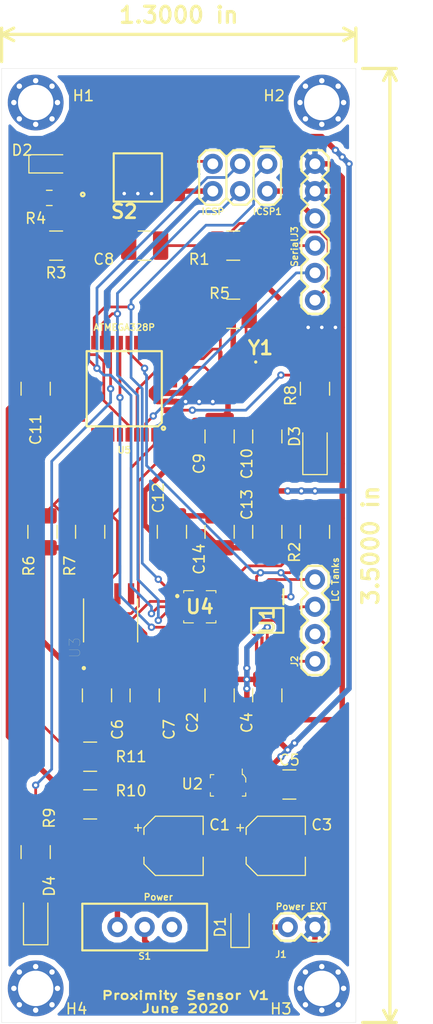
<source format=kicad_pcb>
(kicad_pcb (version 20171130) (host pcbnew "(5.0.2)-1")

  (general
    (thickness 1.6002)
    (drawings 7)
    (tracks 552)
    (zones 0)
    (modules 45)
    (nets 51)
  )

  (page USLetter)
  (title_block
    (title "Proximity Sensor Mother Board ")
    (date 2020-06-22)
    (rev V1)
    (comment 4 "Author: Cris Ababei")
  )

  (layers
    (0 F.Cu signal)
    (31 B.Cu signal)
    (32 B.Adhes user)
    (33 F.Adhes user)
    (34 B.Paste user)
    (35 F.Paste user)
    (36 B.SilkS user)
    (37 F.SilkS user)
    (38 B.Mask user)
    (39 F.Mask user)
    (40 Dwgs.User user)
    (41 Cmts.User user)
    (42 Eco1.User user)
    (43 Eco2.User user)
    (44 Edge.Cuts user)
    (45 Margin user)
    (46 B.CrtYd user)
    (47 F.CrtYd user)
    (48 B.Fab user)
    (49 F.Fab user)
  )

  (setup
    (last_trace_width 0.254)
    (user_trace_width 0.254)
    (user_trace_width 0.508)
    (trace_clearance 0.1524)
    (zone_clearance 0.508)
    (zone_45_only no)
    (trace_min 0.2286)
    (segment_width 0.2)
    (edge_width 0.2)
    (via_size 0.6858)
    (via_drill 0.3302)
    (via_min_size 0.6858)
    (via_min_drill 0.3302)
    (user_via 0.6858 0.3302)
    (user_via 1.3716 0.6858)
    (uvia_size 0.6858)
    (uvia_drill 0.3302)
    (uvias_allowed no)
    (uvia_min_size 0.6858)
    (uvia_min_drill 0.3302)
    (pcb_text_width 0.3)
    (pcb_text_size 1.5 1.5)
    (mod_edge_width 0.15)
    (mod_text_size 1 1)
    (mod_text_width 0.15)
    (pad_size 1.524 1.524)
    (pad_drill 0.762)
    (pad_to_mask_clearance 0.0508)
    (solder_mask_min_width 0.1016)
    (aux_axis_origin 0 0)
    (visible_elements 7FFFFFFF)
    (pcbplotparams
      (layerselection 0x030fc_ffffffff)
      (usegerberextensions false)
      (usegerberattributes false)
      (usegerberadvancedattributes false)
      (creategerberjobfile false)
      (excludeedgelayer false)
      (linewidth 0.100000)
      (plotframeref false)
      (viasonmask false)
      (mode 1)
      (useauxorigin false)
      (hpglpennumber 1)
      (hpglpenspeed 20)
      (hpglpendiameter 15.000000)
      (psnegative false)
      (psa4output false)
      (plotreference true)
      (plotvalue true)
      (plotinvisibletext false)
      (padsonsilk true)
      (subtractmaskfromsilk false)
      (outputformat 1)
      (mirror false)
      (drillshape 0)
      (scaleselection 1)
      (outputdirectory "Gerber_Files"))
  )

  (net 0 "")
  (net 1 GND)
  (net 2 "/Power, Mux/Demux, Connectors/VIN_LDO")
  (net 3 +3V3)
  (net 4 DTR)
  (net 5 "Net-(C8-Pad2)")
  (net 6 AREF)
  (net 7 "Net-(C12-Pad2)")
  (net 8 VIN)
  (net 9 RESET)
  (net 10 "Net-(D3-Pad2)")
  (net 11 "Net-(D4-Pad2)")
  (net 12 "Net-(H1-Pad1)")
  (net 13 "Net-(H2-Pad1)")
  (net 14 "Net-(H3-Pad1)")
  (net 15 "Net-(H4-Pad1)")
  (net 16 MISO)
  (net 17 SCK)
  (net 18 MOSI)
  (net 19 LC1_INA)
  (net 20 LC1_INB)
  (net 21 LC2_INA)
  (net 22 LC2_INB)
  (net 23 "/ATMEGA328P MCU, CLK Gen, LDC/TXO")
  (net 24 "/ATMEGA328P MCU, CLK Gen, LDC/RXI")
  (net 25 CTRL_MUX12)
  (net 26 "Net-(R5-Pad2)")
  (net 27 "Net-(R5-Pad1)")
  (net 28 SDA)
  (net 29 SCL)
  (net 30 "/ATMEGA328P MCU, CLK Gen, LDC/PROX_SENSED")
  (net 31 "/ATMEGA328P MCU, CLK Gen, LDC/LOW_BATT")
  (net 32 BATT_LEVEL)
  (net 33 "Net-(S1-Pad3)")
  (net 34 "/ATMEGA328P MCU, CLK Gen, LDC/INB")
  (net 35 "/ATMEGA328P MCU, CLK Gen, LDC/INA")
  (net 36 "Net-(U2-Pad4)")
  (net 37 CLKIN_LDC)
  (net 38 OUT0)
  (net 39 CTRL0)
  (net 40 CTRL1)
  (net 41 CSB_LDC)
  (net 42 D5)
  (net 43 D6)
  (net 44 D7)
  (net 45 A6)
  (net 46 A7)
  (net 47 A1)
  (net 48 A2)
  (net 49 A3)
  (net 50 "Net-(D1-Pad1)")

  (net_class Default "This is the default net class."
    (clearance 0.1524)
    (trace_width 0.254)
    (via_dia 0.6858)
    (via_drill 0.3302)
    (uvia_dia 0.6858)
    (uvia_drill 0.3302)
    (diff_pair_gap 0.254)
    (diff_pair_width 0.2286)
    (add_net +3V3)
    (add_net "/ATMEGA328P MCU, CLK Gen, LDC/INA")
    (add_net "/ATMEGA328P MCU, CLK Gen, LDC/INB")
    (add_net "/ATMEGA328P MCU, CLK Gen, LDC/LOW_BATT")
    (add_net "/ATMEGA328P MCU, CLK Gen, LDC/PROX_SENSED")
    (add_net "/ATMEGA328P MCU, CLK Gen, LDC/RXI")
    (add_net "/ATMEGA328P MCU, CLK Gen, LDC/TXO")
    (add_net "/Power, Mux/Demux, Connectors/VIN_LDO")
    (add_net A1)
    (add_net A2)
    (add_net A3)
    (add_net A6)
    (add_net A7)
    (add_net AREF)
    (add_net BATT_LEVEL)
    (add_net CLKIN_LDC)
    (add_net CSB_LDC)
    (add_net CTRL0)
    (add_net CTRL1)
    (add_net CTRL_MUX12)
    (add_net D5)
    (add_net D6)
    (add_net D7)
    (add_net DTR)
    (add_net GND)
    (add_net LC1_INA)
    (add_net LC1_INB)
    (add_net LC2_INA)
    (add_net LC2_INB)
    (add_net MISO)
    (add_net MOSI)
    (add_net "Net-(C12-Pad2)")
    (add_net "Net-(C8-Pad2)")
    (add_net "Net-(D1-Pad1)")
    (add_net "Net-(D3-Pad2)")
    (add_net "Net-(D4-Pad2)")
    (add_net "Net-(H1-Pad1)")
    (add_net "Net-(H2-Pad1)")
    (add_net "Net-(H3-Pad1)")
    (add_net "Net-(H4-Pad1)")
    (add_net "Net-(R5-Pad1)")
    (add_net "Net-(R5-Pad2)")
    (add_net "Net-(S1-Pad3)")
    (add_net "Net-(U2-Pad4)")
    (add_net OUT0)
    (add_net RESET)
    (add_net SCK)
    (add_net SCL)
    (add_net SDA)
    (add_net VIN)
  )

  (module LDC1101DRCR:TPS74901DRCR (layer F.Cu) (tedit 5EF25981) (tstamp 5F60F533)
    (at 102.295 121.285)
    (descr DRC0010J)
    (tags "Integrated Circuit")
    (path /5C7AE590/5EFA8932)
    (attr smd)
    (fp_text reference U4 (at 0 0) (layer F.SilkS)
      (effects (font (size 1.27 1.27) (thickness 0.254)))
    )
    (fp_text value LDC (at 0 0) (layer F.SilkS) hide
      (effects (font (size 1.27 1.27) (thickness 0.254)))
    )
    (fp_arc (start -2.1 -1) (end -2.1 -0.9) (angle -180) (layer F.SilkS) (width 0.2))
    (fp_arc (start -2.1 -1) (end -2.1 -1.1) (angle -180) (layer F.SilkS) (width 0.2))
    (fp_line (start -2.1 -0.9) (end -2.1 -0.9) (layer F.SilkS) (width 0.2))
    (fp_line (start -2.1 -1.1) (end -2.1 -1.1) (layer F.SilkS) (width 0.2))
    (fp_line (start 1.5 1.5) (end 1.5 1.3) (layer F.SilkS) (width 0.1))
    (fp_line (start 0.6 1.5) (end 1.5 1.5) (layer F.SilkS) (width 0.1))
    (fp_line (start -1.5 1.5) (end -0.6 1.5) (layer F.SilkS) (width 0.1))
    (fp_line (start -1.5 1.3) (end -1.5 1.5) (layer F.SilkS) (width 0.1))
    (fp_line (start 1.5 -1.5) (end 1.5 -1.3) (layer F.SilkS) (width 0.1))
    (fp_line (start 0.6 -1.5) (end 1.5 -1.5) (layer F.SilkS) (width 0.1))
    (fp_line (start -1.5 -1.5) (end -0.6 -1.5) (layer F.SilkS) (width 0.1))
    (fp_line (start -1.5 -1.3) (end -1.5 -1.5) (layer F.SilkS) (width 0.1))
    (fp_line (start -2.7 2.7) (end -2.7 -2.7) (layer Dwgs.User) (width 0.1))
    (fp_line (start 2.7 2.7) (end -2.7 2.7) (layer Dwgs.User) (width 0.1))
    (fp_line (start 2.7 -2.7) (end 2.7 2.7) (layer Dwgs.User) (width 0.1))
    (fp_line (start -2.7 -2.7) (end 2.7 -2.7) (layer Dwgs.User) (width 0.1))
    (fp_line (start -1.5 1.5) (end -1.5 -1.5) (layer Dwgs.User) (width 0.2))
    (fp_line (start 1.5 1.5) (end -1.5 1.5) (layer Dwgs.User) (width 0.2))
    (fp_line (start 1.5 -1.5) (end 1.5 1.5) (layer Dwgs.User) (width 0.2))
    (fp_line (start -1.5 -1.5) (end 1.5 -1.5) (layer Dwgs.User) (width 0.2))
    (pad EP5 smd rect (at 0.25 1.45) (size 0.25 0.5) (layers F.Cu F.Paste F.Mask))
    (pad EP4 smd rect (at -0.25 1.45) (size 0.25 0.5) (layers F.Cu F.Paste F.Mask))
    (pad EP3 smd rect (at 0.25 -1.45) (size 0.25 0.5) (layers F.Cu F.Paste F.Mask))
    (pad EP2 smd rect (at -0.25 -1.45) (size 0.25 0.5) (layers F.Cu F.Paste F.Mask))
    (pad EP1 smd rect (at 0 0) (size 1.65 2.4) (layers F.Cu F.Paste F.Mask))
    (pad 10 smd rect (at 1.4 -1 90) (size 0.24 0.6) (layers F.Cu F.Paste F.Mask)
      (net 7 "Net-(C12-Pad2)"))
    (pad 9 smd rect (at 1.4 -0.5 90) (size 0.24 0.6) (layers F.Cu F.Paste F.Mask)
      (net 3 +3V3))
    (pad 8 smd rect (at 1.4 0 90) (size 0.24 0.6) (layers F.Cu F.Paste F.Mask)
      (net 1 GND))
    (pad 7 smd rect (at 1.4 0.5 90) (size 0.24 0.6) (layers F.Cu F.Paste F.Mask)
      (net 35 "/ATMEGA328P MCU, CLK Gen, LDC/INA"))
    (pad 6 smd rect (at 1.4 1 90) (size 0.24 0.6) (layers F.Cu F.Paste F.Mask)
      (net 34 "/ATMEGA328P MCU, CLK Gen, LDC/INB"))
    (pad 5 smd rect (at -1.4 1 90) (size 0.24 0.6) (layers F.Cu F.Paste F.Mask)
      (net 41 CSB_LDC))
    (pad 4 smd rect (at -1.4 0.5 90) (size 0.24 0.6) (layers F.Cu F.Paste F.Mask)
      (net 18 MOSI))
    (pad 3 smd rect (at -1.4 0 90) (size 0.24 0.6) (layers F.Cu F.Paste F.Mask)
      (net 17 SCK))
    (pad 2 smd rect (at -1.4 -0.5 90) (size 0.24 0.6) (layers F.Cu F.Paste F.Mask)
      (net 37 CLKIN_LDC))
    (pad 1 smd rect (at -1.4 -1 90) (size 0.24 0.6) (layers F.Cu F.Paste F.Mask)
      (net 16 MISO))
  )

  (module Resistor_SMD:R_1210_3225Metric_Pad1.42x2.65mm_HandSolder (layer F.Cu) (tedit 5B301BBD) (tstamp 5F60F449)
    (at 113.03 100.965 90)
    (descr "Resistor SMD 1210 (3225 Metric), square (rectangular) end terminal, IPC_7351 nominal with elongated pad for handsoldering. (Body size source: http://www.tortai-tech.com/upload/download/2011102023233369053.pdf), generated with kicad-footprint-generator")
    (tags "resistor handsolder")
    (path /5C7AE590/5EF05568)
    (attr smd)
    (fp_text reference R8 (at -0.635 -2.28 90) (layer F.SilkS)
      (effects (font (size 1 1) (thickness 0.15)))
    )
    (fp_text value 1K (at 1.905 -2.54 90) (layer F.Fab)
      (effects (font (size 1 1) (thickness 0.15)))
    )
    (fp_text user %R (at 0 0 90) (layer F.Fab)
      (effects (font (size 0.8 0.8) (thickness 0.12)))
    )
    (fp_line (start 2.45 1.58) (end -2.45 1.58) (layer F.CrtYd) (width 0.05))
    (fp_line (start 2.45 -1.58) (end 2.45 1.58) (layer F.CrtYd) (width 0.05))
    (fp_line (start -2.45 -1.58) (end 2.45 -1.58) (layer F.CrtYd) (width 0.05))
    (fp_line (start -2.45 1.58) (end -2.45 -1.58) (layer F.CrtYd) (width 0.05))
    (fp_line (start -0.602064 1.36) (end 0.602064 1.36) (layer F.SilkS) (width 0.12))
    (fp_line (start -0.602064 -1.36) (end 0.602064 -1.36) (layer F.SilkS) (width 0.12))
    (fp_line (start 1.6 1.25) (end -1.6 1.25) (layer F.Fab) (width 0.1))
    (fp_line (start 1.6 -1.25) (end 1.6 1.25) (layer F.Fab) (width 0.1))
    (fp_line (start -1.6 -1.25) (end 1.6 -1.25) (layer F.Fab) (width 0.1))
    (fp_line (start -1.6 1.25) (end -1.6 -1.25) (layer F.Fab) (width 0.1))
    (pad 2 smd roundrect (at 1.4875 0 90) (size 1.425 2.65) (layers F.Cu F.Paste F.Mask) (roundrect_rratio 0.175439)
      (net 30 "/ATMEGA328P MCU, CLK Gen, LDC/PROX_SENSED"))
    (pad 1 smd roundrect (at -1.4875 0 90) (size 1.425 2.65) (layers F.Cu F.Paste F.Mask) (roundrect_rratio 0.175439)
      (net 10 "Net-(D3-Pad2)"))
    (model ${KISYS3DMOD}/Resistor_SMD.3dshapes/R_1210_3225Metric.wrl
      (at (xyz 0 0 0))
      (scale (xyz 1 1 1))
      (rotate (xyz 0 0 0))
    )
  )

  (module Connectors:2X3 (layer F.Cu) (tedit 5963E22E) (tstamp 5F60F341)
    (at 108.585 80.01 180)
    (descr "PLATED THROUGH HOLE - 2X3")
    (tags "PLATED THROUGH HOLE - 2X3")
    (path /5C7AE590/55E8CAAE)
    (attr virtual)
    (fp_text reference ICSP1 (at 0 -4.445 180) (layer F.SilkS)
      (effects (font (size 0.6096 0.6096) (thickness 0.127)))
    )
    (fp_text value ICSP (at 5.08 -4.445 180) (layer F.SilkS)
      (effects (font (size 0.6096 0.6096) (thickness 0.127)))
    )
    (fp_line (start -0.635 1.60274) (end 0.635 1.60274) (layer F.SilkS) (width 0.2032))
    (fp_line (start 0.635 1.60274) (end -0.635 1.60274) (layer F.SilkS) (width 0.2032))
    (fp_line (start -0.635 1.27) (end 0.635 1.27) (layer F.SilkS) (width 0.2032))
    (fp_line (start 1.905 1.27) (end 3.175 1.27) (layer F.SilkS) (width 0.2032))
    (fp_line (start 4.445 1.27) (end 5.715 1.27) (layer F.SilkS) (width 0.2032))
    (fp_line (start 6.35 -3.175) (end 6.35 0.635) (layer F.SilkS) (width 0.2032))
    (fp_line (start 3.81 -3.175) (end 3.81 0.635) (layer F.SilkS) (width 0.2032))
    (fp_line (start 1.27 -3.175) (end 1.27 0.635) (layer F.SilkS) (width 0.2032))
    (fp_line (start 5.715 -3.81) (end 6.35 -3.175) (layer F.SilkS) (width 0.2032))
    (fp_line (start 4.445 -3.81) (end 5.715 -3.81) (layer F.SilkS) (width 0.2032))
    (fp_line (start 3.81 -3.175) (end 4.445 -3.81) (layer F.SilkS) (width 0.2032))
    (fp_line (start 3.175 -3.81) (end 3.81 -3.175) (layer F.SilkS) (width 0.2032))
    (fp_line (start 1.905 -3.81) (end 3.175 -3.81) (layer F.SilkS) (width 0.2032))
    (fp_line (start 1.27 -3.175) (end 1.905 -3.81) (layer F.SilkS) (width 0.2032))
    (fp_line (start 0.635 -3.81) (end 1.27 -3.175) (layer F.SilkS) (width 0.2032))
    (fp_line (start -0.635 -3.81) (end 0.635 -3.81) (layer F.SilkS) (width 0.2032))
    (fp_line (start -1.27 -3.175) (end -0.635 -3.81) (layer F.SilkS) (width 0.2032))
    (fp_line (start -1.27 0.635) (end -1.27 -3.175) (layer F.SilkS) (width 0.2032))
    (fp_line (start 5.715 1.27) (end 6.35 0.635) (layer F.SilkS) (width 0.2032))
    (fp_line (start 3.81 0.635) (end 4.445 1.27) (layer F.SilkS) (width 0.2032))
    (fp_line (start 3.175 1.27) (end 3.81 0.635) (layer F.SilkS) (width 0.2032))
    (fp_line (start 1.27 0.635) (end 1.905 1.27) (layer F.SilkS) (width 0.2032))
    (fp_line (start 0.635 1.27) (end 1.27 0.635) (layer F.SilkS) (width 0.2032))
    (fp_line (start -1.27 0.635) (end -0.635 1.27) (layer F.SilkS) (width 0.2032))
    (pad 6 thru_hole circle (at 5.08 -2.54 180) (size 1.8796 1.8796) (drill 1.016) (layers *.Cu *.Mask)
      (net 1 GND) (solder_mask_margin 0.1016))
    (pad 5 thru_hole circle (at 5.08 0 180) (size 1.8796 1.8796) (drill 1.016) (layers *.Cu *.Mask)
      (net 9 RESET) (solder_mask_margin 0.1016))
    (pad 4 thru_hole circle (at 2.54 -2.54 180) (size 1.8796 1.8796) (drill 1.016) (layers *.Cu *.Mask)
      (net 18 MOSI) (solder_mask_margin 0.1016))
    (pad 3 thru_hole circle (at 2.54 0 180) (size 1.8796 1.8796) (drill 1.016) (layers *.Cu *.Mask)
      (net 17 SCK) (solder_mask_margin 0.1016))
    (pad 2 thru_hole circle (at 0 -2.54 180) (size 1.8796 1.8796) (drill 1.016) (layers *.Cu *.Mask)
      (net 3 +3V3) (solder_mask_margin 0.1016))
    (pad 1 thru_hole circle (at 0 0 180) (size 1.8796 1.8796) (drill 1.016) (layers *.Cu *.Mask)
      (net 16 MISO) (solder_mask_margin 0.1016))
  )

  (module Capacitor_SMD:CP_Elec_5x4.5 (layer F.Cu) (tedit 5BCA39CF) (tstamp 5F6106B6)
    (at 99.8482 143.562)
    (descr "SMD capacitor, aluminum electrolytic, Nichicon, 5.0x4.5mm")
    (tags "capacitor electrolytic")
    (path /5C794189/5C7F640B)
    (attr smd)
    (fp_text reference C1 (at 4.2918 -1.957) (layer F.SilkS)
      (effects (font (size 1 1) (thickness 0.15)))
    )
    (fp_text value 47uF (at 0 3.7) (layer F.Fab)
      (effects (font (size 1 1) (thickness 0.15)))
    )
    (fp_text user %R (at 0 0) (layer F.Fab)
      (effects (font (size 1 1) (thickness 0.15)))
    )
    (fp_line (start -3.95 1.05) (end -2.9 1.05) (layer F.CrtYd) (width 0.05))
    (fp_line (start -3.95 -1.05) (end -3.95 1.05) (layer F.CrtYd) (width 0.05))
    (fp_line (start -2.9 -1.05) (end -3.95 -1.05) (layer F.CrtYd) (width 0.05))
    (fp_line (start -2.9 1.05) (end -2.9 1.75) (layer F.CrtYd) (width 0.05))
    (fp_line (start -2.9 -1.75) (end -2.9 -1.05) (layer F.CrtYd) (width 0.05))
    (fp_line (start -2.9 -1.75) (end -1.75 -2.9) (layer F.CrtYd) (width 0.05))
    (fp_line (start -2.9 1.75) (end -1.75 2.9) (layer F.CrtYd) (width 0.05))
    (fp_line (start -1.75 -2.9) (end 2.9 -2.9) (layer F.CrtYd) (width 0.05))
    (fp_line (start -1.75 2.9) (end 2.9 2.9) (layer F.CrtYd) (width 0.05))
    (fp_line (start 2.9 1.05) (end 2.9 2.9) (layer F.CrtYd) (width 0.05))
    (fp_line (start 3.95 1.05) (end 2.9 1.05) (layer F.CrtYd) (width 0.05))
    (fp_line (start 3.95 -1.05) (end 3.95 1.05) (layer F.CrtYd) (width 0.05))
    (fp_line (start 2.9 -1.05) (end 3.95 -1.05) (layer F.CrtYd) (width 0.05))
    (fp_line (start 2.9 -2.9) (end 2.9 -1.05) (layer F.CrtYd) (width 0.05))
    (fp_line (start -3.3125 -1.9975) (end -3.3125 -1.3725) (layer F.SilkS) (width 0.12))
    (fp_line (start -3.625 -1.685) (end -3 -1.685) (layer F.SilkS) (width 0.12))
    (fp_line (start -2.76 1.695563) (end -1.695563 2.76) (layer F.SilkS) (width 0.12))
    (fp_line (start -2.76 -1.695563) (end -1.695563 -2.76) (layer F.SilkS) (width 0.12))
    (fp_line (start -2.76 -1.695563) (end -2.76 -1.06) (layer F.SilkS) (width 0.12))
    (fp_line (start -2.76 1.695563) (end -2.76 1.06) (layer F.SilkS) (width 0.12))
    (fp_line (start -1.695563 2.76) (end 2.76 2.76) (layer F.SilkS) (width 0.12))
    (fp_line (start -1.695563 -2.76) (end 2.76 -2.76) (layer F.SilkS) (width 0.12))
    (fp_line (start 2.76 -2.76) (end 2.76 -1.06) (layer F.SilkS) (width 0.12))
    (fp_line (start 2.76 2.76) (end 2.76 1.06) (layer F.SilkS) (width 0.12))
    (fp_line (start -1.783956 -1.45) (end -1.783956 -0.95) (layer F.Fab) (width 0.1))
    (fp_line (start -2.033956 -1.2) (end -1.533956 -1.2) (layer F.Fab) (width 0.1))
    (fp_line (start -2.65 1.65) (end -1.65 2.65) (layer F.Fab) (width 0.1))
    (fp_line (start -2.65 -1.65) (end -1.65 -2.65) (layer F.Fab) (width 0.1))
    (fp_line (start -2.65 -1.65) (end -2.65 1.65) (layer F.Fab) (width 0.1))
    (fp_line (start -1.65 2.65) (end 2.65 2.65) (layer F.Fab) (width 0.1))
    (fp_line (start -1.65 -2.65) (end 2.65 -2.65) (layer F.Fab) (width 0.1))
    (fp_line (start 2.65 -2.65) (end 2.65 2.65) (layer F.Fab) (width 0.1))
    (fp_circle (center 0 0) (end 2.5 0) (layer F.Fab) (width 0.1))
    (pad 2 smd roundrect (at 2.2 0) (size 3 1.6) (layers F.Cu F.Paste F.Mask) (roundrect_rratio 0.15625)
      (net 1 GND))
    (pad 1 smd roundrect (at -2.2 0) (size 3 1.6) (layers F.Cu F.Paste F.Mask) (roundrect_rratio 0.15625)
      (net 2 "/Power, Mux/Demux, Connectors/VIN_LDO"))
    (model ${KISYS3DMOD}/Capacitor_SMD.3dshapes/CP_Elec_5x4.5.wrl
      (at (xyz 0 0 0))
      (scale (xyz 1 1 1))
      (rotate (xyz 0 0 0))
    )
  )

  (module Capacitor_SMD:C_1210_3225Metric_Pad1.42x2.65mm_HandSolder (layer F.Cu) (tedit 5B301BBE) (tstamp 5F60F1B2)
    (at 104.14 129.54 270)
    (descr "Capacitor SMD 1210 (3225 Metric), square (rectangular) end terminal, IPC_7351 nominal with elongated pad for handsoldering. (Body size source: http://www.tortai-tech.com/upload/download/2011102023233369053.pdf), generated with kicad-footprint-generator")
    (tags "capacitor handsolder")
    (path /5C794189/5EF1835F)
    (attr smd)
    (fp_text reference C2 (at 2.54 2.54 270) (layer F.SilkS)
      (effects (font (size 1 1) (thickness 0.15)))
    )
    (fp_text value 10nF (at -1.27 2.28 270) (layer F.Fab)
      (effects (font (size 1 1) (thickness 0.15)))
    )
    (fp_line (start -1.6 1.25) (end -1.6 -1.25) (layer F.Fab) (width 0.1))
    (fp_line (start -1.6 -1.25) (end 1.6 -1.25) (layer F.Fab) (width 0.1))
    (fp_line (start 1.6 -1.25) (end 1.6 1.25) (layer F.Fab) (width 0.1))
    (fp_line (start 1.6 1.25) (end -1.6 1.25) (layer F.Fab) (width 0.1))
    (fp_line (start -0.602064 -1.36) (end 0.602064 -1.36) (layer F.SilkS) (width 0.12))
    (fp_line (start -0.602064 1.36) (end 0.602064 1.36) (layer F.SilkS) (width 0.12))
    (fp_line (start -2.45 1.58) (end -2.45 -1.58) (layer F.CrtYd) (width 0.05))
    (fp_line (start -2.45 -1.58) (end 2.45 -1.58) (layer F.CrtYd) (width 0.05))
    (fp_line (start 2.45 -1.58) (end 2.45 1.58) (layer F.CrtYd) (width 0.05))
    (fp_line (start 2.45 1.58) (end -2.45 1.58) (layer F.CrtYd) (width 0.05))
    (fp_text user %R (at 0 0 270) (layer F.Fab)
      (effects (font (size 0.8 0.8) (thickness 0.12)))
    )
    (pad 1 smd roundrect (at -1.4875 0 270) (size 1.425 2.65) (layers F.Cu F.Paste F.Mask) (roundrect_rratio 0.175439)
      (net 3 +3V3))
    (pad 2 smd roundrect (at 1.4875 0 270) (size 1.425 2.65) (layers F.Cu F.Paste F.Mask) (roundrect_rratio 0.175439)
      (net 1 GND))
    (model ${KISYS3DMOD}/Capacitor_SMD.3dshapes/C_1210_3225Metric.wrl
      (at (xyz 0 0 0))
      (scale (xyz 1 1 1))
      (rotate (xyz 0 0 0))
    )
  )

  (module Capacitor_SMD:CP_Elec_5x4.5 (layer F.Cu) (tedit 5BCA39CF) (tstamp 5F612ED4)
    (at 109.373 143.562)
    (descr "SMD capacitor, aluminum electrolytic, Nichicon, 5.0x4.5mm")
    (tags "capacitor electrolytic")
    (path /5C794189/5C7D6937)
    (attr smd)
    (fp_text reference C3 (at 4.292 -1.957) (layer F.SilkS)
      (effects (font (size 1 1) (thickness 0.15)))
    )
    (fp_text value 47uF (at 0 3.7) (layer F.Fab)
      (effects (font (size 1 1) (thickness 0.15)))
    )
    (fp_circle (center 0 0) (end 2.5 0) (layer F.Fab) (width 0.1))
    (fp_line (start 2.65 -2.65) (end 2.65 2.65) (layer F.Fab) (width 0.1))
    (fp_line (start -1.65 -2.65) (end 2.65 -2.65) (layer F.Fab) (width 0.1))
    (fp_line (start -1.65 2.65) (end 2.65 2.65) (layer F.Fab) (width 0.1))
    (fp_line (start -2.65 -1.65) (end -2.65 1.65) (layer F.Fab) (width 0.1))
    (fp_line (start -2.65 -1.65) (end -1.65 -2.65) (layer F.Fab) (width 0.1))
    (fp_line (start -2.65 1.65) (end -1.65 2.65) (layer F.Fab) (width 0.1))
    (fp_line (start -2.033956 -1.2) (end -1.533956 -1.2) (layer F.Fab) (width 0.1))
    (fp_line (start -1.783956 -1.45) (end -1.783956 -0.95) (layer F.Fab) (width 0.1))
    (fp_line (start 2.76 2.76) (end 2.76 1.06) (layer F.SilkS) (width 0.12))
    (fp_line (start 2.76 -2.76) (end 2.76 -1.06) (layer F.SilkS) (width 0.12))
    (fp_line (start -1.695563 -2.76) (end 2.76 -2.76) (layer F.SilkS) (width 0.12))
    (fp_line (start -1.695563 2.76) (end 2.76 2.76) (layer F.SilkS) (width 0.12))
    (fp_line (start -2.76 1.695563) (end -2.76 1.06) (layer F.SilkS) (width 0.12))
    (fp_line (start -2.76 -1.695563) (end -2.76 -1.06) (layer F.SilkS) (width 0.12))
    (fp_line (start -2.76 -1.695563) (end -1.695563 -2.76) (layer F.SilkS) (width 0.12))
    (fp_line (start -2.76 1.695563) (end -1.695563 2.76) (layer F.SilkS) (width 0.12))
    (fp_line (start -3.625 -1.685) (end -3 -1.685) (layer F.SilkS) (width 0.12))
    (fp_line (start -3.3125 -1.9975) (end -3.3125 -1.3725) (layer F.SilkS) (width 0.12))
    (fp_line (start 2.9 -2.9) (end 2.9 -1.05) (layer F.CrtYd) (width 0.05))
    (fp_line (start 2.9 -1.05) (end 3.95 -1.05) (layer F.CrtYd) (width 0.05))
    (fp_line (start 3.95 -1.05) (end 3.95 1.05) (layer F.CrtYd) (width 0.05))
    (fp_line (start 3.95 1.05) (end 2.9 1.05) (layer F.CrtYd) (width 0.05))
    (fp_line (start 2.9 1.05) (end 2.9 2.9) (layer F.CrtYd) (width 0.05))
    (fp_line (start -1.75 2.9) (end 2.9 2.9) (layer F.CrtYd) (width 0.05))
    (fp_line (start -1.75 -2.9) (end 2.9 -2.9) (layer F.CrtYd) (width 0.05))
    (fp_line (start -2.9 1.75) (end -1.75 2.9) (layer F.CrtYd) (width 0.05))
    (fp_line (start -2.9 -1.75) (end -1.75 -2.9) (layer F.CrtYd) (width 0.05))
    (fp_line (start -2.9 -1.75) (end -2.9 -1.05) (layer F.CrtYd) (width 0.05))
    (fp_line (start -2.9 1.05) (end -2.9 1.75) (layer F.CrtYd) (width 0.05))
    (fp_line (start -2.9 -1.05) (end -3.95 -1.05) (layer F.CrtYd) (width 0.05))
    (fp_line (start -3.95 -1.05) (end -3.95 1.05) (layer F.CrtYd) (width 0.05))
    (fp_line (start -3.95 1.05) (end -2.9 1.05) (layer F.CrtYd) (width 0.05))
    (fp_text user %R (at 0 0) (layer F.Fab)
      (effects (font (size 1 1) (thickness 0.15)))
    )
    (pad 1 smd roundrect (at -2.2 0) (size 3 1.6) (layers F.Cu F.Paste F.Mask) (roundrect_rratio 0.15625)
      (net 3 +3V3))
    (pad 2 smd roundrect (at 2.2 0) (size 3 1.6) (layers F.Cu F.Paste F.Mask) (roundrect_rratio 0.15625)
      (net 1 GND))
    (model ${KISYS3DMOD}/Capacitor_SMD.3dshapes/CP_Elec_5x4.5.wrl
      (at (xyz 0 0 0))
      (scale (xyz 1 1 1))
      (rotate (xyz 0 0 0))
    )
  )

  (module Capacitor_SMD:C_1210_3225Metric_Pad1.42x2.65mm_HandSolder (layer F.Cu) (tedit 5B301BBE) (tstamp 5F60F1EB)
    (at 108.585 129.54 270)
    (descr "Capacitor SMD 1210 (3225 Metric), square (rectangular) end terminal, IPC_7351 nominal with elongated pad for handsoldering. (Body size source: http://www.tortai-tech.com/upload/download/2011102023233369053.pdf), generated with kicad-footprint-generator")
    (tags "capacitor handsolder")
    (path /5C794189/5EF1984B)
    (attr smd)
    (fp_text reference C4 (at 2.54 1.905 270) (layer F.SilkS)
      (effects (font (size 1 1) (thickness 0.15)))
    )
    (fp_text value 100nF (at -0.635 1.905 270) (layer F.Fab)
      (effects (font (size 1 1) (thickness 0.15)))
    )
    (fp_text user %R (at 0 0 270) (layer F.Fab)
      (effects (font (size 0.8 0.8) (thickness 0.12)))
    )
    (fp_line (start 2.45 1.58) (end -2.45 1.58) (layer F.CrtYd) (width 0.05))
    (fp_line (start 2.45 -1.58) (end 2.45 1.58) (layer F.CrtYd) (width 0.05))
    (fp_line (start -2.45 -1.58) (end 2.45 -1.58) (layer F.CrtYd) (width 0.05))
    (fp_line (start -2.45 1.58) (end -2.45 -1.58) (layer F.CrtYd) (width 0.05))
    (fp_line (start -0.602064 1.36) (end 0.602064 1.36) (layer F.SilkS) (width 0.12))
    (fp_line (start -0.602064 -1.36) (end 0.602064 -1.36) (layer F.SilkS) (width 0.12))
    (fp_line (start 1.6 1.25) (end -1.6 1.25) (layer F.Fab) (width 0.1))
    (fp_line (start 1.6 -1.25) (end 1.6 1.25) (layer F.Fab) (width 0.1))
    (fp_line (start -1.6 -1.25) (end 1.6 -1.25) (layer F.Fab) (width 0.1))
    (fp_line (start -1.6 1.25) (end -1.6 -1.25) (layer F.Fab) (width 0.1))
    (pad 2 smd roundrect (at 1.4875 0 270) (size 1.425 2.65) (layers F.Cu F.Paste F.Mask) (roundrect_rratio 0.175439)
      (net 1 GND))
    (pad 1 smd roundrect (at -1.4875 0 270) (size 1.425 2.65) (layers F.Cu F.Paste F.Mask) (roundrect_rratio 0.175439)
      (net 3 +3V3))
    (model ${KISYS3DMOD}/Capacitor_SMD.3dshapes/C_1210_3225Metric.wrl
      (at (xyz 0 0 0))
      (scale (xyz 1 1 1))
      (rotate (xyz 0 0 0))
    )
  )

  (module Capacitor_SMD:C_1210_3225Metric_Pad1.42x2.65mm_HandSolder (layer F.Cu) (tedit 5B301BBE) (tstamp 5F60F1FC)
    (at 110.643 137.847)
    (descr "Capacitor SMD 1210 (3225 Metric), square (rectangular) end terminal, IPC_7351 nominal with elongated pad for handsoldering. (Body size source: http://www.tortai-tech.com/upload/download/2011102023233369053.pdf), generated with kicad-footprint-generator")
    (tags "capacitor handsolder")
    (path /5C794189/5C7BD5C3)
    (attr smd)
    (fp_text reference C5 (at 0 -2.28) (layer F.SilkS)
      (effects (font (size 1 1) (thickness 0.15)))
    )
    (fp_text value 100nF (at 0 2.28) (layer F.Fab)
      (effects (font (size 1 1) (thickness 0.15)))
    )
    (fp_text user %R (at 0 0) (layer F.Fab)
      (effects (font (size 0.8 0.8) (thickness 0.12)))
    )
    (fp_line (start 2.45 1.58) (end -2.45 1.58) (layer F.CrtYd) (width 0.05))
    (fp_line (start 2.45 -1.58) (end 2.45 1.58) (layer F.CrtYd) (width 0.05))
    (fp_line (start -2.45 -1.58) (end 2.45 -1.58) (layer F.CrtYd) (width 0.05))
    (fp_line (start -2.45 1.58) (end -2.45 -1.58) (layer F.CrtYd) (width 0.05))
    (fp_line (start -0.602064 1.36) (end 0.602064 1.36) (layer F.SilkS) (width 0.12))
    (fp_line (start -0.602064 -1.36) (end 0.602064 -1.36) (layer F.SilkS) (width 0.12))
    (fp_line (start 1.6 1.25) (end -1.6 1.25) (layer F.Fab) (width 0.1))
    (fp_line (start 1.6 -1.25) (end 1.6 1.25) (layer F.Fab) (width 0.1))
    (fp_line (start -1.6 -1.25) (end 1.6 -1.25) (layer F.Fab) (width 0.1))
    (fp_line (start -1.6 1.25) (end -1.6 -1.25) (layer F.Fab) (width 0.1))
    (pad 2 smd roundrect (at 1.4875 0) (size 1.425 2.65) (layers F.Cu F.Paste F.Mask) (roundrect_rratio 0.175439)
      (net 1 GND))
    (pad 1 smd roundrect (at -1.4875 0) (size 1.425 2.65) (layers F.Cu F.Paste F.Mask) (roundrect_rratio 0.175439)
      (net 3 +3V3))
    (model ${KISYS3DMOD}/Capacitor_SMD.3dshapes/C_1210_3225Metric.wrl
      (at (xyz 0 0 0))
      (scale (xyz 1 1 1))
      (rotate (xyz 0 0 0))
    )
  )

  (module Capacitor_SMD:C_1210_3225Metric_Pad1.42x2.65mm_HandSolder (layer F.Cu) (tedit 5B301BBE) (tstamp 5F60F20D)
    (at 92.71 129.54 270)
    (descr "Capacitor SMD 1210 (3225 Metric), square (rectangular) end terminal, IPC_7351 nominal with elongated pad for handsoldering. (Body size source: http://www.tortai-tech.com/upload/download/2011102023233369053.pdf), generated with kicad-footprint-generator")
    (tags "capacitor handsolder")
    (path /5C7AE590/5EF1785F)
    (attr smd)
    (fp_text reference C6 (at 3.175 -1.905 270) (layer F.SilkS)
      (effects (font (size 1 1) (thickness 0.15)))
    )
    (fp_text value 10nF (at -1.27 -1.905 270) (layer F.Fab)
      (effects (font (size 1 1) (thickness 0.15)))
    )
    (fp_line (start -1.6 1.25) (end -1.6 -1.25) (layer F.Fab) (width 0.1))
    (fp_line (start -1.6 -1.25) (end 1.6 -1.25) (layer F.Fab) (width 0.1))
    (fp_line (start 1.6 -1.25) (end 1.6 1.25) (layer F.Fab) (width 0.1))
    (fp_line (start 1.6 1.25) (end -1.6 1.25) (layer F.Fab) (width 0.1))
    (fp_line (start -0.602064 -1.36) (end 0.602064 -1.36) (layer F.SilkS) (width 0.12))
    (fp_line (start -0.602064 1.36) (end 0.602064 1.36) (layer F.SilkS) (width 0.12))
    (fp_line (start -2.45 1.58) (end -2.45 -1.58) (layer F.CrtYd) (width 0.05))
    (fp_line (start -2.45 -1.58) (end 2.45 -1.58) (layer F.CrtYd) (width 0.05))
    (fp_line (start 2.45 -1.58) (end 2.45 1.58) (layer F.CrtYd) (width 0.05))
    (fp_line (start 2.45 1.58) (end -2.45 1.58) (layer F.CrtYd) (width 0.05))
    (fp_text user %R (at 0 0 270) (layer F.Fab)
      (effects (font (size 0.8 0.8) (thickness 0.12)))
    )
    (pad 1 smd roundrect (at -1.4875 0 270) (size 1.425 2.65) (layers F.Cu F.Paste F.Mask) (roundrect_rratio 0.175439)
      (net 3 +3V3))
    (pad 2 smd roundrect (at 1.4875 0 270) (size 1.425 2.65) (layers F.Cu F.Paste F.Mask) (roundrect_rratio 0.175439)
      (net 1 GND))
    (model ${KISYS3DMOD}/Capacitor_SMD.3dshapes/C_1210_3225Metric.wrl
      (at (xyz 0 0 0))
      (scale (xyz 1 1 1))
      (rotate (xyz 0 0 0))
    )
  )

  (module Capacitor_SMD:C_1210_3225Metric_Pad1.42x2.65mm_HandSolder (layer F.Cu) (tedit 5B301BBE) (tstamp 5F60F21E)
    (at 97.155 129.54 270)
    (descr "Capacitor SMD 1210 (3225 Metric), square (rectangular) end terminal, IPC_7351 nominal with elongated pad for handsoldering. (Body size source: http://www.tortai-tech.com/upload/download/2011102023233369053.pdf), generated with kicad-footprint-generator")
    (tags "capacitor handsolder")
    (path /5C7AE590/5EEFD812)
    (attr smd)
    (fp_text reference C7 (at 3.175 -2.28 270) (layer F.SilkS)
      (effects (font (size 1 1) (thickness 0.15)))
    )
    (fp_text value 100nF (at -1.905 -2.54 270) (layer F.Fab)
      (effects (font (size 1 1) (thickness 0.15)))
    )
    (fp_line (start -1.6 1.25) (end -1.6 -1.25) (layer F.Fab) (width 0.1))
    (fp_line (start -1.6 -1.25) (end 1.6 -1.25) (layer F.Fab) (width 0.1))
    (fp_line (start 1.6 -1.25) (end 1.6 1.25) (layer F.Fab) (width 0.1))
    (fp_line (start 1.6 1.25) (end -1.6 1.25) (layer F.Fab) (width 0.1))
    (fp_line (start -0.602064 -1.36) (end 0.602064 -1.36) (layer F.SilkS) (width 0.12))
    (fp_line (start -0.602064 1.36) (end 0.602064 1.36) (layer F.SilkS) (width 0.12))
    (fp_line (start -2.45 1.58) (end -2.45 -1.58) (layer F.CrtYd) (width 0.05))
    (fp_line (start -2.45 -1.58) (end 2.45 -1.58) (layer F.CrtYd) (width 0.05))
    (fp_line (start 2.45 -1.58) (end 2.45 1.58) (layer F.CrtYd) (width 0.05))
    (fp_line (start 2.45 1.58) (end -2.45 1.58) (layer F.CrtYd) (width 0.05))
    (fp_text user %R (at 0 0 270) (layer F.Fab)
      (effects (font (size 0.8 0.8) (thickness 0.12)))
    )
    (pad 1 smd roundrect (at -1.4875 0 270) (size 1.425 2.65) (layers F.Cu F.Paste F.Mask) (roundrect_rratio 0.175439)
      (net 3 +3V3))
    (pad 2 smd roundrect (at 1.4875 0 270) (size 1.425 2.65) (layers F.Cu F.Paste F.Mask) (roundrect_rratio 0.175439)
      (net 1 GND))
    (model ${KISYS3DMOD}/Capacitor_SMD.3dshapes/C_1210_3225Metric.wrl
      (at (xyz 0 0 0))
      (scale (xyz 1 1 1))
      (rotate (xyz 0 0 0))
    )
  )

  (module Capacitor_SMD:C_1210_3225Metric_Pad1.42x2.65mm_HandSolder (layer F.Cu) (tedit 5B301BBE) (tstamp 5F60F22F)
    (at 97.155 87.63 180)
    (descr "Capacitor SMD 1210 (3225 Metric), square (rectangular) end terminal, IPC_7351 nominal with elongated pad for handsoldering. (Body size source: http://www.tortai-tech.com/upload/download/2011102023233369053.pdf), generated with kicad-footprint-generator")
    (tags "capacitor handsolder")
    (path /5C7AE590/5EF03F61)
    (attr smd)
    (fp_text reference C8 (at 3.81 -1.27 180) (layer F.SilkS)
      (effects (font (size 1 1) (thickness 0.15)))
    )
    (fp_text value 100nF (at -1.905 -2.54 180) (layer F.Fab)
      (effects (font (size 1 1) (thickness 0.15)))
    )
    (fp_line (start -1.6 1.25) (end -1.6 -1.25) (layer F.Fab) (width 0.1))
    (fp_line (start -1.6 -1.25) (end 1.6 -1.25) (layer F.Fab) (width 0.1))
    (fp_line (start 1.6 -1.25) (end 1.6 1.25) (layer F.Fab) (width 0.1))
    (fp_line (start 1.6 1.25) (end -1.6 1.25) (layer F.Fab) (width 0.1))
    (fp_line (start -0.602064 -1.36) (end 0.602064 -1.36) (layer F.SilkS) (width 0.12))
    (fp_line (start -0.602064 1.36) (end 0.602064 1.36) (layer F.SilkS) (width 0.12))
    (fp_line (start -2.45 1.58) (end -2.45 -1.58) (layer F.CrtYd) (width 0.05))
    (fp_line (start -2.45 -1.58) (end 2.45 -1.58) (layer F.CrtYd) (width 0.05))
    (fp_line (start 2.45 -1.58) (end 2.45 1.58) (layer F.CrtYd) (width 0.05))
    (fp_line (start 2.45 1.58) (end -2.45 1.58) (layer F.CrtYd) (width 0.05))
    (fp_text user %R (at 0 0 180) (layer F.Fab)
      (effects (font (size 0.8 0.8) (thickness 0.12)))
    )
    (pad 1 smd roundrect (at -1.4875 0 180) (size 1.425 2.65) (layers F.Cu F.Paste F.Mask) (roundrect_rratio 0.175439)
      (net 4 DTR))
    (pad 2 smd roundrect (at 1.4875 0 180) (size 1.425 2.65) (layers F.Cu F.Paste F.Mask) (roundrect_rratio 0.175439)
      (net 5 "Net-(C8-Pad2)"))
    (model ${KISYS3DMOD}/Capacitor_SMD.3dshapes/C_1210_3225Metric.wrl
      (at (xyz 0 0 0))
      (scale (xyz 1 1 1))
      (rotate (xyz 0 0 0))
    )
  )

  (module Capacitor_SMD:C_1210_3225Metric_Pad1.42x2.65mm_HandSolder (layer F.Cu) (tedit 5B301BBE) (tstamp 5F60F240)
    (at 104.14 105.41 270)
    (descr "Capacitor SMD 1210 (3225 Metric), square (rectangular) end terminal, IPC_7351 nominal with elongated pad for handsoldering. (Body size source: http://www.tortai-tech.com/upload/download/2011102023233369053.pdf), generated with kicad-footprint-generator")
    (tags "capacitor handsolder")
    (path /5C7AE590/5EF174DF)
    (attr smd)
    (fp_text reference C9 (at 2.54 1.905 270) (layer F.SilkS)
      (effects (font (size 1 1) (thickness 0.15)))
    )
    (fp_text value 10nF (at -1.905 1.905 270) (layer F.Fab)
      (effects (font (size 1 1) (thickness 0.15)))
    )
    (fp_text user %R (at 0 0 270) (layer F.Fab)
      (effects (font (size 0.8 0.8) (thickness 0.12)))
    )
    (fp_line (start 2.45 1.58) (end -2.45 1.58) (layer F.CrtYd) (width 0.05))
    (fp_line (start 2.45 -1.58) (end 2.45 1.58) (layer F.CrtYd) (width 0.05))
    (fp_line (start -2.45 -1.58) (end 2.45 -1.58) (layer F.CrtYd) (width 0.05))
    (fp_line (start -2.45 1.58) (end -2.45 -1.58) (layer F.CrtYd) (width 0.05))
    (fp_line (start -0.602064 1.36) (end 0.602064 1.36) (layer F.SilkS) (width 0.12))
    (fp_line (start -0.602064 -1.36) (end 0.602064 -1.36) (layer F.SilkS) (width 0.12))
    (fp_line (start 1.6 1.25) (end -1.6 1.25) (layer F.Fab) (width 0.1))
    (fp_line (start 1.6 -1.25) (end 1.6 1.25) (layer F.Fab) (width 0.1))
    (fp_line (start -1.6 -1.25) (end 1.6 -1.25) (layer F.Fab) (width 0.1))
    (fp_line (start -1.6 1.25) (end -1.6 -1.25) (layer F.Fab) (width 0.1))
    (pad 2 smd roundrect (at 1.4875 0 270) (size 1.425 2.65) (layers F.Cu F.Paste F.Mask) (roundrect_rratio 0.175439)
      (net 1 GND))
    (pad 1 smd roundrect (at -1.4875 0 270) (size 1.425 2.65) (layers F.Cu F.Paste F.Mask) (roundrect_rratio 0.175439)
      (net 3 +3V3))
    (model ${KISYS3DMOD}/Capacitor_SMD.3dshapes/C_1210_3225Metric.wrl
      (at (xyz 0 0 0))
      (scale (xyz 1 1 1))
      (rotate (xyz 0 0 0))
    )
  )

  (module Capacitor_SMD:C_1210_3225Metric_Pad1.42x2.65mm_HandSolder (layer F.Cu) (tedit 5B301BBE) (tstamp 5F60F251)
    (at 108.585 105.41 270)
    (descr "Capacitor SMD 1210 (3225 Metric), square (rectangular) end terminal, IPC_7351 nominal with elongated pad for handsoldering. (Body size source: http://www.tortai-tech.com/upload/download/2011102023233369053.pdf), generated with kicad-footprint-generator")
    (tags "capacitor handsolder")
    (path /5C7AE590/5EEFCA28)
    (attr smd)
    (fp_text reference C10 (at 2.54 1.905 270) (layer F.SilkS)
      (effects (font (size 1 1) (thickness 0.15)))
    )
    (fp_text value 100nF (at -1.27 2.28 270) (layer F.Fab)
      (effects (font (size 1 1) (thickness 0.15)))
    )
    (fp_text user %R (at 0 0 270) (layer F.Fab)
      (effects (font (size 0.8 0.8) (thickness 0.12)))
    )
    (fp_line (start 2.45 1.58) (end -2.45 1.58) (layer F.CrtYd) (width 0.05))
    (fp_line (start 2.45 -1.58) (end 2.45 1.58) (layer F.CrtYd) (width 0.05))
    (fp_line (start -2.45 -1.58) (end 2.45 -1.58) (layer F.CrtYd) (width 0.05))
    (fp_line (start -2.45 1.58) (end -2.45 -1.58) (layer F.CrtYd) (width 0.05))
    (fp_line (start -0.602064 1.36) (end 0.602064 1.36) (layer F.SilkS) (width 0.12))
    (fp_line (start -0.602064 -1.36) (end 0.602064 -1.36) (layer F.SilkS) (width 0.12))
    (fp_line (start 1.6 1.25) (end -1.6 1.25) (layer F.Fab) (width 0.1))
    (fp_line (start 1.6 -1.25) (end 1.6 1.25) (layer F.Fab) (width 0.1))
    (fp_line (start -1.6 -1.25) (end 1.6 -1.25) (layer F.Fab) (width 0.1))
    (fp_line (start -1.6 1.25) (end -1.6 -1.25) (layer F.Fab) (width 0.1))
    (pad 2 smd roundrect (at 1.4875 0 270) (size 1.425 2.65) (layers F.Cu F.Paste F.Mask) (roundrect_rratio 0.175439)
      (net 1 GND))
    (pad 1 smd roundrect (at -1.4875 0 270) (size 1.425 2.65) (layers F.Cu F.Paste F.Mask) (roundrect_rratio 0.175439)
      (net 3 +3V3))
    (model ${KISYS3DMOD}/Capacitor_SMD.3dshapes/C_1210_3225Metric.wrl
      (at (xyz 0 0 0))
      (scale (xyz 1 1 1))
      (rotate (xyz 0 0 0))
    )
  )

  (module Capacitor_SMD:C_1210_3225Metric_Pad1.42x2.65mm_HandSolder (layer F.Cu) (tedit 5B301BBE) (tstamp 5F60F262)
    (at 86.995 100.965 90)
    (descr "Capacitor SMD 1210 (3225 Metric), square (rectangular) end terminal, IPC_7351 nominal with elongated pad for handsoldering. (Body size source: http://www.tortai-tech.com/upload/download/2011102023233369053.pdf), generated with kicad-footprint-generator")
    (tags "capacitor handsolder")
    (path /5C7AE590/5C860218)
    (attr smd)
    (fp_text reference C11 (at -3.81 0 90) (layer F.SilkS)
      (effects (font (size 1 1) (thickness 0.15)))
    )
    (fp_text value 100nF (at 0 2.28 90) (layer F.Fab)
      (effects (font (size 1 1) (thickness 0.15)))
    )
    (fp_line (start -1.6 1.25) (end -1.6 -1.25) (layer F.Fab) (width 0.1))
    (fp_line (start -1.6 -1.25) (end 1.6 -1.25) (layer F.Fab) (width 0.1))
    (fp_line (start 1.6 -1.25) (end 1.6 1.25) (layer F.Fab) (width 0.1))
    (fp_line (start 1.6 1.25) (end -1.6 1.25) (layer F.Fab) (width 0.1))
    (fp_line (start -0.602064 -1.36) (end 0.602064 -1.36) (layer F.SilkS) (width 0.12))
    (fp_line (start -0.602064 1.36) (end 0.602064 1.36) (layer F.SilkS) (width 0.12))
    (fp_line (start -2.45 1.58) (end -2.45 -1.58) (layer F.CrtYd) (width 0.05))
    (fp_line (start -2.45 -1.58) (end 2.45 -1.58) (layer F.CrtYd) (width 0.05))
    (fp_line (start 2.45 -1.58) (end 2.45 1.58) (layer F.CrtYd) (width 0.05))
    (fp_line (start 2.45 1.58) (end -2.45 1.58) (layer F.CrtYd) (width 0.05))
    (fp_text user %R (at 0 0 90) (layer F.Fab)
      (effects (font (size 0.8 0.8) (thickness 0.12)))
    )
    (pad 1 smd roundrect (at -1.4875 0 90) (size 1.425 2.65) (layers F.Cu F.Paste F.Mask) (roundrect_rratio 0.175439)
      (net 1 GND))
    (pad 2 smd roundrect (at 1.4875 0 90) (size 1.425 2.65) (layers F.Cu F.Paste F.Mask) (roundrect_rratio 0.175439)
      (net 6 AREF))
    (model ${KISYS3DMOD}/Capacitor_SMD.3dshapes/C_1210_3225Metric.wrl
      (at (xyz 0 0 0))
      (scale (xyz 1 1 1))
      (rotate (xyz 0 0 0))
    )
  )

  (module Capacitor_SMD:C_1210_3225Metric_Pad1.42x2.65mm_HandSolder (layer F.Cu) (tedit 5B301BBE) (tstamp 5F60F273)
    (at 99.695 114.3 270)
    (descr "Capacitor SMD 1210 (3225 Metric), square (rectangular) end terminal, IPC_7351 nominal with elongated pad for handsoldering. (Body size source: http://www.tortai-tech.com/upload/download/2011102023233369053.pdf), generated with kicad-footprint-generator")
    (tags "capacitor handsolder")
    (path /5C7AE590/5EFDCE23)
    (attr smd)
    (fp_text reference C12 (at -3.175 1.27 270) (layer F.SilkS)
      (effects (font (size 1 1) (thickness 0.15)))
    )
    (fp_text value 15nF (at -1.905 2.54 270) (layer F.Fab)
      (effects (font (size 1 1) (thickness 0.15)))
    )
    (fp_line (start -1.6 1.25) (end -1.6 -1.25) (layer F.Fab) (width 0.1))
    (fp_line (start -1.6 -1.25) (end 1.6 -1.25) (layer F.Fab) (width 0.1))
    (fp_line (start 1.6 -1.25) (end 1.6 1.25) (layer F.Fab) (width 0.1))
    (fp_line (start 1.6 1.25) (end -1.6 1.25) (layer F.Fab) (width 0.1))
    (fp_line (start -0.602064 -1.36) (end 0.602064 -1.36) (layer F.SilkS) (width 0.12))
    (fp_line (start -0.602064 1.36) (end 0.602064 1.36) (layer F.SilkS) (width 0.12))
    (fp_line (start -2.45 1.58) (end -2.45 -1.58) (layer F.CrtYd) (width 0.05))
    (fp_line (start -2.45 -1.58) (end 2.45 -1.58) (layer F.CrtYd) (width 0.05))
    (fp_line (start 2.45 -1.58) (end 2.45 1.58) (layer F.CrtYd) (width 0.05))
    (fp_line (start 2.45 1.58) (end -2.45 1.58) (layer F.CrtYd) (width 0.05))
    (fp_text user %R (at 0 0 270) (layer F.Fab)
      (effects (font (size 0.8 0.8) (thickness 0.12)))
    )
    (pad 1 smd roundrect (at -1.4875 0 270) (size 1.425 2.65) (layers F.Cu F.Paste F.Mask) (roundrect_rratio 0.175439)
      (net 1 GND))
    (pad 2 smd roundrect (at 1.4875 0 270) (size 1.425 2.65) (layers F.Cu F.Paste F.Mask) (roundrect_rratio 0.175439)
      (net 7 "Net-(C12-Pad2)"))
    (model ${KISYS3DMOD}/Capacitor_SMD.3dshapes/C_1210_3225Metric.wrl
      (at (xyz 0 0 0))
      (scale (xyz 1 1 1))
      (rotate (xyz 0 0 0))
    )
  )

  (module Capacitor_SMD:C_1210_3225Metric_Pad1.42x2.65mm_HandSolder (layer F.Cu) (tedit 5B301BBE) (tstamp 5F6F6D95)
    (at 108.585 114.3 90)
    (descr "Capacitor SMD 1210 (3225 Metric), square (rectangular) end terminal, IPC_7351 nominal with elongated pad for handsoldering. (Body size source: http://www.tortai-tech.com/upload/download/2011102023233369053.pdf), generated with kicad-footprint-generator")
    (tags "capacitor handsolder")
    (path /5C7AE590/5EF17B3D)
    (attr smd)
    (fp_text reference C13 (at 2.54 -1.905 90) (layer F.SilkS)
      (effects (font (size 1 1) (thickness 0.15)))
    )
    (fp_text value 10nF (at 1.905 -1.905 90) (layer F.Fab)
      (effects (font (size 1 1) (thickness 0.15)))
    )
    (fp_text user %R (at 0 0 90) (layer F.Fab)
      (effects (font (size 0.8 0.8) (thickness 0.12)))
    )
    (fp_line (start 2.45 1.58) (end -2.45 1.58) (layer F.CrtYd) (width 0.05))
    (fp_line (start 2.45 -1.58) (end 2.45 1.58) (layer F.CrtYd) (width 0.05))
    (fp_line (start -2.45 -1.58) (end 2.45 -1.58) (layer F.CrtYd) (width 0.05))
    (fp_line (start -2.45 1.58) (end -2.45 -1.58) (layer F.CrtYd) (width 0.05))
    (fp_line (start -0.602064 1.36) (end 0.602064 1.36) (layer F.SilkS) (width 0.12))
    (fp_line (start -0.602064 -1.36) (end 0.602064 -1.36) (layer F.SilkS) (width 0.12))
    (fp_line (start 1.6 1.25) (end -1.6 1.25) (layer F.Fab) (width 0.1))
    (fp_line (start 1.6 -1.25) (end 1.6 1.25) (layer F.Fab) (width 0.1))
    (fp_line (start -1.6 -1.25) (end 1.6 -1.25) (layer F.Fab) (width 0.1))
    (fp_line (start -1.6 1.25) (end -1.6 -1.25) (layer F.Fab) (width 0.1))
    (pad 2 smd roundrect (at 1.4875 0 90) (size 1.425 2.65) (layers F.Cu F.Paste F.Mask) (roundrect_rratio 0.175439)
      (net 1 GND))
    (pad 1 smd roundrect (at -1.4875 0 90) (size 1.425 2.65) (layers F.Cu F.Paste F.Mask) (roundrect_rratio 0.175439)
      (net 3 +3V3))
    (model ${KISYS3DMOD}/Capacitor_SMD.3dshapes/C_1210_3225Metric.wrl
      (at (xyz 0 0 0))
      (scale (xyz 1 1 1))
      (rotate (xyz 0 0 0))
    )
  )

  (module Capacitor_SMD:C_1210_3225Metric_Pad1.42x2.65mm_HandSolder (layer F.Cu) (tedit 5B301BBE) (tstamp 5F61132A)
    (at 104.14 114.3 90)
    (descr "Capacitor SMD 1210 (3225 Metric), square (rectangular) end terminal, IPC_7351 nominal with elongated pad for handsoldering. (Body size source: http://www.tortai-tech.com/upload/download/2011102023233369053.pdf), generated with kicad-footprint-generator")
    (tags "capacitor handsolder")
    (path /5C7AE590/5EEBFAB6)
    (attr smd)
    (fp_text reference C14 (at -2.54 -1.905 90) (layer F.SilkS)
      (effects (font (size 1 1) (thickness 0.15)))
    )
    (fp_text value 100nF (at 1.905 -1.905 90) (layer F.Fab)
      (effects (font (size 1 1) (thickness 0.15)))
    )
    (fp_text user %R (at 0 0 90) (layer F.Fab)
      (effects (font (size 0.8 0.8) (thickness 0.12)))
    )
    (fp_line (start 2.45 1.58) (end -2.45 1.58) (layer F.CrtYd) (width 0.05))
    (fp_line (start 2.45 -1.58) (end 2.45 1.58) (layer F.CrtYd) (width 0.05))
    (fp_line (start -2.45 -1.58) (end 2.45 -1.58) (layer F.CrtYd) (width 0.05))
    (fp_line (start -2.45 1.58) (end -2.45 -1.58) (layer F.CrtYd) (width 0.05))
    (fp_line (start -0.602064 1.36) (end 0.602064 1.36) (layer F.SilkS) (width 0.12))
    (fp_line (start -0.602064 -1.36) (end 0.602064 -1.36) (layer F.SilkS) (width 0.12))
    (fp_line (start 1.6 1.25) (end -1.6 1.25) (layer F.Fab) (width 0.1))
    (fp_line (start 1.6 -1.25) (end 1.6 1.25) (layer F.Fab) (width 0.1))
    (fp_line (start -1.6 -1.25) (end 1.6 -1.25) (layer F.Fab) (width 0.1))
    (fp_line (start -1.6 1.25) (end -1.6 -1.25) (layer F.Fab) (width 0.1))
    (pad 2 smd roundrect (at 1.4875 0 90) (size 1.425 2.65) (layers F.Cu F.Paste F.Mask) (roundrect_rratio 0.175439)
      (net 1 GND))
    (pad 1 smd roundrect (at -1.4875 0 90) (size 1.425 2.65) (layers F.Cu F.Paste F.Mask) (roundrect_rratio 0.175439)
      (net 3 +3V3))
    (model ${KISYS3DMOD}/Capacitor_SMD.3dshapes/C_1210_3225Metric.wrl
      (at (xyz 0 0 0))
      (scale (xyz 1 1 1))
      (rotate (xyz 0 0 0))
    )
  )

  (module Diode_SMD:D_SOD-323_HandSoldering (layer F.Cu) (tedit 5EF15AD7) (tstamp 5F60F2AD)
    (at 106.045 151.13 90)
    (descr SOD-323)
    (tags SOD-323)
    (path /5C794189/5C79812A)
    (attr smd)
    (fp_text reference D1 (at 0 -1.85 90) (layer F.SilkS)
      (effects (font (size 1 1) (thickness 0.15)))
    )
    (fp_text value DIODE (at 0.1 1.9 90) (layer F.Fab)
      (effects (font (size 1 1) (thickness 0.15)))
    )
    (fp_line (start -1.9 -0.85) (end 1.25 -0.85) (layer F.SilkS) (width 0.12))
    (fp_line (start -1.9 0.85) (end 1.25 0.85) (layer F.SilkS) (width 0.12))
    (fp_line (start -2 -0.95) (end -2 0.95) (layer F.CrtYd) (width 0.05))
    (fp_line (start -2 0.95) (end 2 0.95) (layer F.CrtYd) (width 0.05))
    (fp_line (start 2 -0.95) (end 2 0.95) (layer F.CrtYd) (width 0.05))
    (fp_line (start -2 -0.95) (end 2 -0.95) (layer F.CrtYd) (width 0.05))
    (fp_line (start -0.9 -0.7) (end 0.9 -0.7) (layer F.Fab) (width 0.1))
    (fp_line (start 0.9 -0.7) (end 0.9 0.7) (layer F.Fab) (width 0.1))
    (fp_line (start 0.9 0.7) (end -0.9 0.7) (layer F.Fab) (width 0.1))
    (fp_line (start -0.9 0.7) (end -0.9 -0.7) (layer F.Fab) (width 0.1))
    (fp_line (start -0.3 -0.35) (end -0.3 0.35) (layer F.Fab) (width 0.1))
    (fp_line (start -0.3 0) (end -0.5 0) (layer F.Fab) (width 0.1))
    (fp_line (start -0.3 0) (end 0.2 -0.35) (layer F.Fab) (width 0.1))
    (fp_line (start 0.2 -0.35) (end 0.2 0.35) (layer F.Fab) (width 0.1))
    (fp_line (start 0.2 0.35) (end -0.3 0) (layer F.Fab) (width 0.1))
    (fp_line (start 0.2 0) (end 0.45 0) (layer F.Fab) (width 0.1))
    (fp_line (start -1.9 -0.85) (end -1.9 0.85) (layer F.SilkS) (width 0.12))
    (fp_text user %R (at 0 -1.85 90) (layer F.Fab)
      (effects (font (size 1 1) (thickness 0.15)))
    )
    (pad 2 smd rect (at 1.25 0 90) (size 1 1) (layers F.Cu F.Paste F.Mask)
      (net 8 VIN))
    (pad 1 smd rect (at -1.25 0 90) (size 1 1) (layers F.Cu F.Paste F.Mask)
      (net 50 "Net-(D1-Pad1)"))
    (model ${KISYS3DMOD}/Diode_SMD.3dshapes/D_SOD-323.wrl
      (at (xyz 0 0 0))
      (scale (xyz 1 1 1))
      (rotate (xyz 0 0 0))
    )
  )

  (module Diode_SMD:D_SOD-323_HandSoldering (layer F.Cu) (tedit 58641869) (tstamp 5F615A22)
    (at 88.265 80.01)
    (descr SOD-323)
    (tags SOD-323)
    (path /5C7AE590/5C8734E4)
    (attr smd)
    (fp_text reference D2 (at -2.54 -1.27) (layer F.SilkS)
      (effects (font (size 1 1) (thickness 0.15)))
    )
    (fp_text value DIODE (at 1.905 -1.27) (layer F.Fab)
      (effects (font (size 1 1) (thickness 0.15)))
    )
    (fp_text user %R (at -1.27 -1.27) (layer F.Fab)
      (effects (font (size 1 1) (thickness 0.15)))
    )
    (fp_line (start -1.9 -0.85) (end -1.9 0.85) (layer F.SilkS) (width 0.12))
    (fp_line (start 0.2 0) (end 0.45 0) (layer F.Fab) (width 0.1))
    (fp_line (start 0.2 0.35) (end -0.3 0) (layer F.Fab) (width 0.1))
    (fp_line (start 0.2 -0.35) (end 0.2 0.35) (layer F.Fab) (width 0.1))
    (fp_line (start -0.3 0) (end 0.2 -0.35) (layer F.Fab) (width 0.1))
    (fp_line (start -0.3 0) (end -0.5 0) (layer F.Fab) (width 0.1))
    (fp_line (start -0.3 -0.35) (end -0.3 0.35) (layer F.Fab) (width 0.1))
    (fp_line (start -0.9 0.7) (end -0.9 -0.7) (layer F.Fab) (width 0.1))
    (fp_line (start 0.9 0.7) (end -0.9 0.7) (layer F.Fab) (width 0.1))
    (fp_line (start 0.9 -0.7) (end 0.9 0.7) (layer F.Fab) (width 0.1))
    (fp_line (start -0.9 -0.7) (end 0.9 -0.7) (layer F.Fab) (width 0.1))
    (fp_line (start -2 -0.95) (end 2 -0.95) (layer F.CrtYd) (width 0.05))
    (fp_line (start 2 -0.95) (end 2 0.95) (layer F.CrtYd) (width 0.05))
    (fp_line (start -2 0.95) (end 2 0.95) (layer F.CrtYd) (width 0.05))
    (fp_line (start -2 -0.95) (end -2 0.95) (layer F.CrtYd) (width 0.05))
    (fp_line (start -1.9 0.85) (end 1.25 0.85) (layer F.SilkS) (width 0.12))
    (fp_line (start -1.9 -0.85) (end 1.25 -0.85) (layer F.SilkS) (width 0.12))
    (pad 1 smd rect (at -1.25 0) (size 1 1) (layers F.Cu F.Paste F.Mask)
      (net 3 +3V3))
    (pad 2 smd rect (at 1.25 0) (size 1 1) (layers F.Cu F.Paste F.Mask)
      (net 9 RESET))
    (model ${KISYS3DMOD}/Diode_SMD.3dshapes/D_SOD-323.wrl
      (at (xyz 0 0 0))
      (scale (xyz 1 1 1))
      (rotate (xyz 0 0 0))
    )
  )

  (module LED_SMD:LED_1206_3216Metric (layer F.Cu) (tedit 5B301BBE) (tstamp 5F60F2D8)
    (at 113.03 106.68 90)
    (descr "LED SMD 1206 (3216 Metric), square (rectangular) end terminal, IPC_7351 nominal, (Body size source: http://www.tortai-tech.com/upload/download/2011102023233369053.pdf), generated with kicad-footprint-generator")
    (tags diode)
    (path /5C7AE590/5EF05560)
    (attr smd)
    (fp_text reference D3 (at 1.27 -1.905 90) (layer F.SilkS)
      (effects (font (size 1 1) (thickness 0.15)))
    )
    (fp_text value Red (at 0.635 1.905 90) (layer F.Fab)
      (effects (font (size 1 1) (thickness 0.15)))
    )
    (fp_text user %R (at 0 0 90) (layer F.Fab)
      (effects (font (size 0.8 0.8) (thickness 0.12)))
    )
    (fp_line (start 2.28 1.12) (end -2.28 1.12) (layer F.CrtYd) (width 0.05))
    (fp_line (start 2.28 -1.12) (end 2.28 1.12) (layer F.CrtYd) (width 0.05))
    (fp_line (start -2.28 -1.12) (end 2.28 -1.12) (layer F.CrtYd) (width 0.05))
    (fp_line (start -2.28 1.12) (end -2.28 -1.12) (layer F.CrtYd) (width 0.05))
    (fp_line (start -2.285 1.135) (end 1.6 1.135) (layer F.SilkS) (width 0.12))
    (fp_line (start -2.285 -1.135) (end -2.285 1.135) (layer F.SilkS) (width 0.12))
    (fp_line (start 1.6 -1.135) (end -2.285 -1.135) (layer F.SilkS) (width 0.12))
    (fp_line (start 1.6 0.8) (end 1.6 -0.8) (layer F.Fab) (width 0.1))
    (fp_line (start -1.6 0.8) (end 1.6 0.8) (layer F.Fab) (width 0.1))
    (fp_line (start -1.6 -0.4) (end -1.6 0.8) (layer F.Fab) (width 0.1))
    (fp_line (start -1.2 -0.8) (end -1.6 -0.4) (layer F.Fab) (width 0.1))
    (fp_line (start 1.6 -0.8) (end -1.2 -0.8) (layer F.Fab) (width 0.1))
    (pad 2 smd roundrect (at 1.4 0 90) (size 1.25 1.75) (layers F.Cu F.Paste F.Mask) (roundrect_rratio 0.2)
      (net 10 "Net-(D3-Pad2)"))
    (pad 1 smd roundrect (at -1.4 0 90) (size 1.25 1.75) (layers F.Cu F.Paste F.Mask) (roundrect_rratio 0.2)
      (net 1 GND))
    (model ${KISYS3DMOD}/LED_SMD.3dshapes/LED_1206_3216Metric.wrl
      (at (xyz 0 0 0))
      (scale (xyz 1 1 1))
      (rotate (xyz 0 0 0))
    )
  )

  (module LED_SMD:LED_1206_3216Metric (layer F.Cu) (tedit 5B301BBE) (tstamp 5F60F2EB)
    (at 86.995 150.495 90)
    (descr "LED SMD 1206 (3216 Metric), square (rectangular) end terminal, IPC_7351 nominal, (Body size source: http://www.tortai-tech.com/upload/download/2011102023233369053.pdf), generated with kicad-footprint-generator")
    (tags diode)
    (path /5C7AE590/5EEFCA13)
    (attr smd)
    (fp_text reference D4 (at 3.175 1.27 90) (layer F.SilkS)
      (effects (font (size 1 1) (thickness 0.15)))
    )
    (fp_text value Yellow (at -0.635 -1.905 90) (layer F.Fab)
      (effects (font (size 1 1) (thickness 0.15)))
    )
    (fp_line (start 1.6 -0.8) (end -1.2 -0.8) (layer F.Fab) (width 0.1))
    (fp_line (start -1.2 -0.8) (end -1.6 -0.4) (layer F.Fab) (width 0.1))
    (fp_line (start -1.6 -0.4) (end -1.6 0.8) (layer F.Fab) (width 0.1))
    (fp_line (start -1.6 0.8) (end 1.6 0.8) (layer F.Fab) (width 0.1))
    (fp_line (start 1.6 0.8) (end 1.6 -0.8) (layer F.Fab) (width 0.1))
    (fp_line (start 1.6 -1.135) (end -2.285 -1.135) (layer F.SilkS) (width 0.12))
    (fp_line (start -2.285 -1.135) (end -2.285 1.135) (layer F.SilkS) (width 0.12))
    (fp_line (start -2.285 1.135) (end 1.6 1.135) (layer F.SilkS) (width 0.12))
    (fp_line (start -2.28 1.12) (end -2.28 -1.12) (layer F.CrtYd) (width 0.05))
    (fp_line (start -2.28 -1.12) (end 2.28 -1.12) (layer F.CrtYd) (width 0.05))
    (fp_line (start 2.28 -1.12) (end 2.28 1.12) (layer F.CrtYd) (width 0.05))
    (fp_line (start 2.28 1.12) (end -2.28 1.12) (layer F.CrtYd) (width 0.05))
    (fp_text user %R (at 0 0 90) (layer F.Fab)
      (effects (font (size 0.8 0.8) (thickness 0.12)))
    )
    (pad 1 smd roundrect (at -1.4 0 90) (size 1.25 1.75) (layers F.Cu F.Paste F.Mask) (roundrect_rratio 0.2)
      (net 1 GND))
    (pad 2 smd roundrect (at 1.4 0 90) (size 1.25 1.75) (layers F.Cu F.Paste F.Mask) (roundrect_rratio 0.2)
      (net 11 "Net-(D4-Pad2)"))
    (model ${KISYS3DMOD}/LED_SMD.3dshapes/LED_1206_3216Metric.wrl
      (at (xyz 0 0 0))
      (scale (xyz 1 1 1))
      (rotate (xyz 0 0 0))
    )
  )

  (module Hardware:STANDOFF_GROUNDING (layer F.Cu) (tedit 596A6999) (tstamp 5F6F82C6)
    (at 86.995 74.295)
    (path /5C89626C)
    (fp_text reference H1 (at 4.445 -0.635) (layer F.SilkS)
      (effects (font (size 1 1) (thickness 0.15)))
    )
    (fp_text value 1 (at 3.81 -1.905) (layer F.Fab)
      (effects (font (size 1 1) (thickness 0.15)))
    )
    (pad 1 thru_hole circle (at -1.524 1.524) (size 0.5 0.5) (drill 0.5) (layers *.Cu *.Mask)
      (net 12 "Net-(H1-Pad1)"))
    (pad 1 thru_hole circle (at -1.524 -1.524) (size 0.5 0.5) (drill 0.5) (layers *.Cu *.Mask)
      (net 12 "Net-(H1-Pad1)"))
    (pad 1 thru_hole circle (at 1.524 -1.524) (size 0.5 0.5) (drill 0.5) (layers *.Cu *.Mask)
      (net 12 "Net-(H1-Pad1)"))
    (pad 1 thru_hole circle (at 1.524 1.524) (size 0.5 0.5) (drill 0.5) (layers *.Cu *.Mask)
      (net 12 "Net-(H1-Pad1)"))
    (pad 1 thru_hole circle (at 0 2.032) (size 0.5 0.5) (drill 0.5) (layers *.Cu *.Mask)
      (net 12 "Net-(H1-Pad1)"))
    (pad 1 thru_hole circle (at 0 -2.032) (size 0.5 0.5) (drill 0.5) (layers *.Cu *.Mask)
      (net 12 "Net-(H1-Pad1)"))
    (pad 1 thru_hole circle (at -2.032 0) (size 0.5 0.5) (drill 0.5) (layers *.Cu *.Mask)
      (net 12 "Net-(H1-Pad1)"))
    (pad 1 thru_hole circle (at 2.032 0) (size 0.5 0.5) (drill 0.5) (layers *.Cu *.Mask)
      (net 12 "Net-(H1-Pad1)"))
    (pad 1 thru_hole circle (at 0 0) (size 5.2 5.2) (drill 3.302) (layers *.Cu *.Mask)
      (net 12 "Net-(H1-Pad1)"))
  )

  (module Hardware:STANDOFF_GROUNDING (layer F.Cu) (tedit 596A6999) (tstamp 5F60F305)
    (at 113.665 74.295)
    (path /5C896389)
    (fp_text reference H2 (at -4.445 -0.635) (layer F.SilkS)
      (effects (font (size 1 1) (thickness 0.15)))
    )
    (fp_text value 2 (at -3.175 -1.905) (layer F.Fab)
      (effects (font (size 1 1) (thickness 0.15)))
    )
    (pad 1 thru_hole circle (at 0 0) (size 5.2 5.2) (drill 3.302) (layers *.Cu *.Mask)
      (net 13 "Net-(H2-Pad1)"))
    (pad 1 thru_hole circle (at 2.032 0) (size 0.5 0.5) (drill 0.5) (layers *.Cu *.Mask)
      (net 13 "Net-(H2-Pad1)"))
    (pad 1 thru_hole circle (at -2.032 0) (size 0.5 0.5) (drill 0.5) (layers *.Cu *.Mask)
      (net 13 "Net-(H2-Pad1)"))
    (pad 1 thru_hole circle (at 0 -2.032) (size 0.5 0.5) (drill 0.5) (layers *.Cu *.Mask)
      (net 13 "Net-(H2-Pad1)"))
    (pad 1 thru_hole circle (at 0 2.032) (size 0.5 0.5) (drill 0.5) (layers *.Cu *.Mask)
      (net 13 "Net-(H2-Pad1)"))
    (pad 1 thru_hole circle (at 1.524 1.524) (size 0.5 0.5) (drill 0.5) (layers *.Cu *.Mask)
      (net 13 "Net-(H2-Pad1)"))
    (pad 1 thru_hole circle (at 1.524 -1.524) (size 0.5 0.5) (drill 0.5) (layers *.Cu *.Mask)
      (net 13 "Net-(H2-Pad1)"))
    (pad 1 thru_hole circle (at -1.524 -1.524) (size 0.5 0.5) (drill 0.5) (layers *.Cu *.Mask)
      (net 13 "Net-(H2-Pad1)"))
    (pad 1 thru_hole circle (at -1.524 1.524) (size 0.5 0.5) (drill 0.5) (layers *.Cu *.Mask)
      (net 13 "Net-(H2-Pad1)"))
  )

  (module Hardware:STANDOFF_GROUNDING (layer F.Cu) (tedit 596A6999) (tstamp 5F60F312)
    (at 113.665 156.845)
    (path /5C896314)
    (fp_text reference H3 (at -3.81 1.905) (layer F.SilkS)
      (effects (font (size 1 1) (thickness 0.15)))
    )
    (fp_text value 3 (at 0 -3.556) (layer F.Fab)
      (effects (font (size 1 1) (thickness 0.15)))
    )
    (pad 1 thru_hole circle (at 0 0) (size 5.2 5.2) (drill 3.302) (layers *.Cu *.Mask)
      (net 14 "Net-(H3-Pad1)"))
    (pad 1 thru_hole circle (at 2.032 0) (size 0.5 0.5) (drill 0.5) (layers *.Cu *.Mask)
      (net 14 "Net-(H3-Pad1)"))
    (pad 1 thru_hole circle (at -2.032 0) (size 0.5 0.5) (drill 0.5) (layers *.Cu *.Mask)
      (net 14 "Net-(H3-Pad1)"))
    (pad 1 thru_hole circle (at 0 -2.032) (size 0.5 0.5) (drill 0.5) (layers *.Cu *.Mask)
      (net 14 "Net-(H3-Pad1)"))
    (pad 1 thru_hole circle (at 0 2.032) (size 0.5 0.5) (drill 0.5) (layers *.Cu *.Mask)
      (net 14 "Net-(H3-Pad1)"))
    (pad 1 thru_hole circle (at 1.524 1.524) (size 0.5 0.5) (drill 0.5) (layers *.Cu *.Mask)
      (net 14 "Net-(H3-Pad1)"))
    (pad 1 thru_hole circle (at 1.524 -1.524) (size 0.5 0.5) (drill 0.5) (layers *.Cu *.Mask)
      (net 14 "Net-(H3-Pad1)"))
    (pad 1 thru_hole circle (at -1.524 -1.524) (size 0.5 0.5) (drill 0.5) (layers *.Cu *.Mask)
      (net 14 "Net-(H3-Pad1)"))
    (pad 1 thru_hole circle (at -1.524 1.524) (size 0.5 0.5) (drill 0.5) (layers *.Cu *.Mask)
      (net 14 "Net-(H3-Pad1)"))
  )

  (module Hardware:STANDOFF_GROUNDING (layer F.Cu) (tedit 596A6999) (tstamp 5F60F31F)
    (at 86.995 156.845)
    (path /5C8963A7)
    (fp_text reference H4 (at 3.81 1.905) (layer F.SilkS)
      (effects (font (size 1 1) (thickness 0.15)))
    )
    (fp_text value 4 (at 0 -3.556) (layer F.Fab)
      (effects (font (size 1 1) (thickness 0.15)))
    )
    (pad 1 thru_hole circle (at -1.524 1.524) (size 0.5 0.5) (drill 0.5) (layers *.Cu *.Mask)
      (net 15 "Net-(H4-Pad1)"))
    (pad 1 thru_hole circle (at -1.524 -1.524) (size 0.5 0.5) (drill 0.5) (layers *.Cu *.Mask)
      (net 15 "Net-(H4-Pad1)"))
    (pad 1 thru_hole circle (at 1.524 -1.524) (size 0.5 0.5) (drill 0.5) (layers *.Cu *.Mask)
      (net 15 "Net-(H4-Pad1)"))
    (pad 1 thru_hole circle (at 1.524 1.524) (size 0.5 0.5) (drill 0.5) (layers *.Cu *.Mask)
      (net 15 "Net-(H4-Pad1)"))
    (pad 1 thru_hole circle (at 0 2.032) (size 0.5 0.5) (drill 0.5) (layers *.Cu *.Mask)
      (net 15 "Net-(H4-Pad1)"))
    (pad 1 thru_hole circle (at 0 -2.032) (size 0.5 0.5) (drill 0.5) (layers *.Cu *.Mask)
      (net 15 "Net-(H4-Pad1)"))
    (pad 1 thru_hole circle (at -2.032 0) (size 0.5 0.5) (drill 0.5) (layers *.Cu *.Mask)
      (net 15 "Net-(H4-Pad1)"))
    (pad 1 thru_hole circle (at 2.032 0) (size 0.5 0.5) (drill 0.5) (layers *.Cu *.Mask)
      (net 15 "Net-(H4-Pad1)"))
    (pad 1 thru_hole circle (at 0 0) (size 5.2 5.2) (drill 3.302) (layers *.Cu *.Mask)
      (net 15 "Net-(H4-Pad1)"))
  )

  (module Connectors:1X02 (layer F.Cu) (tedit 5963D0E5) (tstamp 5F60F355)
    (at 110.49 151.13)
    (descr "PLATED THROUGH HOLE")
    (tags "PLATED THROUGH HOLE")
    (path /5C794189/5CB97555)
    (attr virtual)
    (fp_text reference J1 (at -0.635 2.54) (layer F.SilkS)
      (effects (font (size 0.6096 0.6096) (thickness 0.127)))
    )
    (fp_text value "Power EXT" (at 1.27 -1.905) (layer F.SilkS)
      (effects (font (size 0.6096 0.6096) (thickness 0.127)))
    )
    (fp_line (start -0.635 -1.27) (end 0.635 -1.27) (layer F.SilkS) (width 0.2032))
    (fp_line (start 0.635 -1.27) (end 1.27 -0.635) (layer F.SilkS) (width 0.2032))
    (fp_line (start 1.27 0.635) (end 0.635 1.27) (layer F.SilkS) (width 0.2032))
    (fp_line (start 1.27 -0.635) (end 1.905 -1.27) (layer F.SilkS) (width 0.2032))
    (fp_line (start 1.905 -1.27) (end 3.175 -1.27) (layer F.SilkS) (width 0.2032))
    (fp_line (start 3.175 -1.27) (end 3.81 -0.635) (layer F.SilkS) (width 0.2032))
    (fp_line (start 3.81 0.635) (end 3.175 1.27) (layer F.SilkS) (width 0.2032))
    (fp_line (start 3.175 1.27) (end 1.905 1.27) (layer F.SilkS) (width 0.2032))
    (fp_line (start 1.905 1.27) (end 1.27 0.635) (layer F.SilkS) (width 0.2032))
    (fp_line (start -1.27 -0.635) (end -1.27 0.635) (layer F.SilkS) (width 0.2032))
    (fp_line (start -0.635 -1.27) (end -1.27 -0.635) (layer F.SilkS) (width 0.2032))
    (fp_line (start -1.27 0.635) (end -0.635 1.27) (layer F.SilkS) (width 0.2032))
    (fp_line (start 0.635 1.27) (end -0.635 1.27) (layer F.SilkS) (width 0.2032))
    (fp_line (start 3.81 -0.635) (end 3.81 0.635) (layer F.SilkS) (width 0.2032))
    (pad 1 thru_hole circle (at 0 0) (size 1.8796 1.8796) (drill 1.016) (layers *.Cu *.Mask)
      (net 8 VIN) (solder_mask_margin 0.1016))
    (pad 2 thru_hole circle (at 2.54 0) (size 1.8796 1.8796) (drill 1.016) (layers *.Cu *.Mask)
      (net 1 GND) (solder_mask_margin 0.1016))
  )

  (module Connectors:1X04 (layer F.Cu) (tedit 5963D2C6) (tstamp 5F60F377)
    (at 113.03 126.365 90)
    (descr "PLATED THROUGH HOLE - 4 PIN")
    (tags "PLATED THROUGH HOLE - 4 PIN")
    (path /5C794189/5EF0D388)
    (attr virtual)
    (fp_text reference J2 (at 0 -1.905 90) (layer F.SilkS)
      (effects (font (size 0.6096 0.6096) (thickness 0.127)))
    )
    (fp_text value "LC Tanks" (at 7.62 1.905 90) (layer F.SilkS)
      (effects (font (size 0.6096 0.6096) (thickness 0.127)))
    )
    (fp_line (start 6.985 -1.27) (end 8.255 -1.27) (layer F.SilkS) (width 0.2032))
    (fp_line (start 8.255 -1.27) (end 8.89 -0.635) (layer F.SilkS) (width 0.2032))
    (fp_line (start 8.89 0.635) (end 8.255 1.27) (layer F.SilkS) (width 0.2032))
    (fp_line (start 3.81 -0.635) (end 4.445 -1.27) (layer F.SilkS) (width 0.2032))
    (fp_line (start 4.445 -1.27) (end 5.715 -1.27) (layer F.SilkS) (width 0.2032))
    (fp_line (start 5.715 -1.27) (end 6.35 -0.635) (layer F.SilkS) (width 0.2032))
    (fp_line (start 6.35 0.635) (end 5.715 1.27) (layer F.SilkS) (width 0.2032))
    (fp_line (start 5.715 1.27) (end 4.445 1.27) (layer F.SilkS) (width 0.2032))
    (fp_line (start 4.445 1.27) (end 3.81 0.635) (layer F.SilkS) (width 0.2032))
    (fp_line (start 6.985 -1.27) (end 6.35 -0.635) (layer F.SilkS) (width 0.2032))
    (fp_line (start 6.35 0.635) (end 6.985 1.27) (layer F.SilkS) (width 0.2032))
    (fp_line (start 8.255 1.27) (end 6.985 1.27) (layer F.SilkS) (width 0.2032))
    (fp_line (start -0.635 -1.27) (end 0.635 -1.27) (layer F.SilkS) (width 0.2032))
    (fp_line (start 0.635 -1.27) (end 1.27 -0.635) (layer F.SilkS) (width 0.2032))
    (fp_line (start 1.27 0.635) (end 0.635 1.27) (layer F.SilkS) (width 0.2032))
    (fp_line (start 1.27 -0.635) (end 1.905 -1.27) (layer F.SilkS) (width 0.2032))
    (fp_line (start 1.905 -1.27) (end 3.175 -1.27) (layer F.SilkS) (width 0.2032))
    (fp_line (start 3.175 -1.27) (end 3.81 -0.635) (layer F.SilkS) (width 0.2032))
    (fp_line (start 3.81 0.635) (end 3.175 1.27) (layer F.SilkS) (width 0.2032))
    (fp_line (start 3.175 1.27) (end 1.905 1.27) (layer F.SilkS) (width 0.2032))
    (fp_line (start 1.905 1.27) (end 1.27 0.635) (layer F.SilkS) (width 0.2032))
    (fp_line (start -1.27 -0.635) (end -1.27 0.635) (layer F.SilkS) (width 0.2032))
    (fp_line (start -0.635 -1.27) (end -1.27 -0.635) (layer F.SilkS) (width 0.2032))
    (fp_line (start -1.27 0.635) (end -0.635 1.27) (layer F.SilkS) (width 0.2032))
    (fp_line (start 0.635 1.27) (end -0.635 1.27) (layer F.SilkS) (width 0.2032))
    (fp_line (start 8.89 -0.635) (end 8.89 0.635) (layer F.SilkS) (width 0.2032))
    (pad 1 thru_hole circle (at 0 0 90) (size 1.8796 1.8796) (drill 1.016) (layers *.Cu *.Mask)
      (net 19 LC1_INA) (solder_mask_margin 0.1016))
    (pad 2 thru_hole circle (at 2.54 0 90) (size 1.8796 1.8796) (drill 1.016) (layers *.Cu *.Mask)
      (net 20 LC1_INB) (solder_mask_margin 0.1016))
    (pad 3 thru_hole circle (at 5.08 0 90) (size 1.8796 1.8796) (drill 1.016) (layers *.Cu *.Mask)
      (net 21 LC2_INA) (solder_mask_margin 0.1016))
    (pad 4 thru_hole circle (at 7.62 0 90) (size 1.8796 1.8796) (drill 1.016) (layers *.Cu *.Mask)
      (net 22 LC2_INB) (solder_mask_margin 0.1016))
  )

  (module Connectors:FTDI_BASIC (layer F.Cu) (tedit 200000) (tstamp 5F60F3C1)
    (at 113.03 92.71 90)
    (descr "FTDI BASIC")
    (tags "FTDI BASIC")
    (path /5C7AE590/5EF93D12)
    (attr virtual)
    (fp_text reference J3 (at 6.35 -1.905 90) (layer F.SilkS)
      (effects (font (size 0.6096 0.6096) (thickness 0.127)))
    )
    (fp_text value Serial (at 4.445 -1.905 90) (layer F.SilkS)
      (effects (font (size 0.6096 0.6096) (thickness 0.127)))
    )
    (fp_line (start 12.446 0.254) (end 12.954 0.254) (layer Dwgs.User) (width 0.06604))
    (fp_line (start 12.954 0.254) (end 12.954 -0.254) (layer Dwgs.User) (width 0.06604))
    (fp_line (start 12.446 -0.254) (end 12.954 -0.254) (layer Dwgs.User) (width 0.06604))
    (fp_line (start 12.446 0.254) (end 12.446 -0.254) (layer Dwgs.User) (width 0.06604))
    (fp_line (start 9.906 0.254) (end 10.414 0.254) (layer Dwgs.User) (width 0.06604))
    (fp_line (start 10.414 0.254) (end 10.414 -0.254) (layer Dwgs.User) (width 0.06604))
    (fp_line (start 9.906 -0.254) (end 10.414 -0.254) (layer Dwgs.User) (width 0.06604))
    (fp_line (start 9.906 0.254) (end 9.906 -0.254) (layer Dwgs.User) (width 0.06604))
    (fp_line (start 7.366 0.254) (end 7.874 0.254) (layer Dwgs.User) (width 0.06604))
    (fp_line (start 7.874 0.254) (end 7.874 -0.254) (layer Dwgs.User) (width 0.06604))
    (fp_line (start 7.366 -0.254) (end 7.874 -0.254) (layer Dwgs.User) (width 0.06604))
    (fp_line (start 7.366 0.254) (end 7.366 -0.254) (layer Dwgs.User) (width 0.06604))
    (fp_line (start 4.826 0.254) (end 5.334 0.254) (layer Dwgs.User) (width 0.06604))
    (fp_line (start 5.334 0.254) (end 5.334 -0.254) (layer Dwgs.User) (width 0.06604))
    (fp_line (start 4.826 -0.254) (end 5.334 -0.254) (layer Dwgs.User) (width 0.06604))
    (fp_line (start 4.826 0.254) (end 4.826 -0.254) (layer Dwgs.User) (width 0.06604))
    (fp_line (start 2.286 0.254) (end 2.794 0.254) (layer Dwgs.User) (width 0.06604))
    (fp_line (start 2.794 0.254) (end 2.794 -0.254) (layer Dwgs.User) (width 0.06604))
    (fp_line (start 2.286 -0.254) (end 2.794 -0.254) (layer Dwgs.User) (width 0.06604))
    (fp_line (start 2.286 0.254) (end 2.286 -0.254) (layer Dwgs.User) (width 0.06604))
    (fp_line (start -0.254 0.254) (end 0.254 0.254) (layer Dwgs.User) (width 0.06604))
    (fp_line (start 0.254 0.254) (end 0.254 -0.254) (layer Dwgs.User) (width 0.06604))
    (fp_line (start -0.254 -0.254) (end 0.254 -0.254) (layer Dwgs.User) (width 0.06604))
    (fp_line (start -0.254 0.254) (end -0.254 -0.254) (layer Dwgs.User) (width 0.06604))
    (fp_line (start 11.43 -0.635) (end 12.065 -1.27) (layer F.SilkS) (width 0.2032))
    (fp_line (start 12.065 -1.27) (end 13.335 -1.27) (layer F.SilkS) (width 0.2032))
    (fp_line (start 13.335 -1.27) (end 13.97 -0.635) (layer F.SilkS) (width 0.2032))
    (fp_line (start 13.97 0.635) (end 13.335 1.27) (layer F.SilkS) (width 0.2032))
    (fp_line (start 13.335 1.27) (end 12.065 1.27) (layer F.SilkS) (width 0.2032))
    (fp_line (start 12.065 1.27) (end 11.43 0.635) (layer F.SilkS) (width 0.2032))
    (fp_line (start 6.985 -1.27) (end 8.255 -1.27) (layer F.SilkS) (width 0.2032))
    (fp_line (start 8.255 -1.27) (end 8.89 -0.635) (layer F.SilkS) (width 0.2032))
    (fp_line (start 8.89 0.635) (end 8.255 1.27) (layer F.SilkS) (width 0.2032))
    (fp_line (start 8.89 -0.635) (end 9.525 -1.27) (layer F.SilkS) (width 0.2032))
    (fp_line (start 9.525 -1.27) (end 10.795 -1.27) (layer F.SilkS) (width 0.2032))
    (fp_line (start 10.795 -1.27) (end 11.43 -0.635) (layer F.SilkS) (width 0.2032))
    (fp_line (start 11.43 0.635) (end 10.795 1.27) (layer F.SilkS) (width 0.2032))
    (fp_line (start 10.795 1.27) (end 9.525 1.27) (layer F.SilkS) (width 0.2032))
    (fp_line (start 9.525 1.27) (end 8.89 0.635) (layer F.SilkS) (width 0.2032))
    (fp_line (start 3.81 -0.635) (end 4.445 -1.27) (layer F.SilkS) (width 0.2032))
    (fp_line (start 4.445 -1.27) (end 5.715 -1.27) (layer F.SilkS) (width 0.2032))
    (fp_line (start 5.715 -1.27) (end 6.35 -0.635) (layer F.SilkS) (width 0.2032))
    (fp_line (start 6.35 0.635) (end 5.715 1.27) (layer F.SilkS) (width 0.2032))
    (fp_line (start 5.715 1.27) (end 4.445 1.27) (layer F.SilkS) (width 0.2032))
    (fp_line (start 4.445 1.27) (end 3.81 0.635) (layer F.SilkS) (width 0.2032))
    (fp_line (start 6.985 -1.27) (end 6.35 -0.635) (layer F.SilkS) (width 0.2032))
    (fp_line (start 6.35 0.635) (end 6.985 1.27) (layer F.SilkS) (width 0.2032))
    (fp_line (start 8.255 1.27) (end 6.985 1.27) (layer F.SilkS) (width 0.2032))
    (fp_line (start -0.635 -1.27) (end 0.635 -1.27) (layer F.SilkS) (width 0.2032))
    (fp_line (start 0.635 -1.27) (end 1.27 -0.635) (layer F.SilkS) (width 0.2032))
    (fp_line (start 1.27 0.635) (end 0.635 1.27) (layer F.SilkS) (width 0.2032))
    (fp_line (start 1.27 -0.635) (end 1.905 -1.27) (layer F.SilkS) (width 0.2032))
    (fp_line (start 1.905 -1.27) (end 3.175 -1.27) (layer F.SilkS) (width 0.2032))
    (fp_line (start 3.175 -1.27) (end 3.81 -0.635) (layer F.SilkS) (width 0.2032))
    (fp_line (start 3.81 0.635) (end 3.175 1.27) (layer F.SilkS) (width 0.2032))
    (fp_line (start 3.175 1.27) (end 1.905 1.27) (layer F.SilkS) (width 0.2032))
    (fp_line (start 1.905 1.27) (end 1.27 0.635) (layer F.SilkS) (width 0.2032))
    (fp_line (start -1.27 -0.635) (end -1.27 0.635) (layer F.SilkS) (width 0.2032))
    (fp_line (start -0.635 -1.27) (end -1.27 -0.635) (layer F.SilkS) (width 0.2032))
    (fp_line (start -1.27 0.635) (end -0.635 1.27) (layer F.SilkS) (width 0.2032))
    (fp_line (start 0.635 1.27) (end -0.635 1.27) (layer F.SilkS) (width 0.2032))
    (fp_line (start 13.97 -0.635) (end 13.97 0.635) (layer F.SilkS) (width 0.2032))
    (fp_text user GRN (at 0 -3.81 180) (layer Dwgs.User)
      (effects (font (size 1.27 1.27) (thickness 0.1016)))
    )
    (fp_text user BLK (at 12.7 -3.81 180) (layer Dwgs.User)
      (effects (font (size 1.27 1.27) (thickness 0.1016)))
    )
    (pad CTS thru_hole circle (at 10.16 0 90) (size 1.8796 1.8796) (drill 1.016) (layers *.Cu *.Mask)
      (net 1 GND) (solder_mask_margin 0.1016))
    (pad DTR thru_hole circle (at 0 0 90) (size 1.8796 1.8796) (drill 1.016) (layers *.Cu *.Mask)
      (net 4 DTR) (solder_mask_margin 0.1016))
    (pad GND thru_hole circle (at 12.7 0 90) (size 1.8796 1.8796) (drill 1.016) (layers *.Cu *.Mask)
      (net 1 GND) (solder_mask_margin 0.1016))
    (pad RXI thru_hole circle (at 2.54 0 90) (size 1.8796 1.8796) (drill 1.016) (layers *.Cu *.Mask)
      (net 23 "/ATMEGA328P MCU, CLK Gen, LDC/TXO") (solder_mask_margin 0.1016))
    (pad TXO thru_hole circle (at 5.08 0 90) (size 1.8796 1.8796) (drill 1.016) (layers *.Cu *.Mask)
      (net 24 "/ATMEGA328P MCU, CLK Gen, LDC/RXI") (solder_mask_margin 0.1016))
    (pad VCC thru_hole circle (at 7.62 0 90) (size 1.8796 1.8796) (drill 1.016) (layers *.Cu *.Mask)
      (net 3 +3V3) (solder_mask_margin 0.1016))
  )

  (module Resistor_SMD:R_1210_3225Metric_Pad1.42x2.65mm_HandSolder (layer F.Cu) (tedit 5B301BBD) (tstamp 5F60F3D2)
    (at 105.41 87.63 180)
    (descr "Resistor SMD 1210 (3225 Metric), square (rectangular) end terminal, IPC_7351 nominal with elongated pad for handsoldering. (Body size source: http://www.tortai-tech.com/upload/download/2011102023233369053.pdf), generated with kicad-footprint-generator")
    (tags "resistor handsolder")
    (path /5C7AE590/5EF03F51)
    (attr smd)
    (fp_text reference R1 (at 3.175 -1.27 180) (layer F.SilkS)
      (effects (font (size 1 1) (thickness 0.15)))
    )
    (fp_text value 1K (at -0.635 -2.54 180) (layer F.Fab)
      (effects (font (size 1 1) (thickness 0.15)))
    )
    (fp_text user %R (at 0 0 180) (layer F.Fab)
      (effects (font (size 0.8 0.8) (thickness 0.12)))
    )
    (fp_line (start 2.45 1.58) (end -2.45 1.58) (layer F.CrtYd) (width 0.05))
    (fp_line (start 2.45 -1.58) (end 2.45 1.58) (layer F.CrtYd) (width 0.05))
    (fp_line (start -2.45 -1.58) (end 2.45 -1.58) (layer F.CrtYd) (width 0.05))
    (fp_line (start -2.45 1.58) (end -2.45 -1.58) (layer F.CrtYd) (width 0.05))
    (fp_line (start -0.602064 1.36) (end 0.602064 1.36) (layer F.SilkS) (width 0.12))
    (fp_line (start -0.602064 -1.36) (end 0.602064 -1.36) (layer F.SilkS) (width 0.12))
    (fp_line (start 1.6 1.25) (end -1.6 1.25) (layer F.Fab) (width 0.1))
    (fp_line (start 1.6 -1.25) (end 1.6 1.25) (layer F.Fab) (width 0.1))
    (fp_line (start -1.6 -1.25) (end 1.6 -1.25) (layer F.Fab) (width 0.1))
    (fp_line (start -1.6 1.25) (end -1.6 -1.25) (layer F.Fab) (width 0.1))
    (pad 2 smd roundrect (at 1.4875 0 180) (size 1.425 2.65) (layers F.Cu F.Paste F.Mask) (roundrect_rratio 0.175439)
      (net 4 DTR))
    (pad 1 smd roundrect (at -1.4875 0 180) (size 1.425 2.65) (layers F.Cu F.Paste F.Mask) (roundrect_rratio 0.175439)
      (net 1 GND))
    (model ${KISYS3DMOD}/Resistor_SMD.3dshapes/R_1210_3225Metric.wrl
      (at (xyz 0 0 0))
      (scale (xyz 1 1 1))
      (rotate (xyz 0 0 0))
    )
  )

  (module Resistor_SMD:R_1210_3225Metric_Pad1.42x2.65mm_HandSolder (layer F.Cu) (tedit 5B301BBD) (tstamp 5F60F3E3)
    (at 113.03 114.3 270)
    (descr "Resistor SMD 1210 (3225 Metric), square (rectangular) end terminal, IPC_7351 nominal with elongated pad for handsoldering. (Body size source: http://www.tortai-tech.com/upload/download/2011102023233369053.pdf), generated with kicad-footprint-generator")
    (tags "resistor handsolder")
    (path /5C7AE590/5EFD1090)
    (attr smd)
    (fp_text reference R2 (at 1.905 1.905 270) (layer F.SilkS)
      (effects (font (size 1 1) (thickness 0.15)))
    )
    (fp_text value 4.7K (at -1.905 1.905 270) (layer F.Fab)
      (effects (font (size 1 1) (thickness 0.15)))
    )
    (fp_line (start -1.6 1.25) (end -1.6 -1.25) (layer F.Fab) (width 0.1))
    (fp_line (start -1.6 -1.25) (end 1.6 -1.25) (layer F.Fab) (width 0.1))
    (fp_line (start 1.6 -1.25) (end 1.6 1.25) (layer F.Fab) (width 0.1))
    (fp_line (start 1.6 1.25) (end -1.6 1.25) (layer F.Fab) (width 0.1))
    (fp_line (start -0.602064 -1.36) (end 0.602064 -1.36) (layer F.SilkS) (width 0.12))
    (fp_line (start -0.602064 1.36) (end 0.602064 1.36) (layer F.SilkS) (width 0.12))
    (fp_line (start -2.45 1.58) (end -2.45 -1.58) (layer F.CrtYd) (width 0.05))
    (fp_line (start -2.45 -1.58) (end 2.45 -1.58) (layer F.CrtYd) (width 0.05))
    (fp_line (start 2.45 -1.58) (end 2.45 1.58) (layer F.CrtYd) (width 0.05))
    (fp_line (start 2.45 1.58) (end -2.45 1.58) (layer F.CrtYd) (width 0.05))
    (fp_text user %R (at 0 0 270) (layer F.Fab)
      (effects (font (size 0.8 0.8) (thickness 0.12)))
    )
    (pad 1 smd roundrect (at -1.4875 0 270) (size 1.425 2.65) (layers F.Cu F.Paste F.Mask) (roundrect_rratio 0.175439)
      (net 1 GND))
    (pad 2 smd roundrect (at 1.4875 0 270) (size 1.425 2.65) (layers F.Cu F.Paste F.Mask) (roundrect_rratio 0.175439)
      (net 25 CTRL_MUX12))
    (model ${KISYS3DMOD}/Resistor_SMD.3dshapes/R_1210_3225Metric.wrl
      (at (xyz 0 0 0))
      (scale (xyz 1 1 1))
      (rotate (xyz 0 0 0))
    )
  )

  (module Resistor_SMD:R_1210_3225Metric_Pad1.42x2.65mm_HandSolder (layer F.Cu) (tedit 5B301BBD) (tstamp 5F60F3F4)
    (at 88.9 87.63)
    (descr "Resistor SMD 1210 (3225 Metric), square (rectangular) end terminal, IPC_7351 nominal with elongated pad for handsoldering. (Body size source: http://www.tortai-tech.com/upload/download/2011102023233369053.pdf), generated with kicad-footprint-generator")
    (tags "resistor handsolder")
    (path /5C7AE590/5EF03F59)
    (attr smd)
    (fp_text reference R3 (at 0 2.54) (layer F.SilkS)
      (effects (font (size 1 1) (thickness 0.15)))
    )
    (fp_text value 0 (at 1.27 2.54) (layer F.Fab)
      (effects (font (size 1 1) (thickness 0.15)))
    )
    (fp_line (start -1.6 1.25) (end -1.6 -1.25) (layer F.Fab) (width 0.1))
    (fp_line (start -1.6 -1.25) (end 1.6 -1.25) (layer F.Fab) (width 0.1))
    (fp_line (start 1.6 -1.25) (end 1.6 1.25) (layer F.Fab) (width 0.1))
    (fp_line (start 1.6 1.25) (end -1.6 1.25) (layer F.Fab) (width 0.1))
    (fp_line (start -0.602064 -1.36) (end 0.602064 -1.36) (layer F.SilkS) (width 0.12))
    (fp_line (start -0.602064 1.36) (end 0.602064 1.36) (layer F.SilkS) (width 0.12))
    (fp_line (start -2.45 1.58) (end -2.45 -1.58) (layer F.CrtYd) (width 0.05))
    (fp_line (start -2.45 -1.58) (end 2.45 -1.58) (layer F.CrtYd) (width 0.05))
    (fp_line (start 2.45 -1.58) (end 2.45 1.58) (layer F.CrtYd) (width 0.05))
    (fp_line (start 2.45 1.58) (end -2.45 1.58) (layer F.CrtYd) (width 0.05))
    (fp_text user %R (at 0 0) (layer F.Fab)
      (effects (font (size 0.8 0.8) (thickness 0.12)))
    )
    (pad 1 smd roundrect (at -1.4875 0) (size 1.425 2.65) (layers F.Cu F.Paste F.Mask) (roundrect_rratio 0.175439)
      (net 9 RESET))
    (pad 2 smd roundrect (at 1.4875 0) (size 1.425 2.65) (layers F.Cu F.Paste F.Mask) (roundrect_rratio 0.175439)
      (net 5 "Net-(C8-Pad2)"))
    (model ${KISYS3DMOD}/Resistor_SMD.3dshapes/R_1210_3225Metric.wrl
      (at (xyz 0 0 0))
      (scale (xyz 1 1 1))
      (rotate (xyz 0 0 0))
    )
  )

  (module Resistor_SMD:R_0805_2012Metric_Pad1.15x1.40mm_HandSolder (layer F.Cu) (tedit 5B36C52B) (tstamp 5F60F405)
    (at 88.265 83.185 180)
    (descr "Resistor SMD 0805 (2012 Metric), square (rectangular) end terminal, IPC_7351 nominal with elongated pad for handsoldering. (Body size source: https://docs.google.com/spreadsheets/d/1BsfQQcO9C6DZCsRaXUlFlo91Tg2WpOkGARC1WS5S8t0/edit?usp=sharing), generated with kicad-footprint-generator")
    (tags "resistor handsolder")
    (path /5C7AE590/5EEFCA20)
    (attr smd)
    (fp_text reference R4 (at 1.27 -1.905 180) (layer F.SilkS)
      (effects (font (size 1 1) (thickness 0.15)))
    )
    (fp_text value 10K (at -1.905 -1.905 180) (layer F.Fab)
      (effects (font (size 1 1) (thickness 0.15)))
    )
    (fp_line (start -1 0.6) (end -1 -0.6) (layer F.Fab) (width 0.1))
    (fp_line (start -1 -0.6) (end 1 -0.6) (layer F.Fab) (width 0.1))
    (fp_line (start 1 -0.6) (end 1 0.6) (layer F.Fab) (width 0.1))
    (fp_line (start 1 0.6) (end -1 0.6) (layer F.Fab) (width 0.1))
    (fp_line (start -0.261252 -0.71) (end 0.261252 -0.71) (layer F.SilkS) (width 0.12))
    (fp_line (start -0.261252 0.71) (end 0.261252 0.71) (layer F.SilkS) (width 0.12))
    (fp_line (start -1.85 0.95) (end -1.85 -0.95) (layer F.CrtYd) (width 0.05))
    (fp_line (start -1.85 -0.95) (end 1.85 -0.95) (layer F.CrtYd) (width 0.05))
    (fp_line (start 1.85 -0.95) (end 1.85 0.95) (layer F.CrtYd) (width 0.05))
    (fp_line (start 1.85 0.95) (end -1.85 0.95) (layer F.CrtYd) (width 0.05))
    (fp_text user %R (at 0 0 180) (layer F.Fab)
      (effects (font (size 0.5 0.5) (thickness 0.08)))
    )
    (pad 1 smd roundrect (at -1.025 0 180) (size 1.15 1.4) (layers F.Cu F.Paste F.Mask) (roundrect_rratio 0.217391)
      (net 9 RESET))
    (pad 2 smd roundrect (at 1.025 0 180) (size 1.15 1.4) (layers F.Cu F.Paste F.Mask) (roundrect_rratio 0.217391)
      (net 3 +3V3))
    (model ${KISYS3DMOD}/Resistor_SMD.3dshapes/R_0805_2012Metric.wrl
      (at (xyz 0 0 0))
      (scale (xyz 1 1 1))
      (rotate (xyz 0 0 0))
    )
  )

  (module Resistor_SMD:R_1210_3225Metric_Pad1.42x2.65mm_HandSolder (layer F.Cu) (tedit 5B301BBD) (tstamp 5F60F416)
    (at 105.41 93.98 180)
    (descr "Resistor SMD 1210 (3225 Metric), square (rectangular) end terminal, IPC_7351 nominal with elongated pad for handsoldering. (Body size source: http://www.tortai-tech.com/upload/download/2011102023233369053.pdf), generated with kicad-footprint-generator")
    (tags "resistor handsolder")
    (path /5C7AE590/5C9216A7)
    (attr smd)
    (fp_text reference R5 (at 1.27 1.905 180) (layer F.SilkS)
      (effects (font (size 1 1) (thickness 0.15)))
    )
    (fp_text value 1M (at -1.27 2.28 180) (layer F.Fab)
      (effects (font (size 1 1) (thickness 0.15)))
    )
    (fp_text user %R (at 0 0 180) (layer F.Fab)
      (effects (font (size 0.8 0.8) (thickness 0.12)))
    )
    (fp_line (start 2.45 1.58) (end -2.45 1.58) (layer F.CrtYd) (width 0.05))
    (fp_line (start 2.45 -1.58) (end 2.45 1.58) (layer F.CrtYd) (width 0.05))
    (fp_line (start -2.45 -1.58) (end 2.45 -1.58) (layer F.CrtYd) (width 0.05))
    (fp_line (start -2.45 1.58) (end -2.45 -1.58) (layer F.CrtYd) (width 0.05))
    (fp_line (start -0.602064 1.36) (end 0.602064 1.36) (layer F.SilkS) (width 0.12))
    (fp_line (start -0.602064 -1.36) (end 0.602064 -1.36) (layer F.SilkS) (width 0.12))
    (fp_line (start 1.6 1.25) (end -1.6 1.25) (layer F.Fab) (width 0.1))
    (fp_line (start 1.6 -1.25) (end 1.6 1.25) (layer F.Fab) (width 0.1))
    (fp_line (start -1.6 -1.25) (end 1.6 -1.25) (layer F.Fab) (width 0.1))
    (fp_line (start -1.6 1.25) (end -1.6 -1.25) (layer F.Fab) (width 0.1))
    (pad 2 smd roundrect (at 1.4875 0 180) (size 1.425 2.65) (layers F.Cu F.Paste F.Mask) (roundrect_rratio 0.175439)
      (net 26 "Net-(R5-Pad2)"))
    (pad 1 smd roundrect (at -1.4875 0 180) (size 1.425 2.65) (layers F.Cu F.Paste F.Mask) (roundrect_rratio 0.175439)
      (net 27 "Net-(R5-Pad1)"))
    (model ${KISYS3DMOD}/Resistor_SMD.3dshapes/R_1210_3225Metric.wrl
      (at (xyz 0 0 0))
      (scale (xyz 1 1 1))
      (rotate (xyz 0 0 0))
    )
  )

  (module Resistor_SMD:R_1210_3225Metric_Pad1.42x2.65mm_HandSolder (layer F.Cu) (tedit 5B301BBD) (tstamp 5F60F427)
    (at 87.63 114.3 270)
    (descr "Resistor SMD 1210 (3225 Metric), square (rectangular) end terminal, IPC_7351 nominal with elongated pad for handsoldering. (Body size source: http://www.tortai-tech.com/upload/download/2011102023233369053.pdf), generated with kicad-footprint-generator")
    (tags "resistor handsolder")
    (path /5C7AE590/5C81F6C1)
    (attr smd)
    (fp_text reference R6 (at 3.175 1.27 270) (layer F.SilkS)
      (effects (font (size 1 1) (thickness 0.15)))
    )
    (fp_text value 4.7K (at -1.27 -2.54 270) (layer F.Fab)
      (effects (font (size 1 1) (thickness 0.15)))
    )
    (fp_text user %R (at 0 0 270) (layer F.Fab)
      (effects (font (size 0.8 0.8) (thickness 0.12)))
    )
    (fp_line (start 2.45 1.58) (end -2.45 1.58) (layer F.CrtYd) (width 0.05))
    (fp_line (start 2.45 -1.58) (end 2.45 1.58) (layer F.CrtYd) (width 0.05))
    (fp_line (start -2.45 -1.58) (end 2.45 -1.58) (layer F.CrtYd) (width 0.05))
    (fp_line (start -2.45 1.58) (end -2.45 -1.58) (layer F.CrtYd) (width 0.05))
    (fp_line (start -0.602064 1.36) (end 0.602064 1.36) (layer F.SilkS) (width 0.12))
    (fp_line (start -0.602064 -1.36) (end 0.602064 -1.36) (layer F.SilkS) (width 0.12))
    (fp_line (start 1.6 1.25) (end -1.6 1.25) (layer F.Fab) (width 0.1))
    (fp_line (start 1.6 -1.25) (end 1.6 1.25) (layer F.Fab) (width 0.1))
    (fp_line (start -1.6 -1.25) (end 1.6 -1.25) (layer F.Fab) (width 0.1))
    (fp_line (start -1.6 1.25) (end -1.6 -1.25) (layer F.Fab) (width 0.1))
    (pad 2 smd roundrect (at 1.4875 0 270) (size 1.425 2.65) (layers F.Cu F.Paste F.Mask) (roundrect_rratio 0.175439)
      (net 3 +3V3))
    (pad 1 smd roundrect (at -1.4875 0 270) (size 1.425 2.65) (layers F.Cu F.Paste F.Mask) (roundrect_rratio 0.175439)
      (net 28 SDA))
    (model ${KISYS3DMOD}/Resistor_SMD.3dshapes/R_1210_3225Metric.wrl
      (at (xyz 0 0 0))
      (scale (xyz 1 1 1))
      (rotate (xyz 0 0 0))
    )
  )

  (module Resistor_SMD:R_1210_3225Metric_Pad1.42x2.65mm_HandSolder (layer F.Cu) (tedit 5B301BBD) (tstamp 5F60F438)
    (at 92.075 114.3 270)
    (descr "Resistor SMD 1210 (3225 Metric), square (rectangular) end terminal, IPC_7351 nominal with elongated pad for handsoldering. (Body size source: http://www.tortai-tech.com/upload/download/2011102023233369053.pdf), generated with kicad-footprint-generator")
    (tags "resistor handsolder")
    (path /5C7AE590/5EEFCA1F)
    (attr smd)
    (fp_text reference R7 (at 3.175 1.905 270) (layer F.SilkS)
      (effects (font (size 1 1) (thickness 0.15)))
    )
    (fp_text value 4.7K (at -1.27 -2.54 270) (layer F.Fab)
      (effects (font (size 1 1) (thickness 0.15)))
    )
    (fp_line (start -1.6 1.25) (end -1.6 -1.25) (layer F.Fab) (width 0.1))
    (fp_line (start -1.6 -1.25) (end 1.6 -1.25) (layer F.Fab) (width 0.1))
    (fp_line (start 1.6 -1.25) (end 1.6 1.25) (layer F.Fab) (width 0.1))
    (fp_line (start 1.6 1.25) (end -1.6 1.25) (layer F.Fab) (width 0.1))
    (fp_line (start -0.602064 -1.36) (end 0.602064 -1.36) (layer F.SilkS) (width 0.12))
    (fp_line (start -0.602064 1.36) (end 0.602064 1.36) (layer F.SilkS) (width 0.12))
    (fp_line (start -2.45 1.58) (end -2.45 -1.58) (layer F.CrtYd) (width 0.05))
    (fp_line (start -2.45 -1.58) (end 2.45 -1.58) (layer F.CrtYd) (width 0.05))
    (fp_line (start 2.45 -1.58) (end 2.45 1.58) (layer F.CrtYd) (width 0.05))
    (fp_line (start 2.45 1.58) (end -2.45 1.58) (layer F.CrtYd) (width 0.05))
    (fp_text user %R (at 0 0 270) (layer F.Fab)
      (effects (font (size 0.8 0.8) (thickness 0.12)))
    )
    (pad 1 smd roundrect (at -1.4875 0 270) (size 1.425 2.65) (layers F.Cu F.Paste F.Mask) (roundrect_rratio 0.175439)
      (net 29 SCL))
    (pad 2 smd roundrect (at 1.4875 0 270) (size 1.425 2.65) (layers F.Cu F.Paste F.Mask) (roundrect_rratio 0.175439)
      (net 3 +3V3))
    (model ${KISYS3DMOD}/Resistor_SMD.3dshapes/R_1210_3225Metric.wrl
      (at (xyz 0 0 0))
      (scale (xyz 1 1 1))
      (rotate (xyz 0 0 0))
    )
  )

  (module Resistor_SMD:R_1210_3225Metric_Pad1.42x2.65mm_HandSolder (layer F.Cu) (tedit 5B301BBD) (tstamp 5F6F87FF)
    (at 86.995 144.145 90)
    (descr "Resistor SMD 1210 (3225 Metric), square (rectangular) end terminal, IPC_7351 nominal with elongated pad for handsoldering. (Body size source: http://www.tortai-tech.com/upload/download/2011102023233369053.pdf), generated with kicad-footprint-generator")
    (tags "resistor handsolder")
    (path /5C7AE590/5EEFCA14)
    (attr smd)
    (fp_text reference R9 (at 3.175 1.27 90) (layer F.SilkS)
      (effects (font (size 1 1) (thickness 0.15)))
    )
    (fp_text value 1K (at 0 2.28 90) (layer F.Fab)
      (effects (font (size 1 1) (thickness 0.15)))
    )
    (fp_line (start -1.6 1.25) (end -1.6 -1.25) (layer F.Fab) (width 0.1))
    (fp_line (start -1.6 -1.25) (end 1.6 -1.25) (layer F.Fab) (width 0.1))
    (fp_line (start 1.6 -1.25) (end 1.6 1.25) (layer F.Fab) (width 0.1))
    (fp_line (start 1.6 1.25) (end -1.6 1.25) (layer F.Fab) (width 0.1))
    (fp_line (start -0.602064 -1.36) (end 0.602064 -1.36) (layer F.SilkS) (width 0.12))
    (fp_line (start -0.602064 1.36) (end 0.602064 1.36) (layer F.SilkS) (width 0.12))
    (fp_line (start -2.45 1.58) (end -2.45 -1.58) (layer F.CrtYd) (width 0.05))
    (fp_line (start -2.45 -1.58) (end 2.45 -1.58) (layer F.CrtYd) (width 0.05))
    (fp_line (start 2.45 -1.58) (end 2.45 1.58) (layer F.CrtYd) (width 0.05))
    (fp_line (start 2.45 1.58) (end -2.45 1.58) (layer F.CrtYd) (width 0.05))
    (fp_text user %R (at 0 0 90) (layer F.Fab)
      (effects (font (size 0.8 0.8) (thickness 0.12)))
    )
    (pad 1 smd roundrect (at -1.4875 0 90) (size 1.425 2.65) (layers F.Cu F.Paste F.Mask) (roundrect_rratio 0.175439)
      (net 11 "Net-(D4-Pad2)"))
    (pad 2 smd roundrect (at 1.4875 0 90) (size 1.425 2.65) (layers F.Cu F.Paste F.Mask) (roundrect_rratio 0.175439)
      (net 31 "/ATMEGA328P MCU, CLK Gen, LDC/LOW_BATT"))
    (model ${KISYS3DMOD}/Resistor_SMD.3dshapes/R_1210_3225Metric.wrl
      (at (xyz 0 0 0))
      (scale (xyz 1 1 1))
      (rotate (xyz 0 0 0))
    )
  )

  (module Resistor_SMD:R_1210_3225Metric_Pad1.42x2.65mm_HandSolder (layer F.Cu) (tedit 5B301BBD) (tstamp 5F60F46B)
    (at 92.075 139.7)
    (descr "Resistor SMD 1210 (3225 Metric), square (rectangular) end terminal, IPC_7351 nominal with elongated pad for handsoldering. (Body size source: http://www.tortai-tech.com/upload/download/2011102023233369053.pdf), generated with kicad-footprint-generator")
    (tags "resistor handsolder")
    (path /5C7AE590/5C7F7E64)
    (attr smd)
    (fp_text reference R10 (at 3.81 -1.27) (layer F.SilkS)
      (effects (font (size 1 1) (thickness 0.15)))
    )
    (fp_text value 4.7K (at 0 2.28) (layer F.Fab)
      (effects (font (size 1 1) (thickness 0.15)))
    )
    (fp_text user %R (at 0 0) (layer F.Fab)
      (effects (font (size 0.8 0.8) (thickness 0.12)))
    )
    (fp_line (start 2.45 1.58) (end -2.45 1.58) (layer F.CrtYd) (width 0.05))
    (fp_line (start 2.45 -1.58) (end 2.45 1.58) (layer F.CrtYd) (width 0.05))
    (fp_line (start -2.45 -1.58) (end 2.45 -1.58) (layer F.CrtYd) (width 0.05))
    (fp_line (start -2.45 1.58) (end -2.45 -1.58) (layer F.CrtYd) (width 0.05))
    (fp_line (start -0.602064 1.36) (end 0.602064 1.36) (layer F.SilkS) (width 0.12))
    (fp_line (start -0.602064 -1.36) (end 0.602064 -1.36) (layer F.SilkS) (width 0.12))
    (fp_line (start 1.6 1.25) (end -1.6 1.25) (layer F.Fab) (width 0.1))
    (fp_line (start 1.6 -1.25) (end 1.6 1.25) (layer F.Fab) (width 0.1))
    (fp_line (start -1.6 -1.25) (end 1.6 -1.25) (layer F.Fab) (width 0.1))
    (fp_line (start -1.6 1.25) (end -1.6 -1.25) (layer F.Fab) (width 0.1))
    (pad 2 smd roundrect (at 1.4875 0) (size 1.425 2.65) (layers F.Cu F.Paste F.Mask) (roundrect_rratio 0.175439)
      (net 8 VIN))
    (pad 1 smd roundrect (at -1.4875 0) (size 1.425 2.65) (layers F.Cu F.Paste F.Mask) (roundrect_rratio 0.175439)
      (net 32 BATT_LEVEL))
    (model ${KISYS3DMOD}/Resistor_SMD.3dshapes/R_1210_3225Metric.wrl
      (at (xyz 0 0 0))
      (scale (xyz 1 1 1))
      (rotate (xyz 0 0 0))
    )
  )

  (module Resistor_SMD:R_1210_3225Metric_Pad1.42x2.65mm_HandSolder (layer F.Cu) (tedit 5B301BBD) (tstamp 5F60F47C)
    (at 92.075 135.255 180)
    (descr "Resistor SMD 1210 (3225 Metric), square (rectangular) end terminal, IPC_7351 nominal with elongated pad for handsoldering. (Body size source: http://www.tortai-tech.com/upload/download/2011102023233369053.pdf), generated with kicad-footprint-generator")
    (tags "resistor handsolder")
    (path /5C7AE590/5C7FCF8A)
    (attr smd)
    (fp_text reference R11 (at -3.81 0 180) (layer F.SilkS)
      (effects (font (size 1 1) (thickness 0.15)))
    )
    (fp_text value 4.7K (at 3.81 0 180) (layer F.Fab)
      (effects (font (size 1 1) (thickness 0.15)))
    )
    (fp_line (start -1.6 1.25) (end -1.6 -1.25) (layer F.Fab) (width 0.1))
    (fp_line (start -1.6 -1.25) (end 1.6 -1.25) (layer F.Fab) (width 0.1))
    (fp_line (start 1.6 -1.25) (end 1.6 1.25) (layer F.Fab) (width 0.1))
    (fp_line (start 1.6 1.25) (end -1.6 1.25) (layer F.Fab) (width 0.1))
    (fp_line (start -0.602064 -1.36) (end 0.602064 -1.36) (layer F.SilkS) (width 0.12))
    (fp_line (start -0.602064 1.36) (end 0.602064 1.36) (layer F.SilkS) (width 0.12))
    (fp_line (start -2.45 1.58) (end -2.45 -1.58) (layer F.CrtYd) (width 0.05))
    (fp_line (start -2.45 -1.58) (end 2.45 -1.58) (layer F.CrtYd) (width 0.05))
    (fp_line (start 2.45 -1.58) (end 2.45 1.58) (layer F.CrtYd) (width 0.05))
    (fp_line (start 2.45 1.58) (end -2.45 1.58) (layer F.CrtYd) (width 0.05))
    (fp_text user %R (at 0 0 180) (layer F.Fab)
      (effects (font (size 0.8 0.8) (thickness 0.12)))
    )
    (pad 1 smd roundrect (at -1.4875 0 180) (size 1.425 2.65) (layers F.Cu F.Paste F.Mask) (roundrect_rratio 0.175439)
      (net 1 GND))
    (pad 2 smd roundrect (at 1.4875 0 180) (size 1.425 2.65) (layers F.Cu F.Paste F.Mask) (roundrect_rratio 0.175439)
      (net 32 BATT_LEVEL))
    (model ${KISYS3DMOD}/Resistor_SMD.3dshapes/R_1210_3225Metric.wrl
      (at (xyz 0 0 0))
      (scale (xyz 1 1 1))
      (rotate (xyz 0 0 0))
    )
  )

  (module Switches:SWITCH_SPDT_PTH_11.6X4.0MM (layer F.Cu) (tedit 200000) (tstamp 5F60F487)
    (at 97.155 151.13 90)
    (descr "SPDT PTH SLIDE SWITCH")
    (tags "SPDT PTH SLIDE SWITCH")
    (path /5C794189/5C89860B)
    (attr virtual)
    (fp_text reference S1 (at -2.7178 0 180) (layer F.SilkS)
      (effects (font (size 0.6096 0.6096) (thickness 0.127)))
    )
    (fp_text value Power (at 2.794 1.27 180) (layer F.SilkS)
      (effects (font (size 0.6096 0.6096) (thickness 0.127)))
    )
    (fp_line (start 2.17424 -5.81406) (end -2.17424 -5.81406) (layer F.SilkS) (width 0.2032))
    (fp_line (start -2.17424 -5.81406) (end -2.17424 5.81406) (layer F.SilkS) (width 0.2032))
    (fp_line (start -2.17424 5.81406) (end 2.17424 5.81406) (layer F.SilkS) (width 0.2032))
    (fp_line (start 2.17424 5.81406) (end 2.17424 -5.81406) (layer F.SilkS) (width 0.2032))
    (pad 1 thru_hole circle (at 0 -2.54 90) (size 1.8796 1.8796) (drill 1.016) (layers *.Cu *.Mask)
      (net 2 "/Power, Mux/Demux, Connectors/VIN_LDO") (solder_mask_margin 0.1016))
    (pad 2 thru_hole circle (at 0 0 90) (size 1.8796 1.8796) (drill 1.016) (layers *.Cu *.Mask)
      (net 50 "Net-(D1-Pad1)") (solder_mask_margin 0.1016))
    (pad 3 thru_hole circle (at 0 2.54 90) (size 1.8796 1.8796) (drill 1.016) (layers *.Cu *.Mask)
      (net 33 "Net-(S1-Pad3)") (solder_mask_margin 0.1016))
  )

  (module library-loader:TL3305AF160QG (layer F.Cu) (tedit 0) (tstamp 5F60F499)
    (at 96.52 81.28)
    (descr TL3305AF160QG)
    (tags Switch)
    (path /5C7AE590/5C80E38A)
    (attr smd)
    (fp_text reference S2 (at -1.27 3.175) (layer F.SilkS)
      (effects (font (size 1.27 1.27) (thickness 0.254)))
    )
    (fp_text value RST (at -3.175 3.175) (layer F.SilkS) hide
      (effects (font (size 1.27 1.27) (thickness 0.254)))
    )
    (fp_text user %R (at -0.358 0.874) (layer F.Fab)
      (effects (font (size 1.27 1.27) (thickness 0.254)))
    )
    (fp_line (start -2.25 -2.25) (end 2.25 -2.25) (layer F.Fab) (width 0.2))
    (fp_line (start 2.25 -2.25) (end 2.25 2.25) (layer F.Fab) (width 0.2))
    (fp_line (start 2.25 2.25) (end -2.25 2.25) (layer F.Fab) (width 0.2))
    (fp_line (start -2.25 2.25) (end -2.25 -2.25) (layer F.Fab) (width 0.2))
    (fp_line (start -2.25 -2.25) (end 2.25 -2.25) (layer F.SilkS) (width 0.2))
    (fp_line (start 2.25 -2.25) (end 2.25 2.25) (layer F.SilkS) (width 0.2))
    (fp_line (start 2.25 2.25) (end -2.25 2.25) (layer F.SilkS) (width 0.2))
    (fp_line (start -2.25 2.25) (end -2.25 -2.25) (layer F.SilkS) (width 0.2))
    (fp_circle (center -5.138 1.583) (end -5.138 1.652) (layer F.SilkS) (width 0.2))
    (pad 1 smd rect (at -3.6 1.5 90) (size 1.4 1.6) (layers F.Cu F.Paste F.Mask)
      (net 1 GND))
    (pad 2 smd rect (at 3.6 1.5 90) (size 1.4 1.6) (layers F.Cu F.Paste F.Mask)
      (net 1 GND))
    (pad 3 smd rect (at -3.6 -1.5 90) (size 1.4 1.6) (layers F.Cu F.Paste F.Mask)
      (net 9 RESET))
    (pad 4 smd rect (at 3.6 -1.5 90) (size 1.4 1.6) (layers F.Cu F.Paste F.Mask)
      (net 9 RESET))
  )

  (module library-loader:SOP50P490X110-10N (layer F.Cu) (tedit 0) (tstamp 5F60F4B6)
    (at 108.585 122.555 270)
    (descr "DGS (S-PDSO-G10)")
    (tags Switch)
    (path /5C794189/5EF081B2)
    (attr smd)
    (fp_text reference U1 (at 0 0 270) (layer F.SilkS)
      (effects (font (size 1.27 1.27) (thickness 0.254)))
    )
    (fp_text value Mux2X (at 0 2.54 270) (layer F.SilkS) hide
      (effects (font (size 1.27 1.27) (thickness 0.254)))
    )
    (fp_text user %R (at 0 0 270) (layer F.Fab)
      (effects (font (size 1.27 1.27) (thickness 0.254)))
    )
    (fp_line (start -3.15 -1.8) (end 3.15 -1.8) (layer F.CrtYd) (width 0.05))
    (fp_line (start 3.15 -1.8) (end 3.15 1.8) (layer F.CrtYd) (width 0.05))
    (fp_line (start 3.15 1.8) (end -3.15 1.8) (layer F.CrtYd) (width 0.05))
    (fp_line (start -3.15 1.8) (end -3.15 -1.8) (layer F.CrtYd) (width 0.05))
    (fp_line (start -1.5 -1.5) (end 1.5 -1.5) (layer F.Fab) (width 0.1))
    (fp_line (start 1.5 -1.5) (end 1.5 1.5) (layer F.Fab) (width 0.1))
    (fp_line (start 1.5 1.5) (end -1.5 1.5) (layer F.Fab) (width 0.1))
    (fp_line (start -1.5 1.5) (end -1.5 -1.5) (layer F.Fab) (width 0.1))
    (fp_line (start -1.5 -1) (end -1 -1.5) (layer F.Fab) (width 0.1))
    (fp_line (start -1.15 -1.5) (end 1.15 -1.5) (layer F.SilkS) (width 0.2))
    (fp_line (start 1.15 -1.5) (end 1.15 1.5) (layer F.SilkS) (width 0.2))
    (fp_line (start 1.15 1.5) (end -1.15 1.5) (layer F.SilkS) (width 0.2))
    (fp_line (start -1.15 1.5) (end -1.15 -1.5) (layer F.SilkS) (width 0.2))
    (fp_line (start -2.9 -1.5) (end -1.5 -1.5) (layer F.SilkS) (width 0.2))
    (pad 1 smd rect (at -2.2 -1) (size 0.3 1.4) (layers F.Cu F.Paste F.Mask)
      (net 25 CTRL_MUX12))
    (pad 2 smd rect (at -2.2 -0.5) (size 0.3 1.4) (layers F.Cu F.Paste F.Mask)
      (net 21 LC2_INA))
    (pad 3 smd rect (at -2.2 0) (size 0.3 1.4) (layers F.Cu F.Paste F.Mask)
      (net 1 GND))
    (pad 4 smd rect (at -2.2 0.5) (size 0.3 1.4) (layers F.Cu F.Paste F.Mask)
      (net 22 LC2_INB))
    (pad 5 smd rect (at -2.2 1) (size 0.3 1.4) (layers F.Cu F.Paste F.Mask)
      (net 25 CTRL_MUX12))
    (pad 6 smd rect (at 2.2 1) (size 0.3 1.4) (layers F.Cu F.Paste F.Mask)
      (net 34 "/ATMEGA328P MCU, CLK Gen, LDC/INB"))
    (pad 7 smd rect (at 2.2 0.5) (size 0.3 1.4) (layers F.Cu F.Paste F.Mask)
      (net 20 LC1_INB))
    (pad 8 smd rect (at 2.2 0) (size 0.3 1.4) (layers F.Cu F.Paste F.Mask)
      (net 3 +3V3))
    (pad 9 smd rect (at 2.2 -0.5) (size 0.3 1.4) (layers F.Cu F.Paste F.Mask)
      (net 19 LC1_INA))
    (pad 10 smd rect (at 2.2 -1) (size 0.3 1.4) (layers F.Cu F.Paste F.Mask)
      (net 35 "/ATMEGA328P MCU, CLK Gen, LDC/INA"))
    (model TS5A23157DGSR.stp
      (at (xyz 0 0 0))
      (scale (xyz 1 1 1))
      (rotate (xyz 0 0 0))
    )
  )

  (module digikey-footprints:SOT-753 (layer F.Cu) (tedit 59EF821D) (tstamp 5F610657)
    (at 104.928 137.927 180)
    (path /5C794189/5C7B2FAD)
    (fp_text reference U2 (at 3.32824 0.132392 180) (layer F.SilkS)
      (effects (font (size 1 1) (thickness 0.15)))
    )
    (fp_text value LDO (at 0.15324 2.672392 180) (layer F.Fab)
      (effects (font (size 1 1) (thickness 0.15)))
    )
    (fp_line (start -1.825 2.125) (end -1.825 -2.125) (layer F.CrtYd) (width 0.05))
    (fp_line (start 1.825 2.125) (end -1.825 2.125) (layer F.CrtYd) (width 0.05))
    (fp_line (start 1.825 -2.125) (end 1.825 2.125) (layer F.CrtYd) (width 0.05))
    (fp_line (start -1.825 -2.125) (end 1.825 -2.125) (layer F.CrtYd) (width 0.05))
    (fp_text user %R (at 0 0.1 180) (layer F.Fab)
      (effects (font (size 0.75 0.75) (thickness 0.075)))
    )
    (fp_line (start -1.325 -1) (end -1.65 -1) (layer F.SilkS) (width 0.1))
    (fp_line (start -1.65 -1) (end -1.65 -0.7) (layer F.SilkS) (width 0.1))
    (fp_line (start 1.325 1) (end 1.65 1) (layer F.SilkS) (width 0.1))
    (fp_line (start 1.65 1) (end 1.65 0.7) (layer F.SilkS) (width 0.1))
    (fp_line (start 1.35 -1) (end 1.65 -1) (layer F.SilkS) (width 0.1))
    (fp_line (start 1.65 -1) (end 1.65 -0.675) (layer F.SilkS) (width 0.1))
    (fp_line (start -1.65 0.675) (end -1.425 1) (layer F.SilkS) (width 0.1))
    (fp_line (start -1.425 1) (end -1.325 1) (layer F.SilkS) (width 0.1))
    (fp_line (start -1.325 1) (end -1.325 1.525) (layer F.SilkS) (width 0.1))
    (fp_line (start -1.65 0.675) (end -1.65 0.3) (layer F.SilkS) (width 0.1))
    (fp_line (start -1.525 0.625) (end -1.525 -0.875) (layer F.Fab) (width 0.1))
    (fp_line (start -1.35 0.875) (end 1.525 0.875) (layer F.Fab) (width 0.1))
    (fp_line (start -1.525 0.625) (end -1.35 0.875) (layer F.Fab) (width 0.1))
    (fp_line (start 1.525 -0.875) (end 1.525 0.875) (layer F.Fab) (width 0.1))
    (fp_line (start -1.525 -0.875) (end 1.525 -0.875) (layer F.Fab) (width 0.1))
    (pad 5 smd rect (at -0.95 -1.35 180) (size 0.6 1.05) (layers F.Cu F.Paste F.Mask)
      (net 3 +3V3) (solder_mask_margin 0.07))
    (pad 4 smd rect (at 0.95 -1.35 180) (size 0.6 1.05) (layers F.Cu F.Paste F.Mask)
      (net 36 "Net-(U2-Pad4)") (solder_mask_margin 0.07))
    (pad 3 smd rect (at 0.95 1.35 180) (size 0.6 1.05) (layers F.Cu F.Paste F.Mask)
      (net 2 "/Power, Mux/Demux, Connectors/VIN_LDO") (solder_mask_margin 0.07))
    (pad 2 smd rect (at 0 1.35 180) (size 0.6 1.05) (layers F.Cu F.Paste F.Mask)
      (net 1 GND) (solder_mask_margin 0.07))
    (pad 1 smd rect (at -0.95 1.35 180) (size 0.6 1.05) (layers F.Cu F.Paste F.Mask)
      (net 2 "/Power, Mux/Demux, Connectors/VIN_LDO") (solder_mask_margin 0.07))
  )

  (module snap_footprints:SOIC127P600X175-8N (layer F.Cu) (tedit 5EEA1140) (tstamp 5F60F4EB)
    (at 93.98 122.555 90)
    (path /5C7AE590/5EED9F47)
    (fp_text reference U3 (at -2.54 -3.332 90) (layer F.SilkS)
      (effects (font (size 1 1) (thickness 0.015)))
    )
    (fp_text value "Clk Gen" (at 1.905 -3.175 90) (layer F.Fab)
      (effects (font (size 1 1) (thickness 0.015)))
    )
    (fp_circle (center -4.445 -2.495) (end -4.345 -2.495) (layer F.SilkS) (width 0.2))
    (fp_circle (center -4.445 -2.495) (end -4.345 -2.495) (layer F.Fab) (width 0.2))
    (fp_line (start -2 -2.5) (end 2 -2.5) (layer F.Fab) (width 0.127))
    (fp_line (start -2 2.5) (end 2 2.5) (layer F.Fab) (width 0.127))
    (fp_line (start -2 -2.52) (end 2 -2.52) (layer F.SilkS) (width 0.127))
    (fp_line (start -2 2.52) (end 2 2.52) (layer F.SilkS) (width 0.127))
    (fp_line (start -2 -2.5) (end -2 2.5) (layer F.Fab) (width 0.127))
    (fp_line (start 2 -2.5) (end 2 2.5) (layer F.Fab) (width 0.127))
    (fp_line (start -3.71 -2.75) (end 3.71 -2.75) (layer F.CrtYd) (width 0.05))
    (fp_line (start -3.71 2.75) (end 3.71 2.75) (layer F.CrtYd) (width 0.05))
    (fp_line (start -3.71 -2.75) (end -3.71 2.75) (layer F.CrtYd) (width 0.05))
    (fp_line (start 3.71 -2.75) (end 3.71 2.75) (layer F.CrtYd) (width 0.05))
    (pad 1 smd rect (at -2.475 -1.905 90) (size 1.97 0.59) (layers F.Cu F.Paste F.Mask)
      (net 37 CLKIN_LDC))
    (pad 2 smd rect (at -2.475 -0.635 90) (size 1.97 0.59) (layers F.Cu F.Paste F.Mask)
      (net 38 OUT0))
    (pad 3 smd rect (at -2.475 0.635 90) (size 1.97 0.59) (layers F.Cu F.Paste F.Mask)
      (net 3 +3V3))
    (pad 4 smd rect (at -2.475 1.905 90) (size 1.97 0.59) (layers F.Cu F.Paste F.Mask)
      (net 1 GND))
    (pad 5 smd rect (at 2.475 1.905 90) (size 1.97 0.59) (layers F.Cu F.Paste F.Mask)
      (net 39 CTRL0))
    (pad 6 smd rect (at 2.475 0.635 90) (size 1.97 0.59) (layers F.Cu F.Paste F.Mask)
      (net 40 CTRL1))
    (pad 7 smd rect (at 2.475 -0.635 90) (size 1.97 0.59) (layers F.Cu F.Paste F.Mask)
      (net 28 SDA))
    (pad 8 smd rect (at 2.475 -1.905 90) (size 1.97 0.59) (layers F.Cu F.Paste F.Mask)
      (net 29 SCL))
  )

  (module Silicon-Standard:TQFP32-08 (layer F.Cu) (tedit 200000) (tstamp 5F60F5DD)
    (at 95.25 100.965 180)
    (descr "THIN PLASIC QUAD FLAT PACKAGE GRID 0.8 MM")
    (tags "THIN PLASIC QUAD FLAT PACKAGE GRID 0.8 MM")
    (path /5C7AE590/5C7B1EF2)
    (attr smd)
    (fp_text reference U5 (at 0 -5.715 180) (layer F.SilkS)
      (effects (font (size 0.6096 0.6096) (thickness 0.127)))
    )
    (fp_text value ATMEGA328P (at 0 5.715 180) (layer F.SilkS)
      (effects (font (size 0.6096 0.6096) (thickness 0.127)))
    )
    (fp_line (start -4.5466 -2.57048) (end -3.556 -2.57048) (layer Dwgs.User) (width 0.06604))
    (fp_line (start -3.556 -2.57048) (end -3.556 -3.02768) (layer Dwgs.User) (width 0.06604))
    (fp_line (start -4.5466 -3.02768) (end -3.556 -3.02768) (layer Dwgs.User) (width 0.06604))
    (fp_line (start -4.5466 -2.57048) (end -4.5466 -3.02768) (layer Dwgs.User) (width 0.06604))
    (fp_line (start -4.5466 -1.77038) (end -3.556 -1.77038) (layer Dwgs.User) (width 0.06604))
    (fp_line (start -3.556 -1.77038) (end -3.556 -2.22758) (layer Dwgs.User) (width 0.06604))
    (fp_line (start -4.5466 -2.22758) (end -3.556 -2.22758) (layer Dwgs.User) (width 0.06604))
    (fp_line (start -4.5466 -1.77038) (end -4.5466 -2.22758) (layer Dwgs.User) (width 0.06604))
    (fp_line (start -4.5466 -0.97028) (end -3.556 -0.97028) (layer Dwgs.User) (width 0.06604))
    (fp_line (start -3.556 -0.97028) (end -3.556 -1.42748) (layer Dwgs.User) (width 0.06604))
    (fp_line (start -4.5466 -1.42748) (end -3.556 -1.42748) (layer Dwgs.User) (width 0.06604))
    (fp_line (start -4.5466 -0.97028) (end -4.5466 -1.42748) (layer Dwgs.User) (width 0.06604))
    (fp_line (start -4.5466 -0.17018) (end -3.556 -0.17018) (layer Dwgs.User) (width 0.06604))
    (fp_line (start -3.556 -0.17018) (end -3.556 -0.62738) (layer Dwgs.User) (width 0.06604))
    (fp_line (start -4.5466 -0.62738) (end -3.556 -0.62738) (layer Dwgs.User) (width 0.06604))
    (fp_line (start -4.5466 -0.17018) (end -4.5466 -0.62738) (layer Dwgs.User) (width 0.06604))
    (fp_line (start -4.5466 0.62738) (end -3.556 0.62738) (layer Dwgs.User) (width 0.06604))
    (fp_line (start -3.556 0.62738) (end -3.556 0.17018) (layer Dwgs.User) (width 0.06604))
    (fp_line (start -4.5466 0.17018) (end -3.556 0.17018) (layer Dwgs.User) (width 0.06604))
    (fp_line (start -4.5466 0.62738) (end -4.5466 0.17018) (layer Dwgs.User) (width 0.06604))
    (fp_line (start -4.5466 1.42748) (end -3.556 1.42748) (layer Dwgs.User) (width 0.06604))
    (fp_line (start -3.556 1.42748) (end -3.556 0.97028) (layer Dwgs.User) (width 0.06604))
    (fp_line (start -4.5466 0.97028) (end -3.556 0.97028) (layer Dwgs.User) (width 0.06604))
    (fp_line (start -4.5466 1.42748) (end -4.5466 0.97028) (layer Dwgs.User) (width 0.06604))
    (fp_line (start -4.5466 2.22758) (end -3.556 2.22758) (layer Dwgs.User) (width 0.06604))
    (fp_line (start -3.556 2.22758) (end -3.556 1.77038) (layer Dwgs.User) (width 0.06604))
    (fp_line (start -4.5466 1.77038) (end -3.556 1.77038) (layer Dwgs.User) (width 0.06604))
    (fp_line (start -4.5466 2.22758) (end -4.5466 1.77038) (layer Dwgs.User) (width 0.06604))
    (fp_line (start -4.5466 3.02768) (end -3.556 3.02768) (layer Dwgs.User) (width 0.06604))
    (fp_line (start -3.556 3.02768) (end -3.556 2.57048) (layer Dwgs.User) (width 0.06604))
    (fp_line (start -4.5466 2.57048) (end -3.556 2.57048) (layer Dwgs.User) (width 0.06604))
    (fp_line (start -4.5466 3.02768) (end -4.5466 2.57048) (layer Dwgs.User) (width 0.06604))
    (fp_line (start -3.02768 4.5466) (end -2.57048 4.5466) (layer Dwgs.User) (width 0.06604))
    (fp_line (start -2.57048 4.5466) (end -2.57048 3.556) (layer Dwgs.User) (width 0.06604))
    (fp_line (start -3.02768 3.556) (end -2.57048 3.556) (layer Dwgs.User) (width 0.06604))
    (fp_line (start -3.02768 4.5466) (end -3.02768 3.556) (layer Dwgs.User) (width 0.06604))
    (fp_line (start -2.22758 4.5466) (end -1.77038 4.5466) (layer Dwgs.User) (width 0.06604))
    (fp_line (start -1.77038 4.5466) (end -1.77038 3.556) (layer Dwgs.User) (width 0.06604))
    (fp_line (start -2.22758 3.556) (end -1.77038 3.556) (layer Dwgs.User) (width 0.06604))
    (fp_line (start -2.22758 4.5466) (end -2.22758 3.556) (layer Dwgs.User) (width 0.06604))
    (fp_line (start -1.42748 4.5466) (end -0.97028 4.5466) (layer Dwgs.User) (width 0.06604))
    (fp_line (start -0.97028 4.5466) (end -0.97028 3.556) (layer Dwgs.User) (width 0.06604))
    (fp_line (start -1.42748 3.556) (end -0.97028 3.556) (layer Dwgs.User) (width 0.06604))
    (fp_line (start -1.42748 4.5466) (end -1.42748 3.556) (layer Dwgs.User) (width 0.06604))
    (fp_line (start -0.62738 4.5466) (end -0.17018 4.5466) (layer Dwgs.User) (width 0.06604))
    (fp_line (start -0.17018 4.5466) (end -0.17018 3.556) (layer Dwgs.User) (width 0.06604))
    (fp_line (start -0.62738 3.556) (end -0.17018 3.556) (layer Dwgs.User) (width 0.06604))
    (fp_line (start -0.62738 4.5466) (end -0.62738 3.556) (layer Dwgs.User) (width 0.06604))
    (fp_line (start 0.17018 4.5466) (end 0.62738 4.5466) (layer Dwgs.User) (width 0.06604))
    (fp_line (start 0.62738 4.5466) (end 0.62738 3.556) (layer Dwgs.User) (width 0.06604))
    (fp_line (start 0.17018 3.556) (end 0.62738 3.556) (layer Dwgs.User) (width 0.06604))
    (fp_line (start 0.17018 4.5466) (end 0.17018 3.556) (layer Dwgs.User) (width 0.06604))
    (fp_line (start 0.97028 4.5466) (end 1.42748 4.5466) (layer Dwgs.User) (width 0.06604))
    (fp_line (start 1.42748 4.5466) (end 1.42748 3.556) (layer Dwgs.User) (width 0.06604))
    (fp_line (start 0.97028 3.556) (end 1.42748 3.556) (layer Dwgs.User) (width 0.06604))
    (fp_line (start 0.97028 4.5466) (end 0.97028 3.556) (layer Dwgs.User) (width 0.06604))
    (fp_line (start 1.77038 4.5466) (end 2.22758 4.5466) (layer Dwgs.User) (width 0.06604))
    (fp_line (start 2.22758 4.5466) (end 2.22758 3.556) (layer Dwgs.User) (width 0.06604))
    (fp_line (start 1.77038 3.556) (end 2.22758 3.556) (layer Dwgs.User) (width 0.06604))
    (fp_line (start 1.77038 4.5466) (end 1.77038 3.556) (layer Dwgs.User) (width 0.06604))
    (fp_line (start 2.57048 4.5466) (end 3.02768 4.5466) (layer Dwgs.User) (width 0.06604))
    (fp_line (start 3.02768 4.5466) (end 3.02768 3.556) (layer Dwgs.User) (width 0.06604))
    (fp_line (start 2.57048 3.556) (end 3.02768 3.556) (layer Dwgs.User) (width 0.06604))
    (fp_line (start 2.57048 4.5466) (end 2.57048 3.556) (layer Dwgs.User) (width 0.06604))
    (fp_line (start 3.556 3.02768) (end 4.5466 3.02768) (layer Dwgs.User) (width 0.06604))
    (fp_line (start 4.5466 3.02768) (end 4.5466 2.57048) (layer Dwgs.User) (width 0.06604))
    (fp_line (start 3.556 2.57048) (end 4.5466 2.57048) (layer Dwgs.User) (width 0.06604))
    (fp_line (start 3.556 3.02768) (end 3.556 2.57048) (layer Dwgs.User) (width 0.06604))
    (fp_line (start 3.556 2.22758) (end 4.5466 2.22758) (layer Dwgs.User) (width 0.06604))
    (fp_line (start 4.5466 2.22758) (end 4.5466 1.77038) (layer Dwgs.User) (width 0.06604))
    (fp_line (start 3.556 1.77038) (end 4.5466 1.77038) (layer Dwgs.User) (width 0.06604))
    (fp_line (start 3.556 2.22758) (end 3.556 1.77038) (layer Dwgs.User) (width 0.06604))
    (fp_line (start 3.556 1.42748) (end 4.5466 1.42748) (layer Dwgs.User) (width 0.06604))
    (fp_line (start 4.5466 1.42748) (end 4.5466 0.97028) (layer Dwgs.User) (width 0.06604))
    (fp_line (start 3.556 0.97028) (end 4.5466 0.97028) (layer Dwgs.User) (width 0.06604))
    (fp_line (start 3.556 1.42748) (end 3.556 0.97028) (layer Dwgs.User) (width 0.06604))
    (fp_line (start 3.556 0.62738) (end 4.5466 0.62738) (layer Dwgs.User) (width 0.06604))
    (fp_line (start 4.5466 0.62738) (end 4.5466 0.17018) (layer Dwgs.User) (width 0.06604))
    (fp_line (start 3.556 0.17018) (end 4.5466 0.17018) (layer Dwgs.User) (width 0.06604))
    (fp_line (start 3.556 0.62738) (end 3.556 0.17018) (layer Dwgs.User) (width 0.06604))
    (fp_line (start 3.556 -0.17018) (end 4.5466 -0.17018) (layer Dwgs.User) (width 0.06604))
    (fp_line (start 4.5466 -0.17018) (end 4.5466 -0.62738) (layer Dwgs.User) (width 0.06604))
    (fp_line (start 3.556 -0.62738) (end 4.5466 -0.62738) (layer Dwgs.User) (width 0.06604))
    (fp_line (start 3.556 -0.17018) (end 3.556 -0.62738) (layer Dwgs.User) (width 0.06604))
    (fp_line (start 3.556 -0.97028) (end 4.5466 -0.97028) (layer Dwgs.User) (width 0.06604))
    (fp_line (start 4.5466 -0.97028) (end 4.5466 -1.42748) (layer Dwgs.User) (width 0.06604))
    (fp_line (start 3.556 -1.42748) (end 4.5466 -1.42748) (layer Dwgs.User) (width 0.06604))
    (fp_line (start 3.556 -0.97028) (end 3.556 -1.42748) (layer Dwgs.User) (width 0.06604))
    (fp_line (start 3.556 -1.77038) (end 4.5466 -1.77038) (layer Dwgs.User) (width 0.06604))
    (fp_line (start 4.5466 -1.77038) (end 4.5466 -2.22758) (layer Dwgs.User) (width 0.06604))
    (fp_line (start 3.556 -2.22758) (end 4.5466 -2.22758) (layer Dwgs.User) (width 0.06604))
    (fp_line (start 3.556 -1.77038) (end 3.556 -2.22758) (layer Dwgs.User) (width 0.06604))
    (fp_line (start 3.556 -2.57048) (end 4.5466 -2.57048) (layer Dwgs.User) (width 0.06604))
    (fp_line (start 4.5466 -2.57048) (end 4.5466 -3.02768) (layer Dwgs.User) (width 0.06604))
    (fp_line (start 3.556 -3.02768) (end 4.5466 -3.02768) (layer Dwgs.User) (width 0.06604))
    (fp_line (start 3.556 -2.57048) (end 3.556 -3.02768) (layer Dwgs.User) (width 0.06604))
    (fp_line (start 2.57048 -3.556) (end 3.02768 -3.556) (layer Dwgs.User) (width 0.06604))
    (fp_line (start 3.02768 -3.556) (end 3.02768 -4.5466) (layer Dwgs.User) (width 0.06604))
    (fp_line (start 2.57048 -4.5466) (end 3.02768 -4.5466) (layer Dwgs.User) (width 0.06604))
    (fp_line (start 2.57048 -3.556) (end 2.57048 -4.5466) (layer Dwgs.User) (width 0.06604))
    (fp_line (start 1.77038 -3.556) (end 2.22758 -3.556) (layer Dwgs.User) (width 0.06604))
    (fp_line (start 2.22758 -3.556) (end 2.22758 -4.5466) (layer Dwgs.User) (width 0.06604))
    (fp_line (start 1.77038 -4.5466) (end 2.22758 -4.5466) (layer Dwgs.User) (width 0.06604))
    (fp_line (start 1.77038 -3.556) (end 1.77038 -4.5466) (layer Dwgs.User) (width 0.06604))
    (fp_line (start 0.97028 -3.556) (end 1.42748 -3.556) (layer Dwgs.User) (width 0.06604))
    (fp_line (start 1.42748 -3.556) (end 1.42748 -4.5466) (layer Dwgs.User) (width 0.06604))
    (fp_line (start 0.97028 -4.5466) (end 1.42748 -4.5466) (layer Dwgs.User) (width 0.06604))
    (fp_line (start 0.97028 -3.556) (end 0.97028 -4.5466) (layer Dwgs.User) (width 0.06604))
    (fp_line (start 0.17018 -3.556) (end 0.62738 -3.556) (layer Dwgs.User) (width 0.06604))
    (fp_line (start 0.62738 -3.556) (end 0.62738 -4.5466) (layer Dwgs.User) (width 0.06604))
    (fp_line (start 0.17018 -4.5466) (end 0.62738 -4.5466) (layer Dwgs.User) (width 0.06604))
    (fp_line (start 0.17018 -3.556) (end 0.17018 -4.5466) (layer Dwgs.User) (width 0.06604))
    (fp_line (start -0.62738 -3.556) (end -0.17018 -3.556) (layer Dwgs.User) (width 0.06604))
    (fp_line (start -0.17018 -3.556) (end -0.17018 -4.5466) (layer Dwgs.User) (width 0.06604))
    (fp_line (start -0.62738 -4.5466) (end -0.17018 -4.5466) (layer Dwgs.User) (width 0.06604))
    (fp_line (start -0.62738 -3.556) (end -0.62738 -4.5466) (layer Dwgs.User) (width 0.06604))
    (fp_line (start -1.42748 -3.556) (end -0.97028 -3.556) (layer Dwgs.User) (width 0.06604))
    (fp_line (start -0.97028 -3.556) (end -0.97028 -4.5466) (layer Dwgs.User) (width 0.06604))
    (fp_line (start -1.42748 -4.5466) (end -0.97028 -4.5466) (layer Dwgs.User) (width 0.06604))
    (fp_line (start -1.42748 -3.556) (end -1.42748 -4.5466) (layer Dwgs.User) (width 0.06604))
    (fp_line (start -2.22758 -3.556) (end -1.77038 -3.556) (layer Dwgs.User) (width 0.06604))
    (fp_line (start -1.77038 -3.556) (end -1.77038 -4.5466) (layer Dwgs.User) (width 0.06604))
    (fp_line (start -2.22758 -4.5466) (end -1.77038 -4.5466) (layer Dwgs.User) (width 0.06604))
    (fp_line (start -2.22758 -3.556) (end -2.22758 -4.5466) (layer Dwgs.User) (width 0.06604))
    (fp_line (start -3.02768 -3.556) (end -2.57048 -3.556) (layer Dwgs.User) (width 0.06604))
    (fp_line (start -2.57048 -3.556) (end -2.57048 -4.5466) (layer Dwgs.User) (width 0.06604))
    (fp_line (start -3.02768 -4.5466) (end -2.57048 -4.5466) (layer Dwgs.User) (width 0.06604))
    (fp_line (start -3.02768 -3.556) (end -3.02768 -4.5466) (layer Dwgs.User) (width 0.06604))
    (fp_line (start 3.50266 -3.50266) (end 3.50266 3.50266) (layer F.SilkS) (width 0.2032))
    (fp_line (start 3.50266 3.50266) (end -3.50266 3.50266) (layer F.SilkS) (width 0.2032))
    (fp_line (start -3.50266 3.50266) (end -3.50266 -3.1496) (layer F.SilkS) (width 0.2032))
    (fp_line (start -3.1496 -3.50266) (end 3.50266 -3.50266) (layer F.SilkS) (width 0.2032))
    (fp_line (start -3.1496 -3.50266) (end -3.50266 -3.1496) (layer F.SilkS) (width 0.2032))
    (fp_circle (center -3.6576 -3.683) (end -3.6576 -3.8354) (layer F.SilkS) (width 0.2032))
    (pad 1 smd rect (at -4.2926 -2.79908 180) (size 1.27 0.5588) (layers F.Cu F.Paste F.Mask)
      (net 40 CTRL1) (solder_mask_margin 0.1016))
    (pad 2 smd rect (at -4.2926 -1.99898 180) (size 1.27 0.5588) (layers F.Cu F.Paste F.Mask)
      (net 30 "/ATMEGA328P MCU, CLK Gen, LDC/PROX_SENSED") (solder_mask_margin 0.1016))
    (pad 3 smd rect (at -4.2926 -1.19888 180) (size 1.27 0.5588) (layers F.Cu F.Paste F.Mask)
      (net 1 GND) (solder_mask_margin 0.1016))
    (pad 4 smd rect (at -4.2926 -0.39878 180) (size 1.27 0.5588) (layers F.Cu F.Paste F.Mask)
      (net 3 +3V3) (solder_mask_margin 0.1016))
    (pad 5 smd rect (at -4.2926 0.39878 180) (size 1.27 0.5588) (layers F.Cu F.Paste F.Mask)
      (net 1 GND) (solder_mask_margin 0.1016))
    (pad 6 smd rect (at -4.2926 1.19888 180) (size 1.27 0.5588) (layers F.Cu F.Paste F.Mask)
      (net 3 +3V3) (solder_mask_margin 0.1016))
    (pad 7 smd rect (at -4.2926 1.99898 180) (size 1.27 0.5588) (layers F.Cu F.Paste F.Mask)
      (net 27 "Net-(R5-Pad1)") (solder_mask_margin 0.1016))
    (pad 8 smd rect (at -4.2926 2.79908 180) (size 1.27 0.5588) (layers F.Cu F.Paste F.Mask)
      (net 26 "Net-(R5-Pad2)") (solder_mask_margin 0.1016))
    (pad 9 smd rect (at -2.79908 4.2926 180) (size 0.5588 1.27) (layers F.Cu F.Paste F.Mask)
      (net 42 D5) (solder_mask_margin 0.1016))
    (pad 10 smd rect (at -1.99898 4.2926 180) (size 0.5588 1.27) (layers F.Cu F.Paste F.Mask)
      (net 43 D6) (solder_mask_margin 0.1016))
    (pad 11 smd rect (at -1.19888 4.2926 180) (size 0.5588 1.27) (layers F.Cu F.Paste F.Mask)
      (net 44 D7) (solder_mask_margin 0.1016))
    (pad 12 smd rect (at -0.39878 4.2926 180) (size 0.5588 1.27) (layers F.Cu F.Paste F.Mask)
      (net 25 CTRL_MUX12) (solder_mask_margin 0.1016))
    (pad 13 smd rect (at 0.39878 4.2926 180) (size 0.5588 1.27) (layers F.Cu F.Paste F.Mask)
      (net 41 CSB_LDC) (solder_mask_margin 0.1016))
    (pad 14 smd rect (at 1.19888 4.2926 180) (size 0.5588 1.27) (layers F.Cu F.Paste F.Mask)
      (net 31 "/ATMEGA328P MCU, CLK Gen, LDC/LOW_BATT") (solder_mask_margin 0.1016))
    (pad 15 smd rect (at 1.99898 4.2926 180) (size 0.5588 1.27) (layers F.Cu F.Paste F.Mask)
      (net 18 MOSI) (solder_mask_margin 0.1016))
    (pad 16 smd rect (at 2.79908 4.2926 180) (size 0.5588 1.27) (layers F.Cu F.Paste F.Mask)
      (net 16 MISO) (solder_mask_margin 0.1016))
    (pad 17 smd rect (at 4.2926 2.79908 180) (size 1.27 0.5588) (layers F.Cu F.Paste F.Mask)
      (net 17 SCK) (solder_mask_margin 0.1016))
    (pad 18 smd rect (at 4.2926 1.99898 180) (size 1.27 0.5588) (layers F.Cu F.Paste F.Mask)
      (net 3 +3V3) (solder_mask_margin 0.1016))
    (pad 19 smd rect (at 4.2926 1.19888 180) (size 1.27 0.5588) (layers F.Cu F.Paste F.Mask)
      (net 45 A6) (solder_mask_margin 0.1016))
    (pad 20 smd rect (at 4.2926 0.39878 180) (size 1.27 0.5588) (layers F.Cu F.Paste F.Mask)
      (net 6 AREF) (solder_mask_margin 0.1016))
    (pad 21 smd rect (at 4.2926 -0.39878 180) (size 1.27 0.5588) (layers F.Cu F.Paste F.Mask)
      (net 1 GND) (solder_mask_margin 0.1016))
    (pad 22 smd rect (at 4.2926 -1.19888 180) (size 1.27 0.5588) (layers F.Cu F.Paste F.Mask)
      (net 46 A7) (solder_mask_margin 0.1016))
    (pad 23 smd rect (at 4.2926 -1.99898 180) (size 1.27 0.5588) (layers F.Cu F.Paste F.Mask)
      (net 32 BATT_LEVEL) (solder_mask_margin 0.1016))
    (pad 24 smd rect (at 4.2926 -2.79908 180) (size 1.27 0.5588) (layers F.Cu F.Paste F.Mask)
      (net 47 A1) (solder_mask_margin 0.1016))
    (pad 25 smd rect (at 2.79908 -4.2926 180) (size 0.5588 1.27) (layers F.Cu F.Paste F.Mask)
      (net 48 A2) (solder_mask_margin 0.1016))
    (pad 26 smd rect (at 1.99898 -4.2926 180) (size 0.5588 1.27) (layers F.Cu F.Paste F.Mask)
      (net 49 A3) (solder_mask_margin 0.1016))
    (pad 27 smd rect (at 1.19888 -4.2926 180) (size 0.5588 1.27) (layers F.Cu F.Paste F.Mask)
      (net 28 SDA) (solder_mask_margin 0.1016))
    (pad 28 smd rect (at 0.39878 -4.2926 180) (size 0.5588 1.27) (layers F.Cu F.Paste F.Mask)
      (net 29 SCL) (solder_mask_margin 0.1016))
    (pad 29 smd rect (at -0.39878 -4.2926 180) (size 0.5588 1.27) (layers F.Cu F.Paste F.Mask)
      (net 9 RESET) (solder_mask_margin 0.1016))
    (pad 30 smd rect (at -1.19888 -4.2926 180) (size 0.5588 1.27) (layers F.Cu F.Paste F.Mask)
      (net 24 "/ATMEGA328P MCU, CLK Gen, LDC/RXI") (solder_mask_margin 0.1016))
    (pad 31 smd rect (at -1.99898 -4.2926 180) (size 0.5588 1.27) (layers F.Cu F.Paste F.Mask)
      (net 23 "/ATMEGA328P MCU, CLK Gen, LDC/TXO") (solder_mask_margin 0.1016))
    (pad 32 smd rect (at -2.79908 -4.2926 180) (size 0.5588 1.27) (layers F.Cu F.Paste F.Mask)
      (net 39 CTRL0) (solder_mask_margin 0.1016))
  )

  (module library-loader:CSTNE8M00G55A000R0 (layer F.Cu) (tedit 0) (tstamp 5F60F5F3)
    (at 105.41 98.425 180)
    (descr CSTNE8M00G55A000R0-1)
    (tags "Crystal or Oscillator")
    (path /5C7AE590/5EEFCA25)
    (attr smd)
    (fp_text reference Y1 (at -2.54 1.27 180) (layer F.SilkS)
      (effects (font (size 1.27 1.27) (thickness 0.254)))
    )
    (fp_text value 8MHz (at 0 -2.54 180) (layer F.SilkS) hide
      (effects (font (size 1.27 1.27) (thickness 0.254)))
    )
    (fp_text user %R (at 0 0 180) (layer F.Fab)
      (effects (font (size 1.27 1.27) (thickness 0.254)))
    )
    (fp_line (start -1.6 0.65) (end 1.6 0.65) (layer F.Fab) (width 0.2))
    (fp_line (start 1.6 0.65) (end 1.6 -0.65) (layer F.Fab) (width 0.2))
    (fp_line (start 1.6 -0.65) (end -1.6 -0.65) (layer F.Fab) (width 0.2))
    (fp_line (start -1.6 -0.65) (end -1.6 0.65) (layer F.Fab) (width 0.2))
    (fp_line (start -2.6 -1.95) (end 2.6 -1.95) (layer F.CrtYd) (width 0.1))
    (fp_line (start 2.6 -1.95) (end 2.6 1.95) (layer F.CrtYd) (width 0.1))
    (fp_line (start 2.6 1.95) (end -2.6 1.95) (layer F.CrtYd) (width 0.1))
    (fp_line (start -2.6 1.95) (end -2.6 -1.95) (layer F.CrtYd) (width 0.1))
    (fp_line (start -2.1 0) (end -2.1 0) (layer F.SilkS) (width 0.2))
    (fp_line (start -2.1 -0.1) (end -2.1 -0.1) (layer F.SilkS) (width 0.2))
    (fp_line (start -2.1 0) (end -2.1 0) (layer F.SilkS) (width 0.2))
    (fp_arc (start -2.1 -0.05) (end -2.1 0) (angle -180) (layer F.SilkS) (width 0.2))
    (fp_arc (start -2.1 -0.05) (end -2.1 -0.1) (angle -180) (layer F.SilkS) (width 0.2))
    (fp_arc (start -2.1 -0.05) (end -2.1 0) (angle -180) (layer F.SilkS) (width 0.2))
    (pad 1 smd rect (at -1.2 0 180) (size 0.4 1.9) (layers F.Cu F.Paste F.Mask)
      (net 27 "Net-(R5-Pad1)"))
    (pad 2 smd rect (at 0 0 180) (size 0.4 1.9) (layers F.Cu F.Paste F.Mask)
      (net 1 GND))
    (pad 3 smd rect (at 1.2 0 180) (size 0.4 1.9) (layers F.Cu F.Paste F.Mask)
      (net 26 "Net-(R5-Pad2)"))
  )

  (gr_text "Proximity Sensor V1\nJune 2020" (at 100.965 158.115) (layer F.SilkS)
    (effects (font (size 0.762 1.016) (thickness 0.1905)))
  )
  (dimension 33.02 (width 0.3) (layer F.SilkS)
    (gr_text "1.3000 in" (at 100.33 65.845) (layer F.SilkS)
      (effects (font (size 1.5 1.5) (thickness 0.3)))
    )
    (feature1 (pts (xy 83.82 70.485) (xy 83.82 67.358579)))
    (feature2 (pts (xy 116.84 70.485) (xy 116.84 67.358579)))
    (crossbar (pts (xy 116.84 67.945) (xy 83.82 67.945)))
    (arrow1a (pts (xy 83.82 67.945) (xy 84.946504 67.358579)))
    (arrow1b (pts (xy 83.82 67.945) (xy 84.946504 68.531421)))
    (arrow2a (pts (xy 116.84 67.945) (xy 115.713496 67.358579)))
    (arrow2b (pts (xy 116.84 67.945) (xy 115.713496 68.531421)))
  )
  (dimension 88.9 (width 0.3) (layer F.SilkS)
    (gr_text "3.5000 in" (at 122.115 115.57 90) (layer F.SilkS)
      (effects (font (size 1.5 1.5) (thickness 0.3)))
    )
    (feature1 (pts (xy 117.475 71.12) (xy 120.601421 71.12)))
    (feature2 (pts (xy 117.475 160.02) (xy 120.601421 160.02)))
    (crossbar (pts (xy 120.015 160.02) (xy 120.015 71.12)))
    (arrow1a (pts (xy 120.015 71.12) (xy 120.601421 72.246504)))
    (arrow1b (pts (xy 120.015 71.12) (xy 119.428579 72.246504)))
    (arrow2a (pts (xy 120.015 160.02) (xy 120.601421 158.893496)))
    (arrow2b (pts (xy 120.015 160.02) (xy 119.428579 158.893496)))
  )
  (gr_line (start 83.82 160.02) (end 83.82 71.12) (layer Edge.Cuts) (width 0.0254))
  (gr_line (start 116.84 160.02) (end 83.82 160.02) (layer Edge.Cuts) (width 0.0254))
  (gr_line (start 116.84 71.12) (end 116.84 160.02) (layer Edge.Cuts) (width 0.0254))
  (gr_line (start 83.82 71.12) (end 116.84 71.12) (layer Edge.Cuts) (width 0.0254))

  (segment (start 102.295 121.285) (end 102.992991 121.285) (width 0.254) (layer F.Cu) (net 0))
  (segment (start 93.5625 131.0275) (end 92.71 131.0275) (width 0.254) (layer F.Cu) (net 1))
  (segment (start 106.8975 88.3741) (end 106.8975 87.63) (width 0.254) (layer F.Cu) (net 1))
  (segment (start 106.8975 87.63) (end 106.8975 89.7525) (width 0.508) (layer F.Cu) (net 1))
  (segment (start 104.14 106.8975) (end 108.585 106.8975) (width 0.508) (layer F.Cu) (net 1))
  (segment (start 108.585 106.8975) (end 110.0725 106.8975) (width 0.508) (layer F.Cu) (net 1))
  (segment (start 111.255 108.08) (end 113.03 108.08) (width 0.508) (layer F.Cu) (net 1))
  (segment (start 110.0725 106.8975) (end 111.255 108.08) (width 0.508) (layer F.Cu) (net 1))
  (segment (start 115.44 108.08) (end 115.57 107.95) (width 0.508) (layer F.Cu) (net 1))
  (segment (start 113.03 108.08) (end 115.44 108.08) (width 0.508) (layer F.Cu) (net 1))
  (segment (start 115.57 95.25) (end 115.57 107.95) (width 0.508) (layer F.Cu) (net 1))
  (segment (start 115.3525 112.8125) (end 115.57 113.03) (width 0.508) (layer F.Cu) (net 1))
  (segment (start 115.57 107.95) (end 115.57 113.03) (width 0.508) (layer F.Cu) (net 1))
  (segment (start 108.585 121.3347) (end 108.585 120.355) (width 0.254) (layer F.Cu) (net 1))
  (segment (start 107.9997 121.92) (end 108.585 121.3347) (width 0.254) (layer F.Cu) (net 1))
  (segment (start 99.695 112.8125) (end 110.49 112.8125) (width 0.508) (layer F.Cu) (net 1))
  (segment (start 110.49 112.8125) (end 115.3525 112.8125) (width 0.508) (layer F.Cu) (net 1))
  (segment (start 115.57 148.59) (end 113.03 151.13) (width 0.508) (layer F.Cu) (net 1))
  (segment (start 104.5803 145.2203) (end 105.41 146.05) (width 0.508) (layer F.Cu) (net 1))
  (segment (start 115.57 146.05) (end 115.57 148.59) (width 0.508) (layer F.Cu) (net 1))
  (segment (start 111.573 145.863) (end 111.76 146.05) (width 0.508) (layer F.Cu) (net 1))
  (segment (start 111.573 143.562) (end 111.573 145.863) (width 0.508) (layer F.Cu) (net 1))
  (segment (start 105.41 146.05) (end 111.76 146.05) (width 0.508) (layer F.Cu) (net 1))
  (segment (start 111.76 146.05) (end 115.57 146.05) (width 0.508) (layer F.Cu) (net 1))
  (segment (start 115.30071 131.81071) (end 115.57 132.08) (width 0.508) (layer F.Cu) (net 1))
  (segment (start 109.36821 131.81071) (end 115.30071 131.81071) (width 0.508) (layer F.Cu) (net 1))
  (segment (start 108.585 131.0275) (end 109.36821 131.81071) (width 0.508) (layer F.Cu) (net 1))
  (segment (start 115.57 113.03) (end 115.57 132.08) (width 0.508) (layer F.Cu) (net 1))
  (segment (start 115.518 137.847) (end 115.57 137.795) (width 0.508) (layer F.Cu) (net 1))
  (segment (start 112.1305 137.847) (end 115.518 137.847) (width 0.508) (layer F.Cu) (net 1))
  (segment (start 115.57 132.08) (end 115.57 137.795) (width 0.508) (layer F.Cu) (net 1))
  (segment (start 115.57 137.795) (end 115.57 146.05) (width 0.508) (layer F.Cu) (net 1))
  (segment (start 95.4675 131.0275) (end 97.155 131.0275) (width 0.508) (layer F.Cu) (net 1))
  (segment (start 95.25 130.81) (end 95.4675 131.0275) (width 0.508) (layer F.Cu) (net 1))
  (segment (start 95.25 127.158) (end 95.25 130.81) (width 0.508) (layer F.Cu) (net 1))
  (segment (start 95.885 125.03) (end 95.885 126.523) (width 0.508) (layer F.Cu) (net 1))
  (segment (start 95.885 126.523) (end 95.25 127.158) (width 0.508) (layer F.Cu) (net 1))
  (segment (start 95.0325 131.0275) (end 92.71 131.0275) (width 0.508) (layer F.Cu) (net 1))
  (segment (start 95.25 130.81) (end 95.0325 131.0275) (width 0.508) (layer F.Cu) (net 1))
  (segment (start 92.71 131.0275) (end 104.14 131.0275) (width 0.508) (layer F.Cu) (net 1))
  (segment (start 91.44 142.24) (end 89.535 142.24) (width 0.508) (layer F.Cu) (net 1))
  (segment (start 92.075 141.605) (end 91.44 142.24) (width 0.508) (layer F.Cu) (net 1))
  (segment (start 92.075 136.7425) (end 92.075 141.605) (width 0.508) (layer F.Cu) (net 1))
  (segment (start 93.5625 135.255) (end 92.075 136.7425) (width 0.508) (layer F.Cu) (net 1))
  (segment (start 104.928 131.8155) (end 104.14 131.0275) (width 0.508) (layer F.Cu) (net 1))
  (segment (start 104.928 136.577) (end 104.928 131.8155) (width 0.508) (layer F.Cu) (net 1))
  (segment (start 89.535 149.86) (end 89.535 150.495) (width 0.508) (layer F.Cu) (net 1))
  (segment (start 89.535 142.24) (end 89.535 149.86) (width 0.508) (layer F.Cu) (net 1))
  (segment (start 113.03 151.13) (end 113.03 152.4) (width 0.508) (layer F.Cu) (net 1))
  (segment (start 113.03 152.4) (end 109.855 155.575) (width 0.508) (layer F.Cu) (net 1))
  (segment (start 109.855 155.575) (end 92.075 155.575) (width 0.508) (layer F.Cu) (net 1))
  (segment (start 92.075 155.575) (end 89.535 153.035) (width 0.508) (layer F.Cu) (net 1))
  (segment (start 89.405 151.895) (end 89.535 151.765) (width 0.508) (layer F.Cu) (net 1))
  (segment (start 86.995 151.895) (end 89.405 151.895) (width 0.508) (layer F.Cu) (net 1))
  (segment (start 89.535 153.035) (end 89.535 151.765) (width 0.508) (layer F.Cu) (net 1))
  (segment (start 89.535 151.765) (end 89.535 149.86) (width 0.508) (layer F.Cu) (net 1))
  (segment (start 102.0482 143.562) (end 104.088 143.562) (width 0.508) (layer F.Cu) (net 1))
  (segment (start 104.5803 144.0543) (end 104.5803 145.2203) (width 0.508) (layer F.Cu) (net 1))
  (segment (start 104.088 143.562) (end 104.5803 144.0543) (width 0.508) (layer F.Cu) (net 1))
  (segment (start 98.35388 102.16388) (end 99.5426 102.16388) (width 0.508) (layer F.Cu) (net 1))
  (segment (start 97.79 101.6) (end 98.35388 102.16388) (width 0.508) (layer F.Cu) (net 1))
  (segment (start 97.79 101.17582) (end 97.79 101.6) (width 0.508) (layer F.Cu) (net 1))
  (segment (start 98.3996 100.56622) (end 97.79 101.17582) (width 0.508) (layer F.Cu) (net 1))
  (segment (start 99.5426 100.56622) (end 98.3996 100.56622) (width 0.508) (layer F.Cu) (net 1))
  (segment (start 84.8725 102.4525) (end 86.995 102.4525) (width 0.508) (layer F.Cu) (net 1))
  (segment (start 89.535 141.605) (end 88.9 140.97) (width 0.508) (layer F.Cu) (net 1))
  (segment (start 89.535 142.24) (end 89.535 141.605) (width 0.508) (layer F.Cu) (net 1))
  (segment (start 88.9 140.97) (end 88.9 137.795) (width 0.508) (layer F.Cu) (net 1))
  (segment (start 88.9 137.795) (end 84.455 133.35) (width 0.508) (layer F.Cu) (net 1))
  (segment (start 84.455 133.35) (end 84.455 102.87) (width 0.508) (layer F.Cu) (net 1))
  (segment (start 84.455 102.87) (end 84.8725 102.4525) (width 0.508) (layer F.Cu) (net 1))
  (segment (start 114.3 80.01) (end 113.03 80.01) (width 0.508) (layer F.Cu) (net 1))
  (segment (start 115.57 81.28) (end 114.3 80.01) (width 0.508) (layer F.Cu) (net 1))
  (segment (start 113.03 82.55) (end 115.57 82.55) (width 0.508) (layer F.Cu) (net 1))
  (segment (start 115.57 95.25) (end 115.57 82.55) (width 0.508) (layer F.Cu) (net 1))
  (segment (start 115.57 82.55) (end 115.57 81.28) (width 0.508) (layer F.Cu) (net 1))
  (segment (start 100.35 82.55) (end 100.12 82.78) (width 0.508) (layer F.Cu) (net 1))
  (segment (start 103.505 82.55) (end 100.35 82.55) (width 0.508) (layer F.Cu) (net 1))
  (segment (start 100.12 82.78) (end 98.812 82.78) (width 0.508) (layer F.Cu) (net 1))
  (segment (start 96.52 82.78) (end 96.52 82.78) (width 0.508) (layer F.Cu) (net 1))
  (segment (start 96.52 82.78) (end 95.25 82.78) (width 0.508) (layer F.Cu) (net 1))
  (segment (start 98.812 82.78) (end 97.79 82.78) (width 0.508) (layer F.Cu) (net 1))
  (segment (start 95.25 82.78) (end 92.92 82.78) (width 0.508) (layer F.Cu) (net 1) (tstamp 5F2BEE77))
  (via (at 95.25 82.78) (size 0.6858) (drill 0.3302) (layers F.Cu B.Cu) (net 1))
  (via (at 96.52 82.78) (size 0.6858) (drill 0.3302) (layers F.Cu B.Cu) (net 1))
  (segment (start 97.79 82.78) (end 96.52 82.78) (width 0.508) (layer F.Cu) (net 1) (tstamp 5F2BEE7B))
  (via (at 97.79 82.78) (size 0.6858) (drill 0.3302) (layers F.Cu B.Cu) (net 1))
  (segment (start 97.79 82.78) (end 95.25 82.78) (width 0.508) (layer B.Cu) (net 1))
  (segment (start 96.52 82.78) (end 96.52 78.74) (width 0.508) (layer B.Cu) (net 1))
  (segment (start 96.52 78.74) (end 98.425 76.835) (width 0.508) (layer B.Cu) (net 1))
  (segment (start 113.03 78.74) (end 113.03 80.01) (width 0.508) (layer B.Cu) (net 1))
  (segment (start 113.03 78.74) (end 111.125 76.835) (width 0.508) (layer B.Cu) (net 1))
  (segment (start 111.125 76.835) (end 109.855 76.835) (width 0.508) (layer B.Cu) (net 1))
  (segment (start 98.425 76.835) (end 109.855 76.835) (width 0.508) (layer B.Cu) (net 1))
  (segment (start 109.855 76.835) (end 110.49 76.835) (width 0.508) (layer B.Cu) (net 1))
  (segment (start 99.5426 102.16388) (end 101.6 102.16388) (width 0.508) (layer F.Cu) (net 1))
  (via (at 103.505 102.16388) (size 0.6858) (drill 0.3302) (layers F.Cu B.Cu) (net 1))
  (via (at 100.965 102.16388) (size 0.6858) (drill 0.3302) (layers F.Cu B.Cu) (net 1))
  (segment (start 105.41 91.24) (end 106.8975 89.7525) (width 0.508) (layer F.Cu) (net 1))
  (segment (start 105.41 98.425) (end 105.41 91.24) (width 0.508) (layer F.Cu) (net 1))
  (segment (start 105.48112 102.16388) (end 112.395 95.25) (width 0.508) (layer B.Cu) (net 1))
  (segment (start 112.395 95.25) (end 106.8975 89.7525) (width 0.508) (layer F.Cu) (net 1))
  (segment (start 115.57 95.25) (end 114.935 95.25) (width 0.508) (layer F.Cu) (net 1))
  (segment (start 112.395 95.25) (end 112.395 95.25) (width 0.508) (layer B.Cu) (net 1) (tstamp 5F2BF63C))
  (via (at 112.395 95.25) (size 0.6858) (drill 0.3302) (layers F.Cu B.Cu) (net 1))
  (segment (start 113.665 95.25) (end 112.395 95.25) (width 0.508) (layer F.Cu) (net 1) (tstamp 5F2BF63E))
  (via (at 113.665 95.25) (size 0.6858) (drill 0.3302) (layers F.Cu B.Cu) (net 1))
  (segment (start 114.935 95.25) (end 113.665 95.25) (width 0.508) (layer F.Cu) (net 1) (tstamp 5F2BF640))
  (via (at 114.935 95.25) (size 0.6858) (drill 0.3302) (layers F.Cu B.Cu) (net 1))
  (segment (start 112.395 95.25) (end 114.935 95.25) (width 0.508) (layer B.Cu) (net 1))
  (segment (start 107.9997 121.92) (end 106.045 121.92) (width 0.254) (layer F.Cu) (net 1))
  (segment (start 106.045 121.92) (end 105.41 121.285) (width 0.254) (layer F.Cu) (net 1))
  (segment (start 110.49 116.84) (end 110.49 112.8125) (width 0.254) (layer F.Cu) (net 1))
  (segment (start 109.855 117.475) (end 110.49 116.84) (width 0.254) (layer F.Cu) (net 1))
  (segment (start 106.68 117.475) (end 109.855 117.475) (width 0.254) (layer F.Cu) (net 1))
  (segment (start 106.045 118.11) (end 106.68 117.475) (width 0.254) (layer F.Cu) (net 1))
  (segment (start 105.41 121.285) (end 106.045 120.65) (width 0.254) (layer F.Cu) (net 1))
  (segment (start 106.045 120.65) (end 106.045 118.11) (width 0.254) (layer F.Cu) (net 1))
  (segment (start 104.775 121.285) (end 103.399401 121.285) (width 0.254) (layer F.Cu) (net 1))
  (segment (start 104.775 121.285) (end 105.41 121.285) (width 0.254) (layer F.Cu) (net 1))
  (segment (start 103.695 121.285) (end 103.505 121.285) (width 0.254) (layer F.Cu) (net 1))
  (segment (start 103.505 121.285) (end 103.399401 121.285) (width 0.254) (layer F.Cu) (net 1))
  (segment (start 103.695 121.285) (end 103.399401 121.285) (width 0.254) (layer F.Cu) (net 1))
  (segment (start 103.695 121.285) (end 102.992991 121.285) (width 0.254) (layer F.Cu) (net 1))
  (segment (start 102.992991 121.285) (end 104.775 121.285) (width 0.254) (layer F.Cu) (net 1))
  (segment (start 92.71 134.4025) (end 93.5625 135.255) (width 0.508) (layer F.Cu) (net 1))
  (segment (start 92.71 131.0275) (end 92.71 134.4025) (width 0.508) (layer F.Cu) (net 1))
  (segment (start 103.505 102.16388) (end 102.235 102.16388) (width 0.508) (layer F.Cu) (net 1))
  (segment (start 105.48112 102.16388) (end 100.965 102.16388) (width 0.508) (layer B.Cu) (net 1))
  (segment (start 102.235 102.16388) (end 100.965 102.16388) (width 0.508) (layer F.Cu) (net 1) (tstamp 5F2C482B))
  (via (at 102.235 102.16388) (size 0.6858) (drill 0.3302) (layers F.Cu B.Cu) (net 1))
  (segment (start 88.08372 101.36378) (end 90.9574 101.36378) (width 0.508) (layer F.Cu) (net 1))
  (segment (start 86.995 102.4525) (end 88.08372 101.36378) (width 0.508) (layer F.Cu) (net 1))
  (segment (start 105.878 137.61) (end 105.693 137.795) (width 0.508) (layer F.Cu) (net 2))
  (segment (start 105.878 136.577) (end 105.878 137.61) (width 0.508) (layer F.Cu) (net 2))
  (segment (start 105.693 137.795) (end 103.4152 137.795) (width 0.508) (layer F.Cu) (net 2))
  (segment (start 103.793 137.795) (end 103.4152 137.795) (width 0.508) (layer F.Cu) (net 2))
  (segment (start 103.978 137.61) (end 103.793 137.795) (width 0.508) (layer F.Cu) (net 2))
  (segment (start 103.978 136.577) (end 103.978 137.61) (width 0.508) (layer F.Cu) (net 2))
  (segment (start 97.6482 143.562) (end 97.6482 142.3818) (width 0.508) (layer F.Cu) (net 2))
  (segment (start 103.4152 137.795) (end 100.33 137.795) (width 0.508) (layer F.Cu) (net 2))
  (segment (start 97.6482 140.4768) (end 97.6482 142.3818) (width 0.508) (layer F.Cu) (net 2))
  (segment (start 100.33 137.795) (end 97.6482 140.4768) (width 0.508) (layer F.Cu) (net 2))
  (segment (start 97.6482 143.562) (end 97.6482 146.1918) (width 0.508) (layer F.Cu) (net 2))
  (segment (start 94.615 149.225) (end 94.615 151.13) (width 0.508) (layer F.Cu) (net 2))
  (segment (start 97.6482 146.1918) (end 94.615 149.225) (width 0.508) (layer F.Cu) (net 2))
  (segment (start 104.2747 115.9222) (end 104.14 115.7875) (width 0.254) (layer F.Cu) (net 3))
  (segment (start 108.585 115.7875) (end 108.4503 115.9222) (width 0.254) (layer F.Cu) (net 3))
  (segment (start 108.585 115.7875) (end 104.14 115.7875) (width 0.508) (layer F.Cu) (net 3))
  (segment (start 104.14 115.7875) (end 102.6525 114.3) (width 0.508) (layer F.Cu) (net 3))
  (segment (start 102.6525 114.3) (end 98.0828 114.3) (width 0.508) (layer F.Cu) (net 3))
  (segment (start 101.8175 103.9225) (end 104.14 103.9225) (width 0.508) (layer F.Cu) (net 3))
  (segment (start 97.79 114.3) (end 97.155 113.665) (width 0.508) (layer F.Cu) (net 3))
  (segment (start 98.0828 114.3) (end 97.79 114.3) (width 0.508) (layer F.Cu) (net 3))
  (segment (start 97.155 113.665) (end 97.155 110.49) (width 0.508) (layer F.Cu) (net 3))
  (segment (start 100.33 107.315) (end 100.33 105.41) (width 0.508) (layer F.Cu) (net 3))
  (segment (start 100.33 105.41) (end 101.8175 103.9225) (width 0.508) (layer F.Cu) (net 3))
  (segment (start 104.14 103.9225) (end 108.585 103.9225) (width 0.508) (layer F.Cu) (net 3))
  (segment (start 87.015 80.01) (end 87.015 82.96) (width 0.508) (layer F.Cu) (net 3))
  (segment (start 94.615 126.1475) (end 92.71 128.0525) (width 0.508) (layer F.Cu) (net 3))
  (segment (start 94.615 125.03) (end 94.615 126.1475) (width 0.508) (layer F.Cu) (net 3))
  (segment (start 92.71 128.0525) (end 91.2225 128.0525) (width 0.508) (layer F.Cu) (net 3))
  (segment (start 87.63 124.46) (end 87.63 115.7875) (width 0.508) (layer F.Cu) (net 3))
  (segment (start 91.2225 128.0525) (end 87.63 124.46) (width 0.508) (layer F.Cu) (net 3))
  (segment (start 92.075 115.7875) (end 87.63 115.7875) (width 0.508) (layer F.Cu) (net 3))
  (segment (start 107.315 143.42) (end 107.173 143.562) (width 0.508) (layer F.Cu) (net 3))
  (segment (start 107.315 140.939) (end 107.315 143.42) (width 0.508) (layer F.Cu) (net 3))
  (segment (start 105.878 139.277) (end 105.878 139.502) (width 0.508) (layer F.Cu) (net 3))
  (segment (start 106.68 128.0525) (end 106.68 128.0525) (width 0.508) (layer F.Cu) (net 3))
  (segment (start 104.14 128.0525) (end 106.68 128.0525) (width 0.508) (layer F.Cu) (net 3))
  (segment (start 108.37229 138.63021) (end 108.37229 138.64271) (width 0.508) (layer F.Cu) (net 3))
  (segment (start 109.1555 137.847) (end 108.37229 138.63021) (width 0.508) (layer F.Cu) (net 3))
  (segment (start 106.711 140.304) (end 106.68 140.304) (width 0.508) (layer F.Cu) (net 3))
  (segment (start 108.37229 138.64271) (end 106.711 140.304) (width 0.508) (layer F.Cu) (net 3))
  (segment (start 105.878 139.502) (end 106.68 140.304) (width 0.508) (layer F.Cu) (net 3))
  (segment (start 106.68 140.304) (end 107.315 140.939) (width 0.508) (layer F.Cu) (net 3))
  (segment (start 98.425 128.0525) (end 97.155 128.0525) (width 0.508) (layer F.Cu) (net 3))
  (segment (start 97.93821 127.56571) (end 98.425 128.0525) (width 0.508) (layer F.Cu) (net 3))
  (segment (start 94.615 125.03) (end 94.615 123.825) (width 0.508) (layer F.Cu) (net 3))
  (segment (start 104.14 128.0525) (end 98.425 128.0525) (width 0.508) (layer F.Cu) (net 3))
  (segment (start 94.615 123.825) (end 95.25 123.19) (width 0.508) (layer F.Cu) (net 3))
  (segment (start 100.6856 99.76612) (end 100.965 100.04552) (width 0.508) (layer F.Cu) (net 3))
  (segment (start 99.5426 99.76612) (end 100.6856 99.76612) (width 0.508) (layer F.Cu) (net 3))
  (segment (start 100.6856 101.36378) (end 99.5426 101.36378) (width 0.508) (layer F.Cu) (net 3))
  (segment (start 100.965 101.08438) (end 100.6856 101.36378) (width 0.508) (layer F.Cu) (net 3))
  (segment (start 100.965 100.04552) (end 100.965 100.965) (width 0.508) (layer F.Cu) (net 3))
  (segment (start 100.965 100.965) (end 100.965 101.08438) (width 0.508) (layer F.Cu) (net 3))
  (segment (start 112.090201 84.150201) (end 113.03 85.09) (width 0.508) (layer F.Cu) (net 3))
  (segment (start 87.015 79.002) (end 88.547 77.47) (width 0.508) (layer F.Cu) (net 3))
  (segment (start 87.015 80.01) (end 87.015 79.002) (width 0.508) (layer F.Cu) (net 3))
  (segment (start 88.547 77.47) (end 109.22 77.47) (width 0.508) (layer F.Cu) (net 3))
  (segment (start 110.49 78.74) (end 110.49 82.55) (width 0.508) (layer F.Cu) (net 3))
  (segment (start 110.49 82.55) (end 112.090201 84.150201) (width 0.508) (layer F.Cu) (net 3))
  (segment (start 110.49 82.55) (end 108.585 82.55) (width 0.508) (layer F.Cu) (net 3))
  (segment (start 89.44102 98.96602) (end 90.9574 98.96602) (width 0.508) (layer F.Cu) (net 3))
  (segment (start 85.09 94.615) (end 89.44102 98.96602) (width 0.508) (layer F.Cu) (net 3))
  (segment (start 85.09 83.82) (end 85.09 94.615) (width 0.508) (layer F.Cu) (net 3))
  (segment (start 85.725 83.185) (end 85.09 83.82) (width 0.508) (layer F.Cu) (net 3))
  (segment (start 113.665 77.47) (end 114.935 78.74) (width 0.508) (layer F.Cu) (net 3))
  (segment (start 110.49 78.74) (end 110.49 77.47) (width 0.508) (layer F.Cu) (net 3))
  (segment (start 109.22 77.47) (end 110.49 77.47) (width 0.508) (layer F.Cu) (net 3))
  (segment (start 110.49 77.47) (end 113.665 77.47) (width 0.508) (layer F.Cu) (net 3))
  (segment (start 116.205 80.01) (end 116.205 80.01) (width 0.508) (layer F.Cu) (net 3) (tstamp 5F2BFFA5))
  (via (at 116.205 80.01) (size 0.6858) (drill 0.3302) (layers F.Cu B.Cu) (net 3))
  (segment (start 115.57 79.375) (end 116.205 80.01) (width 0.508) (layer F.Cu) (net 3) (tstamp 5F2BFFA7))
  (via (at 115.57 79.375) (size 0.6858) (drill 0.3302) (layers F.Cu B.Cu) (net 3))
  (segment (start 114.935 78.74) (end 115.57 79.375) (width 0.508) (layer F.Cu) (net 3) (tstamp 5F2BFFA9))
  (via (at 114.935 78.74) (size 0.6858) (drill 0.3302) (layers F.Cu B.Cu) (net 3))
  (segment (start 114.935 78.74) (end 116.205 80.01) (width 0.508) (layer B.Cu) (net 3))
  (segment (start 116.205 128.905) (end 111.125 133.985) (width 0.508) (layer B.Cu) (net 3))
  (segment (start 111.125 133.985) (end 111.125 133.985) (width 0.508) (layer B.Cu) (net 3) (tstamp 5F2C0017))
  (segment (start 111.125 133.985) (end 110.49 134.62) (width 0.508) (layer B.Cu) (net 3))
  (segment (start 109.855 135.255) (end 109.855 135.255) (width 0.508) (layer B.Cu) (net 3) (tstamp 5F2C005F))
  (via (at 109.855 135.255) (size 0.6858) (drill 0.3302) (layers F.Cu B.Cu) (net 3))
  (segment (start 110.49 134.62) (end 109.855 135.255) (width 0.508) (layer B.Cu) (net 3) (tstamp 5F2C0061))
  (via (at 110.49 134.62) (size 0.6858) (drill 0.3302) (layers F.Cu B.Cu) (net 3))
  (segment (start 111.125 133.985) (end 111.125 133.985) (width 0.508) (layer B.Cu) (net 3) (tstamp 5F2C0063))
  (via (at 111.125 133.985) (size 0.6858) (drill 0.3302) (layers F.Cu B.Cu) (net 3))
  (segment (start 109.1555 135.9545) (end 111.125 133.985) (width 0.508) (layer F.Cu) (net 3))
  (segment (start 109.1555 137.847) (end 109.1555 135.9545) (width 0.508) (layer F.Cu) (net 3))
  (segment (start 110.49 134.62) (end 109.22 133.35) (width 0.508) (layer F.Cu) (net 3))
  (segment (start 109.22 133.35) (end 107.315 133.35) (width 0.508) (layer F.Cu) (net 3))
  (segment (start 107.315 133.35) (end 106.68 132.715) (width 0.508) (layer F.Cu) (net 3))
  (segment (start 106.68 132.715) (end 106.68 130.175) (width 0.508) (layer F.Cu) (net 3))
  (segment (start 103.695 120.785) (end 104.005 120.785) (width 0.254) (layer F.Cu) (net 3))
  (segment (start 104.117922 120.785) (end 104.775 120.127922) (width 0.254) (layer F.Cu) (net 3))
  (segment (start 104.005 120.785) (end 104.117922 120.785) (width 0.254) (layer F.Cu) (net 3))
  (segment (start 104.775 120.127922) (end 104.775 118.11) (width 0.254) (layer F.Cu) (net 3))
  (segment (start 104.775 117.235) (end 104.775 117.475) (width 0.254) (layer F.Cu) (net 3))
  (segment (start 104.14 116.6) (end 104.775 117.235) (width 0.254) (layer F.Cu) (net 3))
  (segment (start 104.14 115.7875) (end 104.14 116.6) (width 0.254) (layer F.Cu) (net 3))
  (segment (start 104.775 118.11) (end 104.775 117.475) (width 0.254) (layer F.Cu) (net 3))
  (segment (start 99.06 108.585) (end 100.33 107.315) (width 0.508) (layer F.Cu) (net 3))
  (segment (start 97.155 110.49) (end 99.06 108.585) (width 0.508) (layer F.Cu) (net 3))
  (segment (start 99.695 109.22) (end 99.06 108.585) (width 0.508) (layer F.Cu) (net 3))
  (segment (start 113.03 110.49) (end 113.03 110.49) (width 0.508) (layer F.Cu) (net 3))
  (segment (start 100.965 110.49) (end 99.695 109.22) (width 0.508) (layer F.Cu) (net 3))
  (segment (start 113.03 110.49) (end 111.76 110.49) (width 0.508) (layer F.Cu) (net 3) (tstamp 5F2C1158))
  (via (at 113.03 110.49) (size 0.6858) (drill 0.3302) (layers F.Cu B.Cu) (net 3))
  (segment (start 111.76 110.49) (end 110.49 110.49) (width 0.508) (layer F.Cu) (net 3) (tstamp 5F2C115A))
  (via (at 111.76 110.49) (size 0.6858) (drill 0.3302) (layers F.Cu B.Cu) (net 3))
  (segment (start 110.49 110.49) (end 100.965 110.49) (width 0.508) (layer F.Cu) (net 3) (tstamp 5F2C115C))
  (via (at 110.49 110.49) (size 0.6858) (drill 0.3302) (layers F.Cu B.Cu) (net 3))
  (segment (start 110.49 110.49) (end 116.205 110.49) (width 0.508) (layer B.Cu) (net 3))
  (segment (start 116.205 80.01) (end 116.205 110.49) (width 0.508) (layer B.Cu) (net 3))
  (segment (start 116.205 110.49) (end 116.205 128.905) (width 0.508) (layer B.Cu) (net 3))
  (segment (start 108.585 124.755) (end 108.585 123.19) (width 0.254) (layer F.Cu) (net 3))
  (via (at 108.585 123.19) (size 0.6858) (drill 0.3302) (layers F.Cu B.Cu) (net 3))
  (segment (start 106.68 128.0525) (end 108.585 128.0525) (width 0.508) (layer F.Cu) (net 3) (tstamp 5F2C4227))
  (via (at 106.68 128.905) (size 0.6858) (drill 0.3302) (layers F.Cu B.Cu) (net 3))
  (segment (start 106.68 130.175) (end 106.68 128.905) (width 0.508) (layer F.Cu) (net 3) (tstamp 5F2C4261))
  (via (at 106.68 128.0525) (size 0.6858) (drill 0.3302) (layers F.Cu B.Cu) (net 3))
  (segment (start 106.68 125.095) (end 108.585 123.19) (width 0.508) (layer B.Cu) (net 3))
  (segment (start 106.68 127) (end 106.68 125.095) (width 0.508) (layer B.Cu) (net 3) (tstamp 5F2C43E9))
  (via (at 106.68 127) (size 0.6858) (drill 0.3302) (layers F.Cu B.Cu) (net 3))
  (segment (start 106.68 128.0525) (end 106.68 127) (width 0.508) (layer F.Cu) (net 3))
  (segment (start 106.68 127) (end 106.68 128.905) (width 0.508) (layer B.Cu) (net 3))
  (segment (start 104.92321 103.13929) (end 104.14 103.9225) (width 0.508) (layer F.Cu) (net 3))
  (segment (start 104.92321 101.74821) (end 104.92321 103.13929) (width 0.508) (layer F.Cu) (net 3))
  (segment (start 104.14 100.965) (end 104.92321 101.74821) (width 0.508) (layer F.Cu) (net 3))
  (segment (start 100.965 100.965) (end 104.14 100.965) (width 0.508) (layer F.Cu) (net 3))
  (segment (start 87.24 83.185) (end 85.725 83.185) (width 0.508) (layer F.Cu) (net 3))
  (segment (start 106.68 128.905) (end 106.68 128.0525) (width 0.508) (layer F.Cu) (net 3))
  (segment (start 95.25 123.19) (end 96.52 123.19) (width 0.508) (layer F.Cu) (net 3))
  (segment (start 96.52 123.19) (end 97.155 123.825) (width 0.508) (layer F.Cu) (net 3))
  (segment (start 97.155 128.0525) (end 97.155 123.825) (width 0.508) (layer F.Cu) (net 3))
  (segment (start 103.9225 87.63) (end 98.6425 87.63) (width 0.254) (layer F.Cu) (net 4))
  (segment (start 113.03 92.71) (end 114.2579 91.4821) (width 0.254) (layer F.Cu) (net 4))
  (segment (start 114.2579 91.4821) (end 114.2579 87.1213) (width 0.254) (layer F.Cu) (net 4))
  (segment (start 114.2579 87.1213) (end 113.4967 86.3601) (width 0.254) (layer F.Cu) (net 4))
  (segment (start 113.4967 86.3601) (end 112.0476 86.3601) (width 0.254) (layer F.Cu) (net 4))
  (segment (start 112.0476 86.3601) (end 111.2498 85.5623) (width 0.254) (layer F.Cu) (net 4))
  (segment (start 111.2498 85.5623) (end 105.9902 85.5623) (width 0.254) (layer F.Cu) (net 4))
  (segment (start 105.9902 85.5623) (end 103.9225 87.63) (width 0.254) (layer F.Cu) (net 4))
  (segment (start 90.3875 87.63) (end 95.6675 87.63) (width 0.254) (layer F.Cu) (net 5))
  (segment (start 88.08372 100.56622) (end 86.995 99.4775) (width 0.508) (layer F.Cu) (net 6))
  (segment (start 90.9574 100.56622) (end 88.08372 100.56622) (width 0.508) (layer F.Cu) (net 6))
  (segment (start 99.695 115.7875) (end 103.695 119.7875) (width 0.254) (layer F.Cu) (net 7))
  (segment (start 103.695 119.7875) (end 103.695 120.285) (width 0.254) (layer F.Cu) (net 7))
  (segment (start 93.3599 139.9026) (end 93.5625 139.7) (width 0.254) (layer F.Cu) (net 8))
  (segment (start 110.49 151.13) (end 108.585 151.13) (width 0.508) (layer F.Cu) (net 8))
  (segment (start 107.335 149.88) (end 106.045 149.88) (width 0.508) (layer F.Cu) (net 8))
  (segment (start 108.585 151.13) (end 107.335 149.88) (width 0.508) (layer F.Cu) (net 8))
  (segment (start 93.5625 143.2925) (end 93.5625 139.7) (width 0.508) (layer F.Cu) (net 8))
  (segment (start 108.585 153.035) (end 107.315 154.305) (width 0.508) (layer F.Cu) (net 8))
  (segment (start 108.585 151.13) (end 108.585 153.035) (width 0.508) (layer F.Cu) (net 8))
  (segment (start 107.315 154.305) (end 93.345 154.305) (width 0.508) (layer F.Cu) (net 8))
  (segment (start 93.345 154.305) (end 92.075 153.035) (width 0.508) (layer F.Cu) (net 8))
  (segment (start 92.075 153.035) (end 92.075 144.78) (width 0.508) (layer F.Cu) (net 8))
  (segment (start 92.075 144.78) (end 93.5625 143.2925) (width 0.508) (layer F.Cu) (net 8))
  (segment (start 87.4125 87.63) (end 89.29 85.7525) (width 0.254) (layer F.Cu) (net 9))
  (segment (start 89.29 85.7525) (end 89.29 83.185) (width 0.254) (layer F.Cu) (net 9))
  (segment (start 92.92 79.78) (end 100.12 79.78) (width 0.254) (layer F.Cu) (net 9))
  (segment (start 90.5247 79.78) (end 92.92 79.78) (width 0.254) (layer F.Cu) (net 9))
  (segment (start 100.12 79.78) (end 103.275 79.78) (width 0.254) (layer F.Cu) (net 9))
  (segment (start 103.275 79.78) (end 103.505 80.01) (width 0.254) (layer F.Cu) (net 9))
  (segment (start 89.29 83.185) (end 89.29 81.0147) (width 0.254) (layer F.Cu) (net 9))
  (segment (start 89.515 80.7897) (end 89.29 81.0147) (width 0.254) (layer F.Cu) (net 9))
  (segment (start 89.515 80.01) (end 89.515 80.7897) (width 0.254) (layer F.Cu) (net 9))
  (segment (start 90.2947 80.01) (end 90.5247 79.78) (width 0.254) (layer F.Cu) (net 9))
  (segment (start 89.515 80.01) (end 90.2947 80.01) (width 0.254) (layer F.Cu) (net 9))
  (segment (start 87.4125 92.075) (end 87.4125 87.63) (width 0.254) (layer F.Cu) (net 9))
  (segment (start 95.64878 105.2576) (end 95.64878 104.3686) (width 0.254) (layer F.Cu) (net 9))
  (segment (start 95.64878 104.3686) (end 93.345 102.06482) (width 0.254) (layer F.Cu) (net 9))
  (segment (start 93.345 102.06482) (end 93.345 98.425) (width 0.254) (layer F.Cu) (net 9))
  (segment (start 93.345 98.425) (end 92.71 97.79) (width 0.254) (layer F.Cu) (net 9))
  (segment (start 87.4125 93.1275) (end 87.4125 92.075) (width 0.254) (layer F.Cu) (net 9))
  (segment (start 92.71 97.79) (end 92.075 97.79) (width 0.254) (layer F.Cu) (net 9))
  (segment (start 92.075 97.79) (end 87.4125 93.1275) (width 0.254) (layer F.Cu) (net 9))
  (segment (start 113.03 105.28) (end 113.03 102.4525) (width 0.254) (layer F.Cu) (net 10))
  (segment (start 86.995 149.095) (end 86.995 145.6325) (width 0.254) (layer F.Cu) (net 11))
  (via (at 98.425 118.7217) (size 0.6858) (layers F.Cu B.Cu) (net 16))
  (segment (start 92.4509 94.3559) (end 92.4509 96.6724) (width 0.254) (layer F.Cu) (net 16))
  (segment (start 100.895 120.285) (end 100.33 120.285) (width 0.254) (layer F.Cu) (net 16))
  (segment (start 100.33 120.285) (end 100.3153 120.285) (width 0.254) (layer F.Cu) (net 16))
  (segment (start 99.9883 120.285) (end 100.33 120.285) (width 0.254) (layer F.Cu) (net 16))
  (segment (start 98.425 118.7217) (end 99.9883 120.285) (width 0.254) (layer F.Cu) (net 16))
  (segment (start 98.425 118.7217) (end 96.92511 117.22181) (width 0.254) (layer B.Cu) (net 16))
  (segment (start 96.92511 115.33209) (end 96.9254 115.3318) (width 0.254) (layer B.Cu) (net 16))
  (segment (start 96.92511 117.22181) (end 96.92511 115.33209) (width 0.254) (layer B.Cu) (net 16))
  (via (at 95.885 93.345) (size 0.6858) (drill 0.3302) (layers F.Cu B.Cu) (net 16))
  (segment (start 93.4618 93.345) (end 92.4509 94.3559) (width 0.254) (layer F.Cu) (net 16))
  (segment (start 93.4618 93.345) (end 95.885 93.345) (width 0.254) (layer F.Cu) (net 16))
  (segment (start 95.885 99.9246) (end 96.9254 100.965) (width 0.254) (layer B.Cu) (net 16))
  (segment (start 95.885 93.345) (end 95.885 99.9246) (width 0.254) (layer B.Cu) (net 16))
  (segment (start 96.9254 115.3318) (end 96.9254 100.965) (width 0.254) (layer B.Cu) (net 16))
  (segment (start 107.315 81.28) (end 108.585 80.01) (width 0.254) (layer B.Cu) (net 16))
  (segment (start 107.315 83.82) (end 107.315 81.28) (width 0.254) (layer B.Cu) (net 16))
  (segment (start 105.41 85.725) (end 107.315 83.82) (width 0.254) (layer B.Cu) (net 16))
  (segment (start 102.87 85.725) (end 105.41 85.725) (width 0.254) (layer B.Cu) (net 16))
  (segment (start 95.885 93.345) (end 95.885 92.71) (width 0.254) (layer B.Cu) (net 16))
  (segment (start 95.885 92.71) (end 102.87 85.725) (width 0.254) (layer B.Cu) (net 16))
  (segment (start 104.775 81.28) (end 106.045 80.01) (width 0.254) (layer B.Cu) (net 17))
  (segment (start 102.9998 81.28) (end 104.775 81.28) (width 0.254) (layer B.Cu) (net 17))
  (via (at 92.71 99.06) (size 0.6858) (drill 0.3302) (layers F.Cu B.Cu) (net 17))
  (segment (start 91.81592 98.16592) (end 92.71 99.06) (width 0.254) (layer F.Cu) (net 17))
  (segment (start 90.9574 98.16592) (end 91.81592 98.16592) (width 0.254) (layer F.Cu) (net 17))
  (segment (start 95.885 119.38) (end 96.52 120.015) (width 0.254) (layer B.Cu) (net 17))
  (segment (start 96.52 120.015) (end 96.0957 119.5907) (width 0.254) (layer B.Cu) (net 17))
  (segment (start 97.79 121.285) (end 96.52 120.015) (width 0.254) (layer B.Cu) (net 17))
  (segment (start 92.71 99.06) (end 93.345 99.695) (width 0.254) (layer B.Cu) (net 17))
  (segment (start 93.345 99.695) (end 93.98 99.695) (width 0.254) (layer B.Cu) (net 17))
  (segment (start 93.98 99.695) (end 95.885 101.6) (width 0.254) (layer B.Cu) (net 17))
  (segment (start 95.885 101.6) (end 95.885 119.38) (width 0.254) (layer B.Cu) (net 17))
  (segment (start 92.71 91.5698) (end 92.71 99.06) (width 0.254) (layer B.Cu) (net 17))
  (segment (start 102.9998 81.28) (end 92.71 91.5698) (width 0.254) (layer B.Cu) (net 17))
  (segment (start 98.425 121.285) (end 97.79 121.92) (width 0.254) (layer F.Cu) (net 17))
  (segment (start 100.895 121.285) (end 98.425 121.285) (width 0.254) (layer F.Cu) (net 17))
  (segment (start 97.79 121.285) (end 97.79 121.92) (width 0.254) (layer B.Cu) (net 17))
  (segment (start 97.79 121.92) (end 97.79 121.92) (width 0.254) (layer F.Cu) (net 17) (tstamp 5F2C53D8))
  (via (at 97.79 121.92) (size 0.6858) (drill 0.3302) (layers F.Cu B.Cu) (net 17))
  (segment (start 97.79 121.92) (end 97.79 121.92) (width 0.254) (layer F.Cu) (net 17) (tstamp 5F2C53DA))
  (via (at 97.79 121.92) (size 0.6858) (drill 0.3302) (layers F.Cu B.Cu) (net 17))
  (segment (start 97.79 121.92) (end 97.79 121.92) (width 0.254) (layer F.Cu) (net 17) (tstamp 5F2C53DC))
  (via (at 97.79 121.92) (size 0.6858) (drill 0.3302) (layers F.Cu B.Cu) (net 17))
  (via (at 98.425 122.555) (size 0.6858) (drill 0.3302) (layers F.Cu B.Cu) (net 18) (tstamp 5F2C53E2))
  (via (at 98.425 122.555) (size 0.6858) (drill 0.3302) (layers F.Cu B.Cu) (net 18))
  (via (at 94.615 93.98) (size 0.6858) (drill 0.3302) (layers F.Cu B.Cu) (net 18))
  (segment (start 93.25102 96.6724) (end 93.25102 95.885) (width 0.254) (layer F.Cu) (net 18))
  (segment (start 93.25102 95.885) (end 93.25102 95.7834) (width 0.254) (layer F.Cu) (net 18))
  (segment (start 93.25102 95.7834) (end 93.25102 96.6724) (width 0.254) (layer F.Cu) (net 18))
  (segment (start 93.25102 94.859047) (end 93.25102 95.7834) (width 0.254) (layer F.Cu) (net 18))
  (segment (start 94.130067 93.98) (end 93.25102 94.859047) (width 0.254) (layer F.Cu) (net 18))
  (segment (start 94.615 93.98) (end 94.130067 93.98) (width 0.254) (layer F.Cu) (net 18))
  (segment (start 94.615 93.98) (end 94.615 99.695) (width 0.254) (layer B.Cu) (net 18))
  (segment (start 94.615 99.695) (end 96.51899 101.59899) (width 0.254) (layer B.Cu) (net 18))
  (segment (start 96.51899 101.59899) (end 96.51899 101.60101) (width 0.254) (layer B.Cu) (net 18))
  (segment (start 94.615 92.075) (end 94.615 93.98) (width 0.254) (layer B.Cu) (net 18))
  (segment (start 102.235 84.455) (end 94.615 92.075) (width 0.254) (layer B.Cu) (net 18))
  (segment (start 106.045 82.55) (end 104.14 84.455) (width 0.254) (layer B.Cu) (net 18))
  (segment (start 104.14 84.455) (end 102.235 84.455) (width 0.254) (layer B.Cu) (net 18))
  (segment (start 99.195 121.785) (end 98.425 122.555) (width 0.254) (layer F.Cu) (net 18))
  (segment (start 100.895 121.785) (end 99.195 121.785) (width 0.254) (layer F.Cu) (net 18))
  (segment (start 98.425 121.92) (end 98.425 122.555) (width 0.254) (layer B.Cu) (net 18))
  (segment (start 98.425 120.65) (end 98.425 121.92) (width 0.254) (layer B.Cu) (net 18))
  (segment (start 96.518701 101.601299) (end 96.518701 118.743701) (width 0.254) (layer B.Cu) (net 18))
  (segment (start 96.518701 118.743701) (end 98.425 120.65) (width 0.254) (layer B.Cu) (net 18))
  (segment (start 113.03 126.365) (end 109.855 126.365) (width 0.254) (layer F.Cu) (net 19))
  (segment (start 109.741 126.365) (end 109.855 126.365) (width 0.254) (layer F.Cu) (net 19))
  (segment (start 109.085 125.709) (end 109.741 126.365) (width 0.254) (layer F.Cu) (net 19))
  (segment (start 109.085 124.755) (end 109.085 125.709) (width 0.254) (layer F.Cu) (net 19))
  (segment (start 112.9803 123.7753) (end 113.03 123.825) (width 0.254) (layer F.Cu) (net 20))
  (segment (start 108.085 125.709) (end 109.376 127) (width 0.254) (layer F.Cu) (net 20))
  (segment (start 108.085 124.755) (end 108.085 125.709) (width 0.254) (layer F.Cu) (net 20))
  (segment (start 109.376 127) (end 110.49 127) (width 0.254) (layer F.Cu) (net 20))
  (segment (start 110.49 127) (end 111.76 128.27) (width 0.254) (layer F.Cu) (net 20))
  (segment (start 111.76 128.27) (end 113.665 128.27) (width 0.254) (layer F.Cu) (net 20))
  (segment (start 113.665 128.27) (end 114.935 127) (width 0.254) (layer F.Cu) (net 20))
  (segment (start 114.935 125.73) (end 113.03 123.825) (width 0.254) (layer F.Cu) (net 20))
  (segment (start 114.935 127) (end 114.935 125.73) (width 0.254) (layer F.Cu) (net 20))
  (segment (start 111.700923 121.285) (end 113.03 121.285) (width 0.254) (layer F.Cu) (net 21))
  (segment (start 111.065923 121.92) (end 111.700923 121.285) (width 0.254) (layer F.Cu) (net 21))
  (segment (start 109.085 120.355) (end 109.085 121.15) (width 0.254) (layer F.Cu) (net 21))
  (segment (start 109.085 121.15) (end 109.855 121.92) (width 0.254) (layer F.Cu) (net 21))
  (segment (start 109.855 121.92) (end 111.065923 121.92) (width 0.254) (layer F.Cu) (net 21))
  (segment (start 108.085 120.355) (end 108.085 119.3753) (width 0.254) (layer F.Cu) (net 22))
  (segment (start 108.7153 118.745) (end 113.03 118.745) (width 0.254) (layer F.Cu) (net 22))
  (segment (start 108.085 119.3753) (end 108.7153 118.745) (width 0.254) (layer F.Cu) (net 22))
  (via (at 97.9548 103.505) (size 0.6858) (layers F.Cu B.Cu) (net 23))
  (segment (start 113.03 90.17) (end 111.76 90.17) (width 0.254) (layer B.Cu) (net 23))
  (segment (start 97.249 104.2108) (end 97.9548 103.505) (width 0.254) (layer F.Cu) (net 23))
  (segment (start 97.249 105.2576) (end 97.249 104.2108) (width 0.254) (layer F.Cu) (net 23))
  (segment (start 111.2898 90.17) (end 113.03 90.17) (width 0.254) (layer B.Cu) (net 23))
  (segment (start 97.9548 103.505) (end 111.2898 90.17) (width 0.254) (layer B.Cu) (net 23))
  (segment (start 96.4489 105.2576) (end 96.4489 101.0496) (width 0.254) (layer F.Cu) (net 24))
  (segment (start 96.4489 101.0496) (end 98.1707 99.3278) (width 0.254) (layer F.Cu) (net 24))
  (segment (start 98.1707 99.3278) (end 98.1707 98.0825) (width 0.254) (layer F.Cu) (net 24))
  (segment (start 98.1707 98.0825) (end 101.9803 94.2729) (width 0.254) (layer F.Cu) (net 24))
  (segment (start 101.9803 94.2729) (end 101.9803 91.9678) (width 0.254) (layer F.Cu) (net 24))
  (segment (start 101.9803 91.9678) (end 105.2661 88.682) (width 0.254) (layer F.Cu) (net 24))
  (segment (start 105.2661 88.682) (end 105.2661 86.9324) (width 0.254) (layer F.Cu) (net 24))
  (segment (start 105.2661 86.9324) (end 106.2018 85.9967) (width 0.254) (layer F.Cu) (net 24))
  (segment (start 106.2018 85.9967) (end 108.4103 85.9967) (width 0.254) (layer F.Cu) (net 24))
  (segment (start 108.4103 85.9967) (end 110.0436 87.63) (width 0.254) (layer F.Cu) (net 24))
  (segment (start 110.0436 87.63) (end 113.03 87.63) (width 0.254) (layer F.Cu) (net 24))
  (via (at 107.95 118.11) (size 0.6858) (layers F.Cu B.Cu) (net 25))
  (via (at 97.14738 99.06) (size 0.6858) (layers F.Cu B.Cu) (net 25))
  (segment (start 97.332499 108.127499) (end 97.79 108.585) (width 0.254) (layer B.Cu) (net 25))
  (segment (start 107.315 118.11) (end 97.79 108.585) (width 0.254) (layer B.Cu) (net 25))
  (segment (start 97.79 108.585) (end 97.3321 108.1271) (width 0.254) (layer B.Cu) (net 25))
  (segment (start 95.64878 96.6724) (end 95.64878 97.5614) (width 0.254) (layer F.Cu) (net 25))
  (segment (start 97.332499 99.730052) (end 97.332499 100.965) (width 0.254) (layer B.Cu) (net 25))
  (segment (start 97.14738 99.544933) (end 97.332499 99.730052) (width 0.254) (layer B.Cu) (net 25))
  (segment (start 97.14738 99.06) (end 97.14738 99.544933) (width 0.254) (layer B.Cu) (net 25))
  (segment (start 97.332499 99.770334) (end 97.332499 100.965) (width 0.254) (layer B.Cu) (net 25))
  (segment (start 97.332499 100.965) (end 97.332499 108.127499) (width 0.254) (layer B.Cu) (net 25))
  (segment (start 95.64878 97.5614) (end 97.14738 99.06) (width 0.254) (layer F.Cu) (net 25))
  (segment (start 110.7075 118.11) (end 113.03 115.7875) (width 0.254) (layer F.Cu) (net 25))
  (segment (start 109.585 120.355) (end 110.785 120.355) (width 0.254) (layer F.Cu) (net 25))
  (segment (start 110.785 120.355) (end 110.785 120.355) (width 0.254) (layer F.Cu) (net 25) (tstamp 5F2C3C1D))
  (via (at 110.785 120.355) (size 0.6858) (drill 0.3302) (layers F.Cu B.Cu) (net 25))
  (segment (start 110.785 120.355) (end 110.785 119.04) (width 0.254) (layer B.Cu) (net 25))
  (segment (start 109.855 118.11) (end 109.855 118.11) (width 0.254) (layer B.Cu) (net 25))
  (segment (start 107.315 118.11) (end 109.855 118.11) (width 0.254) (layer B.Cu) (net 25))
  (segment (start 107.585 118.475) (end 107.95 118.11) (width 0.254) (layer F.Cu) (net 25))
  (segment (start 107.585 120.355) (end 107.585 118.475) (width 0.254) (layer F.Cu) (net 25))
  (segment (start 110.7075 118.11) (end 107.95 118.11) (width 0.254) (layer F.Cu) (net 25))
  (segment (start 109.855 118.11) (end 110.785 119.04) (width 0.254) (layer B.Cu) (net 25) (tstamp 5F2C3DDC))
  (via (at 109.855 118.11) (size 0.6858) (drill 0.3302) (layers F.Cu B.Cu) (net 25))
  (segment (start 104.21 97.1953) (end 104.21 94.2675) (width 0.254) (layer F.Cu) (net 26))
  (segment (start 104.21 94.2675) (end 103.9225 93.98) (width 0.254) (layer F.Cu) (net 26))
  (segment (start 104.21 98.425) (end 104.21 97.1953) (width 0.254) (layer F.Cu) (net 26))
  (segment (start 104.1335 97.2718) (end 104.21 97.1953) (width 0.254) (layer F.Cu) (net 26))
  (segment (start 103.505 97.2718) (end 104.1335 97.2718) (width 0.254) (layer F.Cu) (net 26))
  (segment (start 99.5426 98.1659) (end 102.6109 98.1659) (width 0.254) (layer F.Cu) (net 26))
  (segment (start 102.6109 98.1659) (end 103.505 97.2718) (width 0.254) (layer F.Cu) (net 26))
  (segment (start 106.61 97.1945) (end 106.61 94.2675) (width 0.254) (layer F.Cu) (net 27))
  (segment (start 106.61 94.2675) (end 106.8975 93.98) (width 0.254) (layer F.Cu) (net 27))
  (segment (start 106.61 98.425) (end 106.61 97.1945) (width 0.254) (layer F.Cu) (net 27))
  (segment (start 106.61 99.629) (end 105.909 100.33) (width 0.254) (layer F.Cu) (net 27))
  (segment (start 106.61 98.425) (end 106.61 99.629) (width 0.254) (layer F.Cu) (net 27))
  (segment (start 105.909 100.33) (end 104.14 100.33) (width 0.254) (layer F.Cu) (net 27))
  (segment (start 102.776 98.966) (end 101.6 98.966) (width 0.254) (layer F.Cu) (net 27))
  (segment (start 104.14 100.33) (end 102.776 98.966) (width 0.254) (layer F.Cu) (net 27))
  (segment (start 99.5426 98.966) (end 101.6 98.966) (width 0.254) (layer F.Cu) (net 27))
  (segment (start 101.6 98.966) (end 101.8276 98.966) (width 0.254) (layer F.Cu) (net 27))
  (segment (start 88.6743 111.7682) (end 87.63 112.8125) (width 0.254) (layer F.Cu) (net 28))
  (segment (start 94.0511 105.2576) (end 94.0511 106.3914) (width 0.254) (layer F.Cu) (net 28))
  (segment (start 94.0511 106.3914) (end 88.6743 111.7682) (width 0.254) (layer F.Cu) (net 28))
  (segment (start 88.6743 111.7682) (end 91.656 114.75) (width 0.254) (layer F.Cu) (net 28))
  (segment (start 91.656 114.75) (end 93.3258 114.75) (width 0.254) (layer F.Cu) (net 28))
  (segment (start 93.3258 114.75) (end 93.6895 115.1137) (width 0.254) (layer F.Cu) (net 28))
  (segment (start 93.6895 115.1137) (end 93.6895 118.4708) (width 0.254) (layer F.Cu) (net 28))
  (segment (start 93.6895 118.4708) (end 93.345 118.8153) (width 0.254) (layer F.Cu) (net 28))
  (segment (start 93.345 120.08) (end 93.345 118.8153) (width 0.254) (layer F.Cu) (net 28))
  (segment (start 94.1231 112.8125) (end 92.075 112.8125) (width 0.254) (layer F.Cu) (net 29))
  (segment (start 94.8512 105.2576) (end 94.8512 112.0844) (width 0.254) (layer F.Cu) (net 29))
  (segment (start 94.8512 112.0844) (end 94.1231 112.8125) (width 0.254) (layer F.Cu) (net 29))
  (segment (start 94.615 113.3044) (end 94.1231 112.8125) (width 0.254) (layer F.Cu) (net 29))
  (segment (start 94.615 118.12005) (end 94.615 113.3044) (width 0.254) (layer F.Cu) (net 29))
  (segment (start 94.0402 118.69485) (end 94.615 118.12005) (width 0.254) (layer F.Cu) (net 29))
  (segment (start 92.075 121.319) (end 92.1007 121.3447) (width 0.254) (layer F.Cu) (net 29))
  (segment (start 94.0402 121.167722) (end 94.0402 118.69485) (width 0.254) (layer F.Cu) (net 29))
  (segment (start 92.075 120.08) (end 92.075 121.319) (width 0.254) (layer F.Cu) (net 29))
  (segment (start 92.1007 121.3447) (end 92.1347 121.3447) (width 0.254) (layer F.Cu) (net 29))
  (segment (start 92.1347 121.3447) (end 92.652922 121.862922) (width 0.254) (layer F.Cu) (net 29))
  (segment (start 92.652922 121.862922) (end 93.345 121.862922) (width 0.254) (layer F.Cu) (net 29))
  (segment (start 93.345 121.862922) (end 94.0402 121.167722) (width 0.254) (layer F.Cu) (net 29))
  (segment (start 99.5426 102.96398) (end 100.159822 102.96398) (width 0.254) (layer F.Cu) (net 30))
  (via (at 101.6 102.96398) (size 0.6858) (drill 0.3302) (layers F.Cu B.Cu) (net 30))
  (segment (start 106.58602 102.96398) (end 109.855 99.695) (width 0.254) (layer B.Cu) (net 30))
  (via (at 109.855 99.695) (size 0.6858) (drill 0.3302) (layers F.Cu B.Cu) (net 30))
  (segment (start 99.5426 102.96398) (end 101.6 102.96398) (width 0.254) (layer F.Cu) (net 30))
  (segment (start 101.6 102.96398) (end 102.235 102.96398) (width 0.254) (layer B.Cu) (net 30))
  (segment (start 102.14102 102.96398) (end 102.235 102.96398) (width 0.254) (layer B.Cu) (net 30))
  (segment (start 102.235 102.96398) (end 106.58602 102.96398) (width 0.254) (layer B.Cu) (net 30))
  (segment (start 109.855 99.695) (end 112.8125 99.695) (width 0.254) (layer F.Cu) (net 30))
  (segment (start 86.995 137.9094) (end 86.995 137.9094) (width 0.254) (layer F.Cu) (net 31))
  (via (at 93.98 100.965) (size 0.6858) (layers F.Cu B.Cu) (net 31))
  (segment (start 86.995 137.9094) (end 86.995 142.6575) (width 0.254) (layer F.Cu) (net 31) (tstamp 5F2BD95A))
  (via (at 86.995 137.9094) (size 0.6858) (drill 0.3302) (layers F.Cu B.Cu) (net 31))
  (segment (start 86.995 137.9094) (end 88.4905 136.4139) (width 0.254) (layer B.Cu) (net 31))
  (segment (start 93.98 96.74352) (end 94.05112 96.6724) (width 0.254) (layer F.Cu) (net 31))
  (segment (start 93.98 100.965) (end 93.98 96.74352) (width 0.254) (layer F.Cu) (net 31))
  (segment (start 93.98 100.965) (end 93.98 102.235) (width 0.254) (layer B.Cu) (net 31))
  (segment (start 88.4905 107.7245) (end 88.4905 108.585) (width 0.254) (layer B.Cu) (net 31))
  (segment (start 93.98 102.235) (end 88.4905 107.7245) (width 0.254) (layer B.Cu) (net 31))
  (segment (start 88.4905 136.4139) (end 88.4905 108.585) (width 0.254) (layer B.Cu) (net 31))
  (segment (start 90.9574 102.964) (end 90.0427 102.964) (width 0.254) (layer F.Cu) (net 32))
  (segment (start 90.5875 139.7) (end 90.5875 135.255) (width 0.254) (layer F.Cu) (net 32))
  (segment (start 89.44102 102.96398) (end 90.9574 102.96398) (width 0.254) (layer F.Cu) (net 32))
  (segment (start 85.5934 106.8116) (end 89.44102 102.96398) (width 0.254) (layer F.Cu) (net 32))
  (segment (start 90.5875 135.255) (end 85.5934 130.2609) (width 0.254) (layer F.Cu) (net 32))
  (segment (start 85.5934 130.2609) (end 85.5934 106.8116) (width 0.254) (layer F.Cu) (net 32))
  (segment (start 107.585 124.095) (end 107.585 124.755) (width 0.254) (layer F.Cu) (net 34))
  (segment (start 106.68 123.19) (end 107.585 124.095) (width 0.254) (layer F.Cu) (net 34))
  (segment (start 105.41 123.19) (end 106.68 123.19) (width 0.254) (layer F.Cu) (net 34))
  (segment (start 103.695 122.285) (end 104.505 122.285) (width 0.254) (layer F.Cu) (net 34))
  (segment (start 104.505 122.285) (end 105.41 123.19) (width 0.254) (layer F.Cu) (net 34))
  (segment (start 104.64 121.785) (end 103.695 121.785) (width 0.254) (layer F.Cu) (net 35))
  (segment (start 105.41 122.555) (end 104.64 121.785) (width 0.254) (layer F.Cu) (net 35))
  (segment (start 109.585 124.755) (end 109.585 122.92) (width 0.254) (layer F.Cu) (net 35))
  (segment (start 109.585 122.92) (end 109.22 122.555) (width 0.254) (layer F.Cu) (net 35))
  (segment (start 109.22 122.555) (end 105.41 122.555) (width 0.254) (layer F.Cu) (net 35))
  (segment (start 92.075 123.7653) (end 92.075 125.03) (width 0.254) (layer F.Cu) (net 37))
  (segment (start 93.2754 122.5649) (end 92.075 123.7653) (width 0.254) (layer F.Cu) (net 37))
  (segment (start 95.8751 122.5649) (end 93.2754 122.5649) (width 0.254) (layer F.Cu) (net 37))
  (segment (start 100.895 120.785) (end 97.655 120.785) (width 0.254) (layer F.Cu) (net 37))
  (segment (start 97.655 120.785) (end 95.8751 122.5649) (width 0.254) (layer F.Cu) (net 37))
  (segment (start 95.885 118.8153) (end 95.885 108.3364) (width 0.254) (layer F.Cu) (net 39))
  (segment (start 95.885 108.3364) (end 98.0491 106.1723) (width 0.254) (layer F.Cu) (net 39))
  (segment (start 95.885 120.08) (end 95.885 118.8153) (width 0.254) (layer F.Cu) (net 39))
  (segment (start 98.0491 105.2576) (end 98.0491 106.1723) (width 0.254) (layer F.Cu) (net 39))
  (segment (start 99.5426 106.6025) (end 98.425 107.7201) (width 0.254) (layer F.Cu) (net 40))
  (segment (start 99.5426 103.76408) (end 99.5426 106.6025) (width 0.254) (layer F.Cu) (net 40))
  (segment (start 98.6279 107.5172) (end 98.425 107.7201) (width 0.254) (layer F.Cu) (net 40))
  (segment (start 94.615 121.3447) (end 94.615 120.08) (width 0.254) (layer F.Cu) (net 40))
  (segment (start 98.425 107.7201) (end 96.5647 109.5804) (width 0.254) (layer F.Cu) (net 40))
  (segment (start 96.5647 109.5804) (end 96.5647 121.2403) (width 0.254) (layer F.Cu) (net 40))
  (segment (start 95.1903 121.92) (end 94.615 121.3447) (width 0.254) (layer F.Cu) (net 40))
  (segment (start 95.885 121.92) (end 95.1903 121.92) (width 0.254) (layer F.Cu) (net 40))
  (segment (start 96.5647 121.2403) (end 95.885 121.92) (width 0.254) (layer F.Cu) (net 40))
  (segment (start 94.8512 96.6724) (end 94.8512 101.7873) (width 0.254) (layer F.Cu) (net 41))
  (via (at 94.8512 101.7873) (size 0.6858) (layers F.Cu B.Cu) (net 41))
  (segment (start 94.8512 119.6162) (end 94.8512 117.475) (width 0.254) (layer B.Cu) (net 41))
  (segment (start 94.8512 101.7873) (end 94.8512 117.475) (width 0.254) (layer B.Cu) (net 41))
  (segment (start 94.8512 117.475) (end 94.8512 118.1407) (width 0.254) (layer B.Cu) (net 41))
  (segment (start 98.274933 123.19) (end 97.79 123.19) (width 0.254) (layer F.Cu) (net 41))
  (segment (start 99.436 123.19) (end 98.274933 123.19) (width 0.254) (layer F.Cu) (net 41))
  (segment (start 100.341 122.285) (end 99.436 123.19) (width 0.254) (layer F.Cu) (net 41))
  (segment (start 100.895 122.285) (end 100.341 122.285) (width 0.254) (layer F.Cu) (net 41))
  (segment (start 94.8512 120.2512) (end 94.8512 119.6162) (width 0.254) (layer B.Cu) (net 41))
  (segment (start 97.79 123.19) (end 94.8512 120.2512) (width 0.254) (layer B.Cu) (net 41))
  (segment (start 97.79 123.19) (end 97.79 123.19) (width 0.254) (layer F.Cu) (net 41) (tstamp 5F2C53DE))
  (via (at 97.79 123.19) (size 0.6858) (drill 0.3302) (layers F.Cu B.Cu) (net 41))
  (segment (start 97.79 123.19) (end 97.79 123.19) (width 0.254) (layer F.Cu) (net 41) (tstamp 5F2C53E0))
  (via (at 97.79 123.19) (size 0.6858) (drill 0.3302) (layers F.Cu B.Cu) (net 41))
  (segment (start 97.155 152.4) (end 97.155 151.13) (width 0.508) (layer F.Cu) (net 50))
  (segment (start 97.155 152.4) (end 97.79 153.035) (width 0.508) (layer F.Cu) (net 50))
  (segment (start 97.79 153.035) (end 104.14 153.035) (width 0.508) (layer F.Cu) (net 50))
  (segment (start 104.795 152.38) (end 106.045 152.38) (width 0.508) (layer F.Cu) (net 50))
  (segment (start 104.14 153.035) (end 104.795 152.38) (width 0.508) (layer F.Cu) (net 50))

  (zone (net 1) (net_name GND) (layer B.Cu) (tstamp 5EF4D7E1) (hatch edge 0.508)
    (connect_pads (clearance 0.508))
    (min_thickness 0.254)
    (fill yes (arc_segments 16) (thermal_gap 0.508) (thermal_bridge_width 0.508))
    (polygon
      (pts
        (xy 84.455 71.755) (xy 84.455 159.385) (xy 116.205 159.385) (xy 116.205 71.755)
      )
    )
    (filled_polygon
      (pts
        (xy 110.9225 72.46252) (xy 110.43 73.651519) (xy 110.43 74.938481) (xy 110.9225 76.12748) (xy 111.83252 77.0375)
        (xy 113.021519 77.53) (xy 114.308481 77.53) (xy 115.49748 77.0375) (xy 116.078 76.45698) (xy 116.078 78.52695)
        (xy 115.909312 78.457077) (xy 115.852923 78.400688) (xy 115.764023 78.186064) (xy 115.488936 77.910977) (xy 115.129516 77.7621)
        (xy 114.740484 77.7621) (xy 114.381064 77.910977) (xy 114.105977 78.186064) (xy 113.9571 78.545484) (xy 113.9571 78.894571)
        (xy 113.868077 78.64042) (xy 113.280167 78.423955) (xy 112.654172 78.448951) (xy 112.191923 78.64042) (xy 112.100637 78.901032)
        (xy 113.03 79.830395) (xy 113.044143 79.816253) (xy 113.223748 79.995858) (xy 113.209605 80.01) (xy 114.138968 80.939363)
        (xy 114.39958 80.848077) (xy 114.616045 80.260167) (xy 114.591935 79.656369) (xy 114.595688 79.657923) (xy 114.652077 79.714312)
        (xy 114.740977 79.928936) (xy 115.016064 80.204023) (xy 115.230687 80.292923) (xy 115.287077 80.349313) (xy 115.316 80.419139)
        (xy 115.316001 109.601) (xy 113.439139 109.601) (xy 113.224516 109.5121) (xy 112.835484 109.5121) (xy 112.620861 109.601)
        (xy 112.169139 109.601) (xy 111.954516 109.5121) (xy 111.565484 109.5121) (xy 111.350861 109.601) (xy 110.899139 109.601)
        (xy 110.684516 109.5121) (xy 110.295484 109.5121) (xy 109.936064 109.660977) (xy 109.660977 109.936064) (xy 109.5121 110.295484)
        (xy 109.5121 110.684516) (xy 109.660977 111.043936) (xy 109.936064 111.319023) (xy 110.295484 111.4679) (xy 110.684516 111.4679)
        (xy 110.899139 111.379) (xy 111.350861 111.379) (xy 111.565484 111.4679) (xy 111.954516 111.4679) (xy 112.169139 111.379)
        (xy 112.620861 111.379) (xy 112.835484 111.4679) (xy 113.224516 111.4679) (xy 113.439139 111.379) (xy 115.316 111.379)
        (xy 115.316001 128.536763) (xy 110.785689 133.067076) (xy 110.571064 133.155977) (xy 110.295977 133.431064) (xy 110.207077 133.645688)
        (xy 110.150688 133.702077) (xy 109.936064 133.790977) (xy 109.660977 134.066064) (xy 109.572077 134.280688) (xy 109.515688 134.337077)
        (xy 109.301064 134.425977) (xy 109.025977 134.701064) (xy 108.8771 135.060484) (xy 108.8771 135.449516) (xy 109.025977 135.808936)
        (xy 109.301064 136.084023) (xy 109.660484 136.2329) (xy 110.049516 136.2329) (xy 110.408936 136.084023) (xy 110.684023 135.808936)
        (xy 110.772923 135.594312) (xy 110.829312 135.537923) (xy 111.043936 135.449023) (xy 111.319023 135.173936) (xy 111.407923 134.959312)
        (xy 111.464312 134.902923) (xy 111.678936 134.814023) (xy 111.954023 134.538936) (xy 112.042924 134.324311) (xy 116.078 130.289236)
        (xy 116.078 154.68302) (xy 115.49748 154.1025) (xy 114.308481 153.61) (xy 113.021519 153.61) (xy 111.83252 154.1025)
        (xy 110.9225 155.01252) (xy 110.43 156.201519) (xy 110.43 157.488481) (xy 110.9225 158.67748) (xy 111.50302 159.258)
        (xy 89.15698 159.258) (xy 89.7375 158.67748) (xy 90.23 157.488481) (xy 90.23 156.201519) (xy 89.7375 155.01252)
        (xy 88.82748 154.1025) (xy 87.638481 153.61) (xy 86.351519 153.61) (xy 85.16252 154.1025) (xy 84.582 154.68302)
        (xy 84.582 150.816753) (xy 93.0402 150.816753) (xy 93.0402 151.443247) (xy 93.279949 152.022052) (xy 93.722948 152.465051)
        (xy 94.301753 152.7048) (xy 94.928247 152.7048) (xy 95.507052 152.465051) (xy 95.885 152.087103) (xy 96.262948 152.465051)
        (xy 96.841753 152.7048) (xy 97.468247 152.7048) (xy 98.047052 152.465051) (xy 98.425 152.087103) (xy 98.802948 152.465051)
        (xy 99.381753 152.7048) (xy 100.008247 152.7048) (xy 100.587052 152.465051) (xy 101.030051 152.022052) (xy 101.2698 151.443247)
        (xy 101.2698 150.816753) (xy 108.9152 150.816753) (xy 108.9152 151.443247) (xy 109.154949 152.022052) (xy 109.597948 152.465051)
        (xy 110.176753 152.7048) (xy 110.803247 152.7048) (xy 111.382052 152.465051) (xy 111.608135 152.238968) (xy 112.100637 152.238968)
        (xy 112.191923 152.49958) (xy 112.779833 152.716045) (xy 113.405828 152.691049) (xy 113.868077 152.49958) (xy 113.959363 152.238968)
        (xy 113.03 151.309605) (xy 112.100637 152.238968) (xy 111.608135 152.238968) (xy 111.822317 152.024786) (xy 111.921032 152.059363)
        (xy 112.850395 151.13) (xy 113.209605 151.13) (xy 114.138968 152.059363) (xy 114.39958 151.968077) (xy 114.616045 151.380167)
        (xy 114.591049 150.754172) (xy 114.39958 150.291923) (xy 114.138968 150.200637) (xy 113.209605 151.13) (xy 112.850395 151.13)
        (xy 111.921032 150.200637) (xy 111.822317 150.235214) (xy 111.608135 150.021032) (xy 112.100637 150.021032) (xy 113.03 150.950395)
        (xy 113.959363 150.021032) (xy 113.868077 149.76042) (xy 113.280167 149.543955) (xy 112.654172 149.568951) (xy 112.191923 149.76042)
        (xy 112.100637 150.021032) (xy 111.608135 150.021032) (xy 111.382052 149.794949) (xy 110.803247 149.5552) (xy 110.176753 149.5552)
        (xy 109.597948 149.794949) (xy 109.154949 150.237948) (xy 108.9152 150.816753) (xy 101.2698 150.816753) (xy 101.030051 150.237948)
        (xy 100.587052 149.794949) (xy 100.008247 149.5552) (xy 99.381753 149.5552) (xy 98.802948 149.794949) (xy 98.425 150.172897)
        (xy 98.047052 149.794949) (xy 97.468247 149.5552) (xy 96.841753 149.5552) (xy 96.262948 149.794949) (xy 95.885 150.172897)
        (xy 95.507052 149.794949) (xy 94.928247 149.5552) (xy 94.301753 149.5552) (xy 93.722948 149.794949) (xy 93.279949 150.237948)
        (xy 93.0402 150.816753) (xy 84.582 150.816753) (xy 84.582 137.714884) (xy 86.0171 137.714884) (xy 86.0171 138.103916)
        (xy 86.165977 138.463336) (xy 86.441064 138.738423) (xy 86.800484 138.8873) (xy 87.189516 138.8873) (xy 87.548936 138.738423)
        (xy 87.824023 138.463336) (xy 87.9729 138.103916) (xy 87.9729 138.00913) (xy 88.97625 137.005781) (xy 89.039871 136.963271)
        (xy 89.208288 136.711217) (xy 89.2525 136.488948) (xy 89.2525 136.488944) (xy 89.267427 136.413901) (xy 89.2525 136.338858)
        (xy 89.2525 126.805484) (xy 105.7021 126.805484) (xy 105.7021 127.194516) (xy 105.791 127.40914) (xy 105.791 127.64336)
        (xy 105.7021 127.857984) (xy 105.7021 128.247016) (xy 105.791001 128.461641) (xy 105.791001 128.495859) (xy 105.7021 128.710484)
        (xy 105.7021 129.099516) (xy 105.850977 129.458936) (xy 106.126064 129.734023) (xy 106.485484 129.8829) (xy 106.874516 129.8829)
        (xy 107.233936 129.734023) (xy 107.509023 129.458936) (xy 107.6579 129.099516) (xy 107.6579 128.710484) (xy 107.569 128.495861)
        (xy 107.569 128.461639) (xy 107.6579 128.247016) (xy 107.6579 127.857984) (xy 107.569 127.643361) (xy 107.569 127.409139)
        (xy 107.6579 127.194516) (xy 107.6579 126.805484) (xy 107.569 126.590861) (xy 107.569 125.463235) (xy 108.924313 124.107923)
        (xy 109.138936 124.019023) (xy 109.414023 123.743936) (xy 109.5629 123.384516) (xy 109.5629 122.995484) (xy 109.414023 122.636064)
        (xy 109.138936 122.360977) (xy 108.779516 122.2121) (xy 108.390484 122.2121) (xy 108.031064 122.360977) (xy 107.755977 122.636064)
        (xy 107.667077 122.850687) (xy 106.113294 124.404471) (xy 106.039068 124.454067) (xy 105.989472 124.528293) (xy 105.989471 124.528294)
        (xy 105.842582 124.74813) (xy 105.773584 125.095) (xy 105.791001 125.182559) (xy 105.791 126.59086) (xy 105.7021 126.805484)
        (xy 89.2525 126.805484) (xy 89.2525 108.04013) (xy 94.0892 103.203431) (xy 94.089201 117.399948) (xy 94.0892 117.399953)
        (xy 94.0892 118.215748) (xy 94.089201 118.215751) (xy 94.0892 119.541152) (xy 94.0892 120.176157) (xy 94.074273 120.2512)
        (xy 94.0892 120.326243) (xy 94.0892 120.326247) (xy 94.133412 120.548516) (xy 94.301829 120.800571) (xy 94.365453 120.843083)
        (xy 96.8121 123.289731) (xy 96.8121 123.384516) (xy 96.960977 123.743936) (xy 97.236064 124.019023) (xy 97.595484 124.1679)
        (xy 97.984516 124.1679) (xy 98.343936 124.019023) (xy 98.619023 123.743936) (xy 98.724439 123.489439) (xy 98.978936 123.384023)
        (xy 99.254023 123.108936) (xy 99.4029 122.749516) (xy 99.4029 122.360484) (xy 99.254023 122.001064) (xy 99.187 121.934041)
        (xy 99.187 120.725043) (xy 99.201927 120.65) (xy 99.187 120.574957) (xy 99.187 120.574952) (xy 99.142788 120.352683)
        (xy 98.974371 120.100629) (xy 98.91075 120.058119) (xy 98.552231 119.6996) (xy 98.619516 119.6996) (xy 98.978936 119.550723)
        (xy 99.254023 119.275636) (xy 99.4029 118.916216) (xy 99.4029 118.527184) (xy 99.254023 118.167764) (xy 98.978936 117.892677)
        (xy 98.619516 117.7438) (xy 98.524731 117.7438) (xy 97.68711 116.90618) (xy 97.68711 115.408306) (xy 97.6874 115.406848)
        (xy 97.6874 115.406844) (xy 97.702327 115.331801) (xy 97.6874 115.256758) (xy 97.6874 109.56003) (xy 106.723117 118.595748)
        (xy 106.765629 118.659371) (xy 106.829251 118.701882) (xy 107.017681 118.827787) (xy 107.017682 118.827787) (xy 107.017683 118.827788)
        (xy 107.239952 118.872) (xy 107.239956 118.872) (xy 107.314999 118.886927) (xy 107.339162 118.882121) (xy 107.396064 118.939023)
        (xy 107.755484 119.0879) (xy 108.144516 119.0879) (xy 108.503936 118.939023) (xy 108.570959 118.872) (xy 109.234041 118.872)
        (xy 109.301064 118.939023) (xy 109.660484 119.0879) (xy 109.75527 119.0879) (xy 110.023001 119.355631) (xy 110.023 119.734041)
        (xy 109.955977 119.801064) (xy 109.8071 120.160484) (xy 109.8071 120.549516) (xy 109.955977 120.908936) (xy 110.231064 121.184023)
        (xy 110.590484 121.3329) (xy 110.979516 121.3329) (xy 111.338936 121.184023) (xy 111.4552 121.067759) (xy 111.4552 121.598247)
        (xy 111.694949 122.177052) (xy 112.072897 122.555) (xy 111.694949 122.932948) (xy 111.4552 123.511753) (xy 111.4552 124.138247)
        (xy 111.694949 124.717052) (xy 112.072897 125.095) (xy 111.694949 125.472948) (xy 111.4552 126.051753) (xy 111.4552 126.678247)
        (xy 111.694949 127.257052) (xy 112.137948 127.700051) (xy 112.716753 127.9398) (xy 113.343247 127.9398) (xy 113.922052 127.700051)
        (xy 114.365051 127.257052) (xy 114.6048 126.678247) (xy 114.6048 126.051753) (xy 114.365051 125.472948) (xy 113.987103 125.095)
        (xy 114.365051 124.717052) (xy 114.6048 124.138247) (xy 114.6048 123.511753) (xy 114.365051 122.932948) (xy 113.987103 122.555)
        (xy 114.365051 122.177052) (xy 114.6048 121.598247) (xy 114.6048 120.971753) (xy 114.365051 120.392948) (xy 113.987103 120.015)
        (xy 114.365051 119.637052) (xy 114.6048 119.058247) (xy 114.6048 118.431753) (xy 114.365051 117.852948) (xy 113.922052 117.409949)
        (xy 113.343247 117.1702) (xy 112.716753 117.1702) (xy 112.137948 117.409949) (xy 111.694949 117.852948) (xy 111.4552 118.431753)
        (xy 111.4552 118.671462) (xy 111.334371 118.490629) (xy 111.270749 118.448118) (xy 110.8329 118.01027) (xy 110.8329 117.915484)
        (xy 110.684023 117.556064) (xy 110.408936 117.280977) (xy 110.049516 117.1321) (xy 109.660484 117.1321) (xy 109.301064 117.280977)
        (xy 109.234041 117.348) (xy 108.570959 117.348) (xy 108.503936 117.280977) (xy 108.144516 117.1321) (xy 107.755484 117.1321)
        (xy 107.514535 117.231904) (xy 98.275748 107.993118) (xy 98.094499 107.811869) (xy 98.094499 104.4829) (xy 98.149316 104.4829)
        (xy 98.508736 104.334023) (xy 98.783823 104.058936) (xy 98.9327 103.699516) (xy 98.9327 103.60473) (xy 99.767966 102.769464)
        (xy 100.6221 102.769464) (xy 100.6221 103.158496) (xy 100.770977 103.517916) (xy 101.046064 103.793003) (xy 101.405484 103.94188)
        (xy 101.794516 103.94188) (xy 102.153936 103.793003) (xy 102.220959 103.72598) (xy 106.510977 103.72598) (xy 106.58602 103.740907)
        (xy 106.661063 103.72598) (xy 106.661068 103.72598) (xy 106.883337 103.681768) (xy 107.135391 103.513351) (xy 107.177903 103.449727)
        (xy 109.954731 100.6729) (xy 110.049516 100.6729) (xy 110.408936 100.524023) (xy 110.684023 100.248936) (xy 110.8329 99.889516)
        (xy 110.8329 99.500484) (xy 110.684023 99.141064) (xy 110.408936 98.865977) (xy 110.049516 98.7171) (xy 109.660484 98.7171)
        (xy 109.301064 98.865977) (xy 109.025977 99.141064) (xy 108.8771 99.500484) (xy 108.8771 99.595269) (xy 106.27039 102.20198)
        (xy 102.220959 102.20198) (xy 102.153936 102.134957) (xy 101.794516 101.98608) (xy 101.405484 101.98608) (xy 101.046064 102.134957)
        (xy 100.770977 102.410044) (xy 100.6221 102.769464) (xy 99.767966 102.769464) (xy 111.605431 90.932) (xy 111.64108 90.932)
        (xy 111.694949 91.062052) (xy 112.072897 91.44) (xy 111.694949 91.817948) (xy 111.4552 92.396753) (xy 111.4552 93.023247)
        (xy 111.694949 93.602052) (xy 112.137948 94.045051) (xy 112.716753 94.2848) (xy 113.343247 94.2848) (xy 113.922052 94.045051)
        (xy 114.365051 93.602052) (xy 114.6048 93.023247) (xy 114.6048 92.396753) (xy 114.365051 91.817948) (xy 113.987103 91.44)
        (xy 114.365051 91.062052) (xy 114.6048 90.483247) (xy 114.6048 89.856753) (xy 114.365051 89.277948) (xy 113.987103 88.9)
        (xy 114.365051 88.522052) (xy 114.6048 87.943247) (xy 114.6048 87.316753) (xy 114.365051 86.737948) (xy 113.987103 86.36)
        (xy 114.365051 85.982052) (xy 114.6048 85.403247) (xy 114.6048 84.776753) (xy 114.365051 84.197948) (xy 113.924786 83.757683)
        (xy 113.959363 83.658968) (xy 113.03 82.729605) (xy 112.100637 83.658968) (xy 112.135214 83.757683) (xy 111.694949 84.197948)
        (xy 111.4552 84.776753) (xy 111.4552 85.403247) (xy 111.694949 85.982052) (xy 112.072897 86.36) (xy 111.694949 86.737948)
        (xy 111.4552 87.316753) (xy 111.4552 87.943247) (xy 111.694949 88.522052) (xy 112.072897 88.9) (xy 111.694949 89.277948)
        (xy 111.64108 89.408) (xy 111.364847 89.408) (xy 111.2898 89.393072) (xy 111.214753 89.408) (xy 111.214752 89.408)
        (xy 110.992483 89.452212) (xy 110.740429 89.620629) (xy 110.697918 89.684251) (xy 98.094499 102.287671) (xy 98.094499 99.805099)
        (xy 98.109427 99.730052) (xy 98.088985 99.627283) (xy 98.050667 99.434647) (xy 98.12528 99.254516) (xy 98.12528 98.865484)
        (xy 97.976403 98.506064) (xy 97.701316 98.230977) (xy 97.341896 98.0821) (xy 96.952864 98.0821) (xy 96.647 98.208793)
        (xy 96.647 93.965959) (xy 96.714023 93.898936) (xy 96.8629 93.539516) (xy 96.8629 93.150484) (xy 96.763095 92.909535)
        (xy 103.185631 86.487) (xy 105.334957 86.487) (xy 105.41 86.501927) (xy 105.485043 86.487) (xy 105.485048 86.487)
        (xy 105.707317 86.442788) (xy 105.959371 86.274371) (xy 106.001883 86.210747) (xy 107.80075 84.411881) (xy 107.864371 84.369371)
        (xy 108.032788 84.117317) (xy 108.049603 84.032782) (xy 108.271753 84.1248) (xy 108.898247 84.1248) (xy 109.477052 83.885051)
        (xy 109.920051 83.442052) (xy 110.1598 82.863247) (xy 110.1598 82.299833) (xy 111.443955 82.299833) (xy 111.468951 82.925828)
        (xy 111.66042 83.388077) (xy 111.921032 83.479363) (xy 112.850395 82.55) (xy 113.209605 82.55) (xy 114.138968 83.479363)
        (xy 114.39958 83.388077) (xy 114.616045 82.800167) (xy 114.591049 82.174172) (xy 114.39958 81.711923) (xy 114.138968 81.620637)
        (xy 113.209605 82.55) (xy 112.850395 82.55) (xy 111.921032 81.620637) (xy 111.66042 81.711923) (xy 111.443955 82.299833)
        (xy 110.1598 82.299833) (xy 110.1598 82.236753) (xy 109.920051 81.657948) (xy 109.542103 81.28) (xy 109.703135 81.118968)
        (xy 112.100637 81.118968) (xy 112.157043 81.28) (xy 112.100637 81.441032) (xy 113.03 82.370395) (xy 113.959363 81.441032)
        (xy 113.902957 81.28) (xy 113.959363 81.118968) (xy 113.03 80.189605) (xy 112.100637 81.118968) (xy 109.703135 81.118968)
        (xy 109.920051 80.902052) (xy 110.1598 80.323247) (xy 110.1598 79.759833) (xy 111.443955 79.759833) (xy 111.468951 80.385828)
        (xy 111.66042 80.848077) (xy 111.921032 80.939363) (xy 112.850395 80.01) (xy 111.921032 79.080637) (xy 111.66042 79.171923)
        (xy 111.443955 79.759833) (xy 110.1598 79.759833) (xy 110.1598 79.696753) (xy 109.920051 79.117948) (xy 109.477052 78.674949)
        (xy 108.898247 78.4352) (xy 108.271753 78.4352) (xy 107.692948 78.674949) (xy 107.315 79.052897) (xy 106.937052 78.674949)
        (xy 106.358247 78.4352) (xy 105.731753 78.4352) (xy 105.152948 78.674949) (xy 104.775 79.052897) (xy 104.397052 78.674949)
        (xy 103.818247 78.4352) (xy 103.191753 78.4352) (xy 102.612948 78.674949) (xy 102.169949 79.117948) (xy 101.9302 79.696753)
        (xy 101.9302 80.323247) (xy 102.169949 80.902052) (xy 102.235033 80.967136) (xy 92.224253 90.977916) (xy 92.160629 91.020429)
        (xy 91.992212 91.272484) (xy 91.948 91.494753) (xy 91.948 91.494757) (xy 91.933073 91.5698) (xy 91.948 91.644843)
        (xy 91.948001 98.43904) (xy 91.880977 98.506064) (xy 91.7321 98.865484) (xy 91.7321 99.254516) (xy 91.880977 99.613936)
        (xy 92.156064 99.889023) (xy 92.515484 100.0379) (xy 92.610269 100.0379) (xy 92.753117 100.180748) (xy 92.795629 100.244371)
        (xy 93.047683 100.412788) (xy 93.142454 100.431639) (xy 93.0021 100.770484) (xy 93.0021 101.159516) (xy 93.150977 101.518936)
        (xy 93.218 101.585959) (xy 93.218001 101.919368) (xy 88.004753 107.132617) (xy 87.941129 107.175129) (xy 87.772712 107.427184)
        (xy 87.7285 107.649453) (xy 87.7285 107.649457) (xy 87.713573 107.7245) (xy 87.7285 107.799543) (xy 87.7285 108.660048)
        (xy 87.728501 108.660053) (xy 87.7285 136.098269) (xy 86.89527 136.9315) (xy 86.800484 136.9315) (xy 86.441064 137.080377)
        (xy 86.165977 137.355464) (xy 86.0171 137.714884) (xy 84.582 137.714884) (xy 84.582 76.45698) (xy 85.16252 77.0375)
        (xy 86.351519 77.53) (xy 87.638481 77.53) (xy 88.82748 77.0375) (xy 89.7375 76.12748) (xy 90.23 74.938481)
        (xy 90.23 73.651519) (xy 89.7375 72.46252) (xy 89.15698 71.882) (xy 111.50302 71.882)
      )
    )
    (filled_polygon
      (pts
        (xy 103.698748 82.535858) (xy 103.684605 82.55) (xy 103.698748 82.564143) (xy 103.519143 82.743748) (xy 103.505 82.729605)
        (xy 102.575637 83.658968) (xy 102.587558 83.693) (xy 102.310042 83.693) (xy 102.234999 83.678073) (xy 102.159956 83.693)
        (xy 102.159952 83.693) (xy 101.937683 83.737212) (xy 101.937682 83.737213) (xy 101.937681 83.737213) (xy 101.813782 83.82)
        (xy 101.685629 83.905629) (xy 101.643118 83.969251) (xy 94.129253 91.483117) (xy 94.065629 91.525629) (xy 93.897212 91.777684)
        (xy 93.853 91.999953) (xy 93.853 91.999957) (xy 93.838073 92.075) (xy 93.853 92.150043) (xy 93.853001 93.35904)
        (xy 93.785977 93.426064) (xy 93.6371 93.785484) (xy 93.6371 94.174516) (xy 93.785977 94.533936) (xy 93.853 94.600959)
        (xy 93.853001 98.933) (xy 93.6879 98.933) (xy 93.6879 98.865484) (xy 93.539023 98.506064) (xy 93.472 98.439041)
        (xy 93.472 91.88543) (xy 102.08678 83.27065) (xy 102.13542 83.388077) (xy 102.396032 83.479363) (xy 103.325395 82.55)
        (xy 103.311253 82.535858) (xy 103.490858 82.356253) (xy 103.505 82.370395) (xy 103.519143 82.356253)
      )
    )
  )
)

</source>
